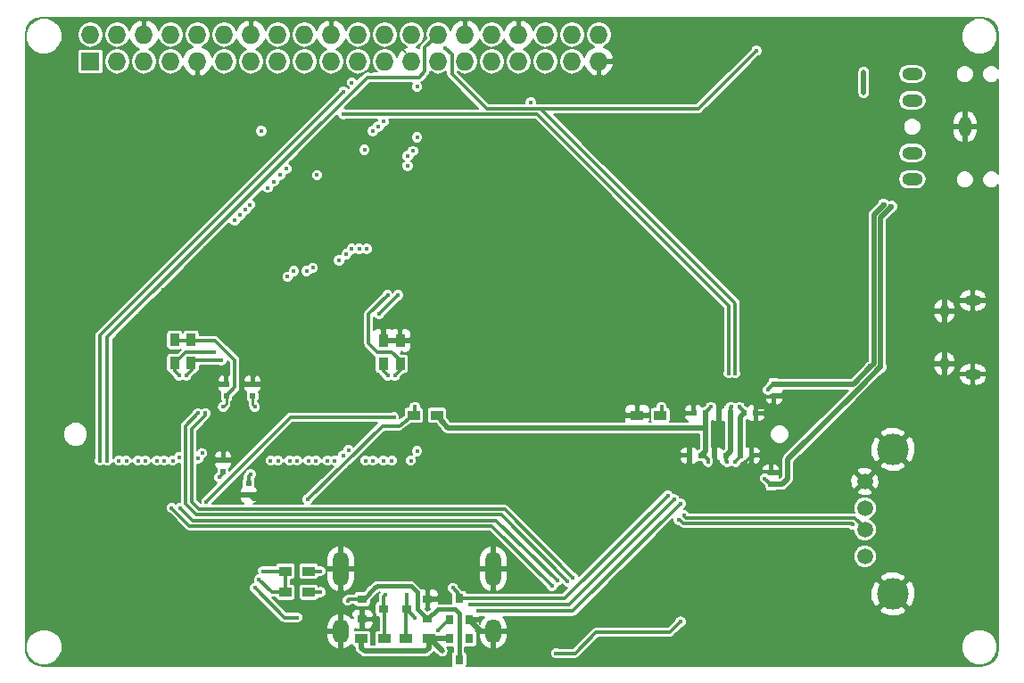
<source format=gbl>
G04 #@! TF.FileFunction,Copper,L4,Bot,Signal*
%FSLAX46Y46*%
G04 Gerber Fmt 4.6, Leading zero omitted, Abs format (unit mm)*
G04 Created by KiCad (PCBNEW 4.0.5+dfsg1-4) date Sun Dec 23 19:03:49 2018*
%MOMM*%
%LPD*%
G01*
G04 APERTURE LIST*
%ADD10C,0.100000*%
%ADD11R,0.800000X0.900000*%
%ADD12R,0.900000X0.800000*%
%ADD13O,0.950000X1.250000*%
%ADD14O,1.550000X1.000000*%
%ADD15C,1.500000*%
%ADD16C,3.000000*%
%ADD17R,1.200000X0.900000*%
%ADD18R,0.600000X0.500000*%
%ADD19R,0.500000X0.600000*%
%ADD20O,1.500000X3.300000*%
%ADD21O,1.500000X2.300000*%
%ADD22R,0.900000X1.200000*%
%ADD23R,1.727200X1.727200*%
%ADD24O,1.727200X1.727200*%
%ADD25O,1.200000X1.950000*%
%ADD26O,1.950000X1.200000*%
%ADD27C,0.450000*%
%ADD28C,0.600000*%
%ADD29C,0.350000*%
%ADD30C,0.500000*%
%ADD31C,0.200000*%
%ADD32C,0.300000*%
%ADD33C,0.250000*%
%ADD34C,0.400000*%
G04 APERTURE END LIST*
D10*
D11*
X128250000Y-103400000D03*
X130150000Y-103400000D03*
X129200000Y-105400000D03*
X130150000Y-101600000D03*
X128250000Y-101600000D03*
X129200000Y-99600000D03*
D12*
X126200000Y-99650000D03*
X126200000Y-101550000D03*
X124200000Y-100600000D03*
X120000000Y-101550000D03*
X120000000Y-99650000D03*
X122000000Y-100600000D03*
D13*
X175250000Y-77300000D03*
X175250000Y-72300000D03*
D14*
X177950000Y-78300000D03*
X177950000Y-71300000D03*
D15*
X167700000Y-88490000D03*
X167700000Y-91030000D03*
X167700000Y-93060000D03*
X167700000Y-95600000D03*
D16*
X170370000Y-85440000D03*
X170370000Y-99160000D03*
D17*
X127100000Y-82200000D03*
X124900000Y-82200000D03*
X112700000Y-97000000D03*
X114900000Y-97000000D03*
X148300000Y-82200000D03*
X146100000Y-82200000D03*
X126300000Y-103400000D03*
X124100000Y-103400000D03*
X119900000Y-103400000D03*
X122100000Y-103400000D03*
D18*
X152550000Y-82000000D03*
X151450000Y-82000000D03*
X152150000Y-86000000D03*
X151050000Y-86000000D03*
X154950000Y-82000000D03*
X153850000Y-82000000D03*
X154550000Y-86000000D03*
X153450000Y-86000000D03*
X156250000Y-82000000D03*
X157350000Y-82000000D03*
X155850000Y-86000000D03*
X156950000Y-86000000D03*
D19*
X158800000Y-88750000D03*
X158800000Y-87650000D03*
X159100000Y-79250000D03*
X159100000Y-80350000D03*
D20*
X117950000Y-96760000D03*
X132450000Y-96760000D03*
D21*
X117950000Y-102720000D03*
X132450000Y-102720000D03*
D19*
X107100000Y-80350000D03*
X107100000Y-79250000D03*
X109600000Y-80350000D03*
X109600000Y-79250000D03*
X106800000Y-87550000D03*
X106800000Y-86450000D03*
X109200000Y-88650000D03*
X109200000Y-89750000D03*
D22*
X123600000Y-77300000D03*
X123600000Y-75100000D03*
X122000000Y-77300000D03*
X122000000Y-75100000D03*
X102200000Y-75050000D03*
X102200000Y-77250000D03*
X103750000Y-75050000D03*
X103750000Y-77250000D03*
D23*
X94200000Y-48600000D03*
D24*
X94200000Y-46060000D03*
X96740000Y-48600000D03*
X96740000Y-46060000D03*
X99280000Y-48600000D03*
X99280000Y-46060000D03*
X101820000Y-48600000D03*
X101820000Y-46060000D03*
X104360000Y-48600000D03*
X104360000Y-46060000D03*
X106900000Y-48600000D03*
X106900000Y-46060000D03*
X109440000Y-48600000D03*
X109440000Y-46060000D03*
X111980000Y-48600000D03*
X111980000Y-46060000D03*
X114520000Y-48600000D03*
X114520000Y-46060000D03*
X117060000Y-48600000D03*
X117060000Y-46060000D03*
X119600000Y-48600000D03*
X119600000Y-46060000D03*
X122140000Y-48600000D03*
X122140000Y-46060000D03*
X124680000Y-48600000D03*
X124680000Y-46060000D03*
X127220000Y-48600000D03*
X127220000Y-46060000D03*
X129760000Y-48600000D03*
X129760000Y-46060000D03*
X132300000Y-48600000D03*
X132300000Y-46060000D03*
X134840000Y-48600000D03*
X134840000Y-46060000D03*
X137380000Y-48600000D03*
X137380000Y-46060000D03*
X139920000Y-48600000D03*
X139920000Y-46060000D03*
X142460000Y-48600000D03*
X142460000Y-46060000D03*
D17*
X112700000Y-99000000D03*
X114900000Y-99000000D03*
D25*
X177200000Y-54800000D03*
D26*
X172200000Y-57300000D03*
X172200000Y-59800000D03*
X172200000Y-52300000D03*
X172200000Y-49800000D03*
D27*
X152800000Y-86600000D03*
X153100000Y-81400000D03*
D28*
X173400000Y-56000000D03*
X163200000Y-53200000D03*
X169200000Y-53800000D03*
X178200000Y-58000000D03*
X175400000Y-50800000D03*
X173000000Y-45600000D03*
X150000000Y-45600000D03*
X147000000Y-49800000D03*
X150800000Y-54400000D03*
X138200000Y-59600000D03*
X146800000Y-57400000D03*
X128600000Y-68200000D03*
X142200000Y-61200000D03*
X131400000Y-73200000D03*
X136000000Y-65000000D03*
X138350000Y-84150000D03*
X127200000Y-84000000D03*
X104600000Y-96500000D03*
X92600000Y-81200000D03*
X97800000Y-90800000D03*
X109500000Y-56400000D03*
X95100000Y-51400000D03*
X101500000Y-66500000D03*
X100700000Y-62400000D03*
X104200000Y-52900000D03*
X100500000Y-56000000D03*
X95100000Y-59700000D03*
X91500000Y-63000000D03*
X94400000Y-75200000D03*
X89300000Y-53000000D03*
X147500000Y-67800000D03*
X133600000Y-73900000D03*
X137700000Y-76500000D03*
X143000000Y-72300000D03*
X146300000Y-75800000D03*
X143200000Y-81800000D03*
X127400000Y-86200000D03*
X131900000Y-85800000D03*
X133100000Y-82200000D03*
D27*
X112600000Y-85100000D03*
X119200000Y-84900000D03*
D28*
X91800000Y-86600000D03*
X120000000Y-90000000D03*
D27*
X137400000Y-93400000D03*
D28*
X90400000Y-96400000D03*
X146400000Y-86000000D03*
X138100000Y-85700000D03*
X151200000Y-72200000D03*
X98000000Y-103600000D03*
X103400000Y-100400000D03*
X94800000Y-98600000D03*
X128400000Y-75700000D03*
D27*
X156400000Y-86600000D03*
D28*
X123050000Y-52150000D03*
D27*
X120850000Y-49500000D03*
D28*
X120850000Y-51300000D03*
X129150000Y-52500000D03*
X109100000Y-76200000D03*
X106000000Y-74150000D03*
X110300000Y-70500000D03*
X105150000Y-66400000D03*
X109200000Y-73100000D03*
X101200000Y-70350000D03*
D27*
X106000000Y-78200000D03*
X154200000Y-81400000D03*
X110800000Y-90200000D03*
D28*
X171400000Y-104800000D03*
X173100000Y-73600000D03*
X154800000Y-46800000D03*
X108900000Y-94100000D03*
X111200000Y-95300000D03*
X154200000Y-101600000D03*
X157800000Y-103200000D03*
X157800000Y-104800000D03*
X174000000Y-65000000D03*
X178200000Y-69800000D03*
X171000000Y-68400000D03*
X163800000Y-94000000D03*
X160600000Y-90400000D03*
X164400000Y-87800000D03*
X155600000Y-96000000D03*
X151400000Y-90800000D03*
X149400000Y-92800000D03*
X151000000Y-96800000D03*
X155000000Y-93600000D03*
X149000000Y-94000000D03*
D27*
X157350000Y-81400000D03*
X110800000Y-78200000D03*
D28*
X166600000Y-103800000D03*
X176100000Y-101600000D03*
X177300000Y-95400000D03*
X163700000Y-85200000D03*
X177100000Y-89200000D03*
X115900000Y-94700000D03*
X119800000Y-94400000D03*
X176600000Y-81400000D03*
X167400000Y-81400000D03*
X161000000Y-62200000D03*
X155600000Y-68600000D03*
X161200000Y-76600000D03*
X155200000Y-59000000D03*
X173600000Y-69200000D03*
X179000000Y-65000000D03*
X143200000Y-104800000D03*
X151800000Y-102400000D03*
X153200000Y-90600000D03*
X172200000Y-93600000D03*
D27*
X135400000Y-98200000D03*
D28*
X117000000Y-105200000D03*
D27*
X127400000Y-97800000D03*
X125200000Y-98000000D03*
X129600000Y-98200000D03*
D28*
X147600000Y-104800000D03*
X138600000Y-103800000D03*
X141400000Y-104800000D03*
X142800000Y-103600000D03*
X146000000Y-104600000D03*
X147800000Y-103800000D03*
X134600000Y-102000000D03*
D27*
X151450000Y-81400000D03*
X151050000Y-86600000D03*
X153800000Y-86600000D03*
X126200000Y-97950000D03*
X155400000Y-78200000D03*
X157400000Y-47600000D03*
X110600000Y-97000000D03*
X110200000Y-97800000D03*
X127900000Y-47350000D03*
X106400000Y-88100000D03*
X109400000Y-87800000D03*
X118200000Y-53600000D03*
X154800000Y-78200000D03*
X109800000Y-81400000D03*
X106800000Y-81400000D03*
X127200000Y-102600000D03*
X155000000Y-81400000D03*
X154600000Y-86600000D03*
X150200000Y-101800000D03*
X138400000Y-104800000D03*
X155800000Y-81400000D03*
X155400000Y-86600000D03*
D28*
X169500000Y-62200000D03*
X168250000Y-77600000D03*
X169200000Y-77600000D03*
X170200000Y-62400000D03*
D27*
X158500000Y-79800000D03*
X127600000Y-104600000D03*
X158200000Y-88200000D03*
X118600000Y-99800000D03*
X121200000Y-98600000D03*
X116000000Y-97000000D03*
X149000000Y-89800000D03*
X128600000Y-98600000D03*
X125000000Y-101400000D03*
X131000000Y-100800000D03*
X150200000Y-90600000D03*
X124200000Y-99200000D03*
X130200000Y-100200000D03*
X149600000Y-90200000D03*
X122200000Y-99200000D03*
X105900000Y-76200000D03*
X138000000Y-98400000D03*
X101900000Y-91000000D03*
X102600000Y-78400000D03*
X106600000Y-77000000D03*
X102700000Y-91000000D03*
X138500000Y-97900000D03*
X103300000Y-78400000D03*
X104400000Y-82000000D03*
X139500000Y-98000000D03*
X105100000Y-82000000D03*
X140000000Y-97600000D03*
X105200000Y-90400000D03*
X123000000Y-82400000D03*
X113800000Y-101400000D03*
X109800000Y-98600000D03*
X125000000Y-81400000D03*
X114800000Y-90200000D03*
X148400000Y-81400000D03*
X166530000Y-92530000D03*
X150057037Y-92127479D03*
X150516655Y-91667861D03*
X122400000Y-78400000D03*
X122400000Y-70800000D03*
X123100000Y-78400000D03*
X96900000Y-86500000D03*
X97600000Y-86500000D03*
X98700000Y-86500000D03*
X99400000Y-86500000D03*
X100500000Y-86500000D03*
X120200000Y-57000000D03*
X115700000Y-59400000D03*
X101200000Y-86500000D03*
X125200000Y-51000000D03*
X125200000Y-55800000D03*
X102000000Y-86500000D03*
X102600000Y-86200000D03*
X121500000Y-54800000D03*
X124300000Y-57600000D03*
X124300000Y-58500000D03*
X104400000Y-86300000D03*
X121000000Y-55200000D03*
X119000000Y-50600000D03*
X122000000Y-54300000D03*
X124800000Y-57100000D03*
X104800000Y-85800000D03*
X111300000Y-86500000D03*
X112000000Y-86500000D03*
X107900000Y-63700000D03*
X112900000Y-69050000D03*
X113100000Y-86500000D03*
X108400000Y-63200000D03*
X113500000Y-68500000D03*
X113800000Y-86500000D03*
X114900000Y-86500000D03*
X115600000Y-86500000D03*
X114700000Y-68500000D03*
X108900000Y-62700000D03*
X116700000Y-86500000D03*
X115300000Y-68200000D03*
X109300000Y-62200000D03*
X117400000Y-86500000D03*
X118200000Y-86000000D03*
X118700000Y-85500000D03*
X111000000Y-60600000D03*
X117800000Y-67500000D03*
X120300000Y-86500000D03*
X111600000Y-60000000D03*
X118500000Y-66900000D03*
X121000000Y-86500000D03*
X112200000Y-59400000D03*
X119000000Y-66400000D03*
X122000000Y-86500000D03*
X122800000Y-86500000D03*
X119700000Y-66400000D03*
X112800000Y-58800000D03*
X136000000Y-52500000D03*
X125200000Y-85600000D03*
X124600000Y-86500000D03*
X120400000Y-66400000D03*
X110400000Y-55200000D03*
X118200000Y-51500000D03*
X95100000Y-86500000D03*
X95800000Y-86500000D03*
X116000000Y-99000000D03*
X167600000Y-51600000D03*
X167600000Y-49600000D03*
X121600000Y-72600000D03*
X123400000Y-70800000D03*
D29*
X152150000Y-86000000D02*
X152450000Y-86000000D01*
X152450000Y-86000000D02*
X152800000Y-86350000D01*
X152800000Y-86350000D02*
X152800000Y-86600000D01*
X152550000Y-82000000D02*
X152550000Y-81950000D01*
X152550000Y-81950000D02*
X153100000Y-81400000D01*
D30*
X127100000Y-82200000D02*
X128100000Y-83400000D01*
X128100000Y-83400000D02*
X152550000Y-83400000D01*
X152550000Y-82000000D02*
X152550000Y-83400000D01*
X152550000Y-83400000D02*
X152550000Y-83800000D01*
X152550000Y-83800000D02*
X152550000Y-85600000D01*
X152550000Y-85600000D02*
X152150000Y-86000000D01*
D29*
X152200000Y-86000000D02*
X152150000Y-86000000D01*
D31*
X168600000Y-53200000D02*
X163200000Y-53200000D01*
X169200000Y-53800000D02*
X168600000Y-53200000D01*
X136000000Y-61800000D02*
X138200000Y-59600000D01*
X135400000Y-69200000D02*
X134400000Y-68200000D01*
X134400000Y-68200000D02*
X128600000Y-68200000D01*
X136000000Y-61800000D02*
X136600000Y-61200000D01*
X136600000Y-61200000D02*
X142200000Y-61200000D01*
X136000000Y-65000000D02*
X136000000Y-61800000D01*
X131400000Y-73200000D02*
X135400000Y-69200000D01*
X135400000Y-69200000D02*
X136000000Y-68600000D01*
X136000000Y-68600000D02*
X136000000Y-65000000D01*
X104200000Y-58400000D02*
X106200000Y-56400000D01*
X106200000Y-56400000D02*
X109500000Y-56400000D01*
X97450000Y-59050000D02*
X95100000Y-56700000D01*
X95100000Y-56700000D02*
X95100000Y-51400000D01*
X99700000Y-66100000D02*
X100100000Y-66500000D01*
X100100000Y-66500000D02*
X101500000Y-66500000D01*
X100700000Y-62400000D02*
X104200000Y-58900000D01*
X100700000Y-65100000D02*
X100700000Y-62400000D01*
X94400000Y-71400000D02*
X99700000Y-66100000D01*
X99700000Y-66100000D02*
X100700000Y-65100000D01*
X104200000Y-58900000D02*
X104200000Y-58400000D01*
X104200000Y-58400000D02*
X104200000Y-52900000D01*
X94400000Y-68400000D02*
X94400000Y-62100000D01*
X94400000Y-62100000D02*
X97450000Y-59050000D01*
X97450000Y-59050000D02*
X100500000Y-56000000D01*
X94400000Y-65900000D02*
X91500000Y-63000000D01*
X94400000Y-75200000D02*
X94400000Y-71400000D01*
X94400000Y-71400000D02*
X94400000Y-68400000D01*
X94400000Y-68400000D02*
X94400000Y-65900000D01*
D29*
X156950000Y-86000000D02*
X158500000Y-86000000D01*
X158800000Y-86300000D02*
X158800000Y-87650000D01*
X158500000Y-86000000D02*
X158800000Y-86300000D01*
X156950000Y-86000000D02*
X156950000Y-86050000D01*
X156950000Y-86050000D02*
X156400000Y-86600000D01*
D31*
X123050000Y-52150000D02*
X128800000Y-52150000D01*
X124680000Y-48330000D02*
X123700000Y-47350000D01*
X123700000Y-47350000D02*
X121400000Y-47350000D01*
X121400000Y-47350000D02*
X120850000Y-47900000D01*
X120850000Y-47900000D02*
X120850000Y-49500000D01*
X128800000Y-52150000D02*
X129150000Y-52500000D01*
D32*
X107100000Y-78500000D02*
X107100000Y-79250000D01*
X106800000Y-78200000D02*
X107100000Y-78500000D01*
X106000000Y-78200000D02*
X106800000Y-78200000D01*
D31*
X124680000Y-48600000D02*
X124680000Y-48330000D01*
D29*
X153850000Y-81750000D02*
X154200000Y-81400000D01*
X109200000Y-89750000D02*
X109650000Y-90200000D01*
X109650000Y-90200000D02*
X110800000Y-90200000D01*
D31*
X110100000Y-95300000D02*
X108900000Y-94100000D01*
X111200000Y-95300000D02*
X110100000Y-95300000D01*
D33*
X109600000Y-79250000D02*
X109600000Y-78600000D01*
X110000000Y-78200000D02*
X110800000Y-78200000D01*
X109600000Y-78600000D02*
X110000000Y-78200000D01*
D34*
X132450000Y-102720000D02*
X133880000Y-102720000D01*
X133880000Y-102720000D02*
X134600000Y-102000000D01*
X157350000Y-81400000D02*
X158600000Y-81400000D01*
X158600000Y-81400000D02*
X159000000Y-81000000D01*
X159000000Y-81000000D02*
X159000000Y-80350000D01*
D30*
X132450000Y-102720000D02*
X131270000Y-102720000D01*
X131270000Y-102720000D02*
X130150000Y-101600000D01*
D29*
X157350000Y-82000000D02*
X157350000Y-81950000D01*
X157350000Y-81950000D02*
X157350000Y-81400000D01*
X153850000Y-82000000D02*
X153850000Y-81750000D01*
X151450000Y-81400000D02*
X151450000Y-81950000D01*
X151450000Y-81950000D02*
X151450000Y-82000000D01*
X151050000Y-86000000D02*
X151050000Y-86050000D01*
X151050000Y-86050000D02*
X151050000Y-86600000D01*
X153800000Y-86600000D02*
X153450000Y-86250000D01*
X153450000Y-86250000D02*
X153450000Y-86000000D01*
D32*
X126200000Y-97950000D02*
X126200000Y-99650000D01*
D29*
X155300000Y-71500000D02*
X136900000Y-53100000D01*
X155400000Y-78200000D02*
X155400000Y-71600000D01*
X155400000Y-71600000D02*
X155300000Y-71500000D01*
X136900000Y-53100000D02*
X136850000Y-53100000D01*
X136850000Y-53100000D02*
X151900000Y-53100000D01*
X151900000Y-53100000D02*
X157400000Y-47600000D01*
X112700000Y-97000000D02*
X110600000Y-97000000D01*
X112700000Y-99000000D02*
X111400000Y-99000000D01*
X111400000Y-99000000D02*
X110200000Y-97800000D01*
X112700000Y-97000000D02*
X112700000Y-99000000D01*
X131050000Y-52350000D02*
X128500000Y-49800000D01*
X131800000Y-53100000D02*
X131050000Y-52350000D01*
X136850000Y-53100000D02*
X131800000Y-53100000D01*
X128500000Y-47950000D02*
X127900000Y-47350000D01*
X128500000Y-49800000D02*
X128500000Y-47950000D01*
D32*
X106400000Y-88100000D02*
X106800000Y-87700000D01*
X106800000Y-87700000D02*
X106800000Y-87550000D01*
D29*
X109200000Y-88650000D02*
X109200000Y-88000000D01*
X109200000Y-88000000D02*
X109400000Y-87800000D01*
X136600000Y-53600000D02*
X118200000Y-53600000D01*
X154800000Y-71800000D02*
X136600000Y-53600000D01*
X154800000Y-78200000D02*
X154800000Y-71800000D01*
X102200000Y-75100000D02*
X103800000Y-75100000D01*
X103800000Y-75100000D02*
X106000000Y-75100000D01*
X107900000Y-79550000D02*
X107100000Y-80350000D01*
X107900000Y-77000000D02*
X107900000Y-79550000D01*
X106000000Y-75100000D02*
X107900000Y-77000000D01*
D33*
X109600000Y-81200000D02*
X109600000Y-80350000D01*
X109800000Y-81400000D02*
X109600000Y-81200000D01*
X107100000Y-80350000D02*
X107100000Y-81100000D01*
X107100000Y-81100000D02*
X106800000Y-81400000D01*
D32*
X127200000Y-102600000D02*
X128200000Y-101600000D01*
X128200000Y-101600000D02*
X128250000Y-101600000D01*
D30*
X154950000Y-85600000D02*
X154550000Y-86000000D01*
X154950000Y-82000000D02*
X154950000Y-85600000D01*
D29*
X155000000Y-81400000D02*
X154950000Y-81450000D01*
X154950000Y-81450000D02*
X154950000Y-82000000D01*
X154550000Y-86000000D02*
X154550000Y-86550000D01*
X154550000Y-86550000D02*
X154600000Y-86600000D01*
D32*
X149200000Y-102800000D02*
X150200000Y-101800000D01*
X142200000Y-102800000D02*
X149200000Y-102800000D01*
X140200000Y-104800000D02*
X142200000Y-102800000D01*
X138400000Y-104800000D02*
X140200000Y-104800000D01*
D30*
X155850000Y-82400000D02*
X156250000Y-82000000D01*
X155850000Y-84600000D02*
X155850000Y-82400000D01*
X155850000Y-86000000D02*
X155850000Y-84600000D01*
D29*
X155800000Y-81400000D02*
X156250000Y-81850000D01*
X156250000Y-81850000D02*
X156250000Y-82000000D01*
X155850000Y-86000000D02*
X155850000Y-86150000D01*
X155850000Y-86150000D02*
X155400000Y-86600000D01*
D30*
X168550000Y-77300000D02*
X168550000Y-63150000D01*
X168550000Y-63150000D02*
X169500000Y-62200000D01*
X168250000Y-77600000D02*
X168550000Y-77300000D01*
X168250000Y-77600000D02*
X166600000Y-79250000D01*
X166600000Y-79250000D02*
X166550000Y-79250000D01*
X169200000Y-77600000D02*
X169200000Y-76600000D01*
X169200000Y-63400000D02*
X170200000Y-62400000D01*
X169200000Y-63400000D02*
X169200000Y-76350000D01*
X169200000Y-76350000D02*
X169200000Y-76600000D01*
X167550000Y-79250000D02*
X167500000Y-79300000D01*
X159000000Y-79250000D02*
X160950000Y-79250000D01*
X160950000Y-79250000D02*
X166550000Y-79250000D01*
X160400000Y-86400000D02*
X167400000Y-79400000D01*
X160400000Y-88200000D02*
X159850000Y-88750000D01*
X158800000Y-88750000D02*
X159850000Y-88750000D01*
X160400000Y-88200000D02*
X160400000Y-86400000D01*
X167400000Y-79400000D02*
X169200000Y-77600000D01*
D29*
X158950000Y-79250000D02*
X158500000Y-79800000D01*
X159000000Y-79250000D02*
X159000000Y-79200000D01*
X159000000Y-79250000D02*
X158950000Y-79250000D01*
D30*
X126300000Y-103400000D02*
X126400000Y-103400000D01*
X126400000Y-103400000D02*
X127600000Y-104600000D01*
D29*
X158800000Y-88750000D02*
X158750000Y-88750000D01*
X158750000Y-88750000D02*
X158200000Y-88200000D01*
D30*
X119900000Y-103400000D02*
X119900000Y-104300000D01*
X126300000Y-104300000D02*
X126300000Y-103400000D01*
X126000000Y-104600000D02*
X126300000Y-104300000D01*
X120200000Y-104600000D02*
X126000000Y-104600000D01*
X119900000Y-104300000D02*
X120200000Y-104600000D01*
X128250000Y-103400000D02*
X126300000Y-103400000D01*
D32*
X118750000Y-99650000D02*
X120000000Y-99650000D01*
X118600000Y-99800000D02*
X118750000Y-99650000D01*
D34*
X129200000Y-105400000D02*
X129200000Y-101000000D01*
X127150000Y-100600000D02*
X126200000Y-101550000D01*
X128800000Y-100600000D02*
X127150000Y-100600000D01*
X129200000Y-101000000D02*
X128800000Y-100600000D01*
X121200000Y-98600000D02*
X120150000Y-99650000D01*
X120150000Y-99650000D02*
X120000000Y-99650000D01*
X124800000Y-98600000D02*
X124600000Y-98400000D01*
X125200000Y-99000000D02*
X124800000Y-98600000D01*
X125200000Y-100600000D02*
X125200000Y-99000000D01*
X126150000Y-101550000D02*
X125200000Y-100600000D01*
X121400000Y-98400000D02*
X121200000Y-98600000D01*
X124600000Y-98400000D02*
X121400000Y-98400000D01*
D29*
X126200000Y-101550000D02*
X126150000Y-101550000D01*
X126250000Y-101600000D02*
X126200000Y-101550000D01*
D32*
X120150000Y-99650000D02*
X120000000Y-99650000D01*
D29*
X114900000Y-97000000D02*
X116000000Y-97000000D01*
X139200000Y-99600000D02*
X129200000Y-99600000D01*
X149000000Y-89800000D02*
X139200000Y-99600000D01*
D32*
X128600000Y-98600000D02*
X129200000Y-99200000D01*
X129200000Y-99200000D02*
X129200000Y-99600000D01*
D29*
X125000000Y-101400000D02*
X124200000Y-100600000D01*
X140000000Y-100800000D02*
X131000000Y-100800000D01*
X150200000Y-90600000D02*
X140000000Y-100800000D01*
X124100000Y-103400000D02*
X124100000Y-100700000D01*
X124100000Y-100700000D02*
X124200000Y-100600000D01*
D32*
X124200000Y-99200000D02*
X124200000Y-100600000D01*
D29*
X139600000Y-100200000D02*
X130200000Y-100200000D01*
X149600000Y-90200000D02*
X139600000Y-100200000D01*
X122100000Y-103400000D02*
X122100000Y-100700000D01*
X122100000Y-100700000D02*
X122000000Y-100600000D01*
D32*
X122000000Y-99400000D02*
X122000000Y-100600000D01*
X122200000Y-99200000D02*
X122000000Y-99400000D01*
X103250000Y-76200000D02*
X105900000Y-76200000D01*
X102200000Y-77250000D02*
X103250000Y-76200000D01*
X138000000Y-98400000D02*
X132300000Y-92700000D01*
X132300000Y-92700000D02*
X103600000Y-92700000D01*
X103600000Y-92700000D02*
X101900000Y-91000000D01*
D29*
X102600000Y-78400000D02*
X102200000Y-78000000D01*
X102200000Y-78000000D02*
X102200000Y-77300000D01*
D32*
X104000000Y-77000000D02*
X106600000Y-77000000D01*
X103880002Y-92180002D02*
X102700000Y-91000000D01*
X138500000Y-97900000D02*
X132680002Y-92180002D01*
X132680002Y-92180002D02*
X103880002Y-92180002D01*
X103750000Y-77250000D02*
X104000000Y-77000000D01*
D29*
X103800000Y-77300000D02*
X103800000Y-77900000D01*
X103800000Y-77900000D02*
X103300000Y-78400000D01*
D32*
X103200000Y-83200000D02*
X104400000Y-82000000D01*
X103200000Y-90600000D02*
X103200000Y-83200000D01*
X104200000Y-91600000D02*
X103200000Y-90600000D01*
X133200000Y-91600000D02*
X104200000Y-91600000D01*
X139500000Y-98000000D02*
X133200000Y-91600000D01*
X105100000Y-82200000D02*
X105100000Y-82000000D01*
X103800000Y-83500000D02*
X105100000Y-82200000D01*
X103800000Y-90419998D02*
X103800000Y-83500000D01*
X104500000Y-91119998D02*
X103800000Y-90419998D01*
X133519998Y-91119998D02*
X104500000Y-91119998D01*
X140000000Y-97600000D02*
X133519998Y-91119998D01*
D29*
X105200000Y-90400000D02*
X113200000Y-82400000D01*
X113200000Y-82400000D02*
X123000000Y-82400000D01*
X113800000Y-101400000D02*
X112600000Y-101400000D01*
X112600000Y-101400000D02*
X109800000Y-98600000D01*
X125000000Y-81400000D02*
X125000000Y-82100000D01*
X125000000Y-82100000D02*
X124900000Y-82200000D01*
X124900000Y-82200000D02*
X124800000Y-82200000D01*
X124800000Y-82200000D02*
X123499306Y-83199296D01*
X123499306Y-83199296D02*
X121899306Y-83199296D01*
X121899306Y-83199296D02*
X114800000Y-90200000D01*
X148400000Y-81400000D02*
X148400000Y-82100000D01*
X148400000Y-82100000D02*
X148300000Y-82200000D01*
D32*
X150057037Y-92127479D02*
X150163102Y-92127479D01*
X150163102Y-92127479D02*
X150485622Y-92449999D01*
X150485622Y-92449999D02*
X166454999Y-92454999D01*
X166454999Y-92454999D02*
X166530000Y-92530000D01*
X150692730Y-91950001D02*
X166754999Y-91945001D01*
X150516655Y-91667861D02*
X150516655Y-91773926D01*
X150516655Y-91773926D02*
X150692730Y-91950001D01*
X167700000Y-92890002D02*
X166754999Y-91945001D01*
X167700000Y-93060000D02*
X167700000Y-92890002D01*
D29*
X122000000Y-78000000D02*
X122000000Y-77300000D01*
X122400000Y-78400000D02*
X122000000Y-78000000D01*
X122400000Y-70800000D02*
X120600000Y-72600000D01*
X122800000Y-76200000D02*
X123600000Y-77000000D01*
X121400000Y-76200000D02*
X122800000Y-76200000D01*
X120600000Y-75400000D02*
X121400000Y-76200000D01*
X120600000Y-72600000D02*
X120600000Y-75400000D01*
X123600000Y-77000000D02*
X123600000Y-77300000D01*
X123100000Y-78400000D02*
X123600000Y-77900000D01*
X123600000Y-77900000D02*
X123600000Y-77300000D01*
X101820000Y-48600000D02*
X101820000Y-49180000D01*
X95100000Y-74600000D02*
X118200000Y-51500000D01*
X95100000Y-86500000D02*
X95100000Y-74600000D01*
X125950000Y-47280000D02*
X127220000Y-46060000D01*
X125950000Y-49500000D02*
X125950000Y-47280000D01*
X125400000Y-50100000D02*
X125950000Y-49500000D01*
X120500000Y-50100000D02*
X125400000Y-50100000D01*
X95800000Y-74800000D02*
X120500000Y-50100000D01*
X95800000Y-86500000D02*
X95800000Y-74800000D01*
X116000000Y-99000000D02*
X114900000Y-99000000D01*
D30*
X167600000Y-49600000D02*
X167600000Y-51600000D01*
D29*
X121600000Y-72600000D02*
X123400000Y-70800000D01*
D31*
G36*
X179399541Y-44552583D02*
X179907806Y-44892194D01*
X180247418Y-45400460D01*
X180375000Y-46041860D01*
X180375000Y-49273048D01*
X180182115Y-49079826D01*
X179869817Y-48950148D01*
X179531666Y-48949853D01*
X179219143Y-49078985D01*
X178979826Y-49317885D01*
X178850148Y-49630183D01*
X178849853Y-49968334D01*
X178978985Y-50280857D01*
X179217885Y-50520174D01*
X179530183Y-50649852D01*
X179868334Y-50650147D01*
X180180857Y-50521015D01*
X180375000Y-50327210D01*
X180375000Y-59273048D01*
X180182115Y-59079826D01*
X179869817Y-58950148D01*
X179531666Y-58949853D01*
X179219143Y-59078985D01*
X178979826Y-59317885D01*
X178850148Y-59630183D01*
X178849853Y-59968334D01*
X178978985Y-60280857D01*
X179217885Y-60520174D01*
X179530183Y-60649852D01*
X179868334Y-60650147D01*
X180180857Y-60521015D01*
X180375000Y-60327210D01*
X180375000Y-104358140D01*
X180247418Y-104999540D01*
X179907806Y-105507806D01*
X179399541Y-105847417D01*
X178758140Y-105975000D01*
X129931543Y-105975000D01*
X129956856Y-105850000D01*
X129956856Y-104950000D01*
X129950059Y-104913873D01*
X137824900Y-104913873D01*
X137912254Y-105125286D01*
X138073863Y-105287177D01*
X138285124Y-105374900D01*
X138513873Y-105375100D01*
X138695629Y-105300000D01*
X140200000Y-105300000D01*
X140391342Y-105261940D01*
X140553553Y-105153553D01*
X141170439Y-104536667D01*
X176899706Y-104536667D01*
X177157970Y-105161715D01*
X177635770Y-105640350D01*
X178260366Y-105899704D01*
X178936667Y-105900294D01*
X179561715Y-105642030D01*
X180040350Y-105164230D01*
X180299704Y-104539634D01*
X180300294Y-103863333D01*
X180042030Y-103238285D01*
X179564230Y-102759650D01*
X178939634Y-102500296D01*
X178263333Y-102499706D01*
X177638285Y-102757970D01*
X177159650Y-103235770D01*
X176900296Y-103860366D01*
X176899706Y-104536667D01*
X141170439Y-104536667D01*
X142407106Y-103300000D01*
X149200000Y-103300000D01*
X149391342Y-103261940D01*
X149553553Y-103153553D01*
X150344775Y-102362331D01*
X150525286Y-102287746D01*
X150687177Y-102126137D01*
X150774900Y-101914876D01*
X150775100Y-101686127D01*
X150687746Y-101474714D01*
X150526137Y-101312823D01*
X150314876Y-101225100D01*
X150086127Y-101224900D01*
X149874714Y-101312254D01*
X149712823Y-101473863D01*
X149637406Y-101655487D01*
X148992894Y-102300000D01*
X142200000Y-102300000D01*
X142008658Y-102338060D01*
X141846447Y-102446447D01*
X139992894Y-104300000D01*
X138695256Y-104300000D01*
X138514876Y-104225100D01*
X138286127Y-104224900D01*
X138074714Y-104312254D01*
X137912823Y-104473863D01*
X137825100Y-104685124D01*
X137824900Y-104913873D01*
X129950059Y-104913873D01*
X129932451Y-104820298D01*
X129855797Y-104701175D01*
X129750000Y-104628886D01*
X129750000Y-104206856D01*
X130550000Y-104206856D01*
X130679702Y-104182451D01*
X130798825Y-104105797D01*
X130878741Y-103988837D01*
X130906856Y-103850000D01*
X130906856Y-102950000D01*
X130891804Y-102870000D01*
X131100000Y-102870000D01*
X131100000Y-103270000D01*
X131260165Y-103775205D01*
X131601472Y-104180661D01*
X132091968Y-104421658D01*
X132300000Y-104310588D01*
X132300000Y-102870000D01*
X132600000Y-102870000D01*
X132600000Y-104310588D01*
X132808032Y-104421658D01*
X133298528Y-104180661D01*
X133639835Y-103775205D01*
X133800000Y-103270000D01*
X133800000Y-102870000D01*
X132600000Y-102870000D01*
X132300000Y-102870000D01*
X131100000Y-102870000D01*
X130891804Y-102870000D01*
X130882451Y-102820298D01*
X130805797Y-102701175D01*
X130707669Y-102634127D01*
X130889873Y-102558655D01*
X131058656Y-102389872D01*
X131100000Y-102290058D01*
X131100000Y-102570000D01*
X132300000Y-102570000D01*
X132300000Y-102550000D01*
X132600000Y-102550000D01*
X132600000Y-102570000D01*
X133800000Y-102570000D01*
X133800000Y-102170000D01*
X133639835Y-101664795D01*
X133353800Y-101325000D01*
X140000000Y-101325000D01*
X140200909Y-101285037D01*
X140371231Y-101171231D01*
X140872447Y-100670015D01*
X169072118Y-100670015D01*
X169235913Y-100976131D01*
X170017244Y-101271883D01*
X170852278Y-101246119D01*
X171504087Y-100976131D01*
X171667882Y-100670015D01*
X170370000Y-99372132D01*
X169072118Y-100670015D01*
X140872447Y-100670015D01*
X142735218Y-98807244D01*
X168258117Y-98807244D01*
X168283881Y-99642278D01*
X168553869Y-100294087D01*
X168859985Y-100457882D01*
X170157868Y-99160000D01*
X170582132Y-99160000D01*
X171880015Y-100457882D01*
X172186131Y-100294087D01*
X172481883Y-99512756D01*
X172456119Y-98677722D01*
X172186131Y-98025913D01*
X171880015Y-97862118D01*
X170582132Y-99160000D01*
X170157868Y-99160000D01*
X168859985Y-97862118D01*
X168553869Y-98025913D01*
X168258117Y-98807244D01*
X142735218Y-98807244D01*
X143892477Y-97649985D01*
X169072118Y-97649985D01*
X170370000Y-98947868D01*
X171667882Y-97649985D01*
X171504087Y-97343869D01*
X170722756Y-97048117D01*
X169887722Y-97073881D01*
X169235913Y-97343869D01*
X169072118Y-97649985D01*
X143892477Y-97649985D01*
X145724618Y-95817844D01*
X166599810Y-95817844D01*
X166766922Y-96222286D01*
X167076087Y-96531991D01*
X167480237Y-96699808D01*
X167917844Y-96700190D01*
X168322286Y-96533078D01*
X168631991Y-96223913D01*
X168799808Y-95819763D01*
X168800190Y-95382156D01*
X168633078Y-94977714D01*
X168323913Y-94668009D01*
X167919763Y-94500192D01*
X167482156Y-94499810D01*
X167077714Y-94666922D01*
X166768009Y-94976087D01*
X166600192Y-95380237D01*
X166599810Y-95817844D01*
X145724618Y-95817844D01*
X149482095Y-92060367D01*
X149481937Y-92241352D01*
X149569291Y-92452765D01*
X149730900Y-92614656D01*
X149942161Y-92702379D01*
X150030973Y-92702457D01*
X150132068Y-92803552D01*
X150213716Y-92858107D01*
X150294135Y-92911879D01*
X150294214Y-92911895D01*
X150294280Y-92911939D01*
X150388186Y-92930617D01*
X150485465Y-92949999D01*
X166141695Y-92954901D01*
X166203863Y-93017177D01*
X166415124Y-93104900D01*
X166599961Y-93105062D01*
X166599810Y-93277844D01*
X166766922Y-93682286D01*
X167076087Y-93991991D01*
X167480237Y-94159808D01*
X167917844Y-94160190D01*
X168322286Y-93993078D01*
X168631991Y-93683913D01*
X168799808Y-93279763D01*
X168800190Y-92842156D01*
X168633078Y-92437714D01*
X168323913Y-92128009D01*
X168124012Y-92045003D01*
X168322286Y-91963078D01*
X168631991Y-91653913D01*
X168799808Y-91249763D01*
X168800190Y-90812156D01*
X168633078Y-90407714D01*
X168323913Y-90098009D01*
X167919763Y-89930192D01*
X167482156Y-89929810D01*
X167077714Y-90096922D01*
X166768009Y-90406087D01*
X166600192Y-90810237D01*
X166599810Y-91247844D01*
X166681283Y-91445024D01*
X151048743Y-91449890D01*
X151004401Y-91342575D01*
X150842792Y-91180684D01*
X150631531Y-91092961D01*
X150512916Y-91092857D01*
X150525286Y-91087746D01*
X150687177Y-90926137D01*
X150774900Y-90714876D01*
X150775100Y-90486127D01*
X150687746Y-90274714D01*
X150526137Y-90112823D01*
X150314876Y-90025100D01*
X150149825Y-90024956D01*
X150087746Y-89874714D01*
X149926137Y-89712823D01*
X149714876Y-89625100D01*
X149549825Y-89624956D01*
X149487746Y-89474714D01*
X149469849Y-89456785D01*
X166945347Y-89456785D01*
X167017116Y-89685105D01*
X167526444Y-89855462D01*
X168062196Y-89817939D01*
X168382884Y-89685105D01*
X168454653Y-89456785D01*
X167700000Y-88702132D01*
X166945347Y-89456785D01*
X149469849Y-89456785D01*
X149326137Y-89312823D01*
X149114876Y-89225100D01*
X148886127Y-89224900D01*
X148674714Y-89312254D01*
X148512823Y-89473863D01*
X148462512Y-89595026D01*
X140574021Y-97483517D01*
X140487746Y-97274714D01*
X140326137Y-97112823D01*
X140144514Y-97037407D01*
X133873551Y-90766445D01*
X133711340Y-90658058D01*
X133519998Y-90619998D01*
X115193152Y-90619998D01*
X115287177Y-90526137D01*
X115335852Y-90408915D01*
X117460401Y-88313873D01*
X157624900Y-88313873D01*
X157712254Y-88525286D01*
X157873863Y-88687177D01*
X157995026Y-88737488D01*
X158193144Y-88935606D01*
X158193144Y-89050000D01*
X158217549Y-89179702D01*
X158294203Y-89298825D01*
X158411163Y-89378741D01*
X158550000Y-89406856D01*
X159050000Y-89406856D01*
X159179702Y-89382451D01*
X159230132Y-89350000D01*
X159850000Y-89350000D01*
X160079610Y-89304328D01*
X160274264Y-89174264D01*
X160824264Y-88624264D01*
X160954328Y-88429611D01*
X160976838Y-88316444D01*
X166334538Y-88316444D01*
X166372061Y-88852196D01*
X166504895Y-89172884D01*
X166733215Y-89244653D01*
X167487868Y-88490000D01*
X167912132Y-88490000D01*
X168666785Y-89244653D01*
X168895105Y-89172884D01*
X169065462Y-88663556D01*
X169027939Y-88127804D01*
X168895105Y-87807116D01*
X168666785Y-87735347D01*
X167912132Y-88490000D01*
X167487868Y-88490000D01*
X166733215Y-87735347D01*
X166504895Y-87807116D01*
X166334538Y-88316444D01*
X160976838Y-88316444D01*
X161000000Y-88200000D01*
X161000000Y-87523215D01*
X166945347Y-87523215D01*
X167700000Y-88277868D01*
X168454653Y-87523215D01*
X168382884Y-87294895D01*
X167873556Y-87124538D01*
X167337804Y-87162061D01*
X167017116Y-87294895D01*
X166945347Y-87523215D01*
X161000000Y-87523215D01*
X161000000Y-86950015D01*
X169072118Y-86950015D01*
X169235913Y-87256131D01*
X170017244Y-87551883D01*
X170852278Y-87526119D01*
X171504087Y-87256131D01*
X171667882Y-86950015D01*
X170370000Y-85652132D01*
X169072118Y-86950015D01*
X161000000Y-86950015D01*
X161000000Y-86648528D01*
X162561284Y-85087244D01*
X168258117Y-85087244D01*
X168283881Y-85922278D01*
X168553869Y-86574087D01*
X168859985Y-86737882D01*
X170157868Y-85440000D01*
X170582132Y-85440000D01*
X171880015Y-86737882D01*
X172186131Y-86574087D01*
X172481883Y-85792756D01*
X172456119Y-84957722D01*
X172186131Y-84305913D01*
X171880015Y-84142118D01*
X170582132Y-85440000D01*
X170157868Y-85440000D01*
X168859985Y-84142118D01*
X168553869Y-84305913D01*
X168258117Y-85087244D01*
X162561284Y-85087244D01*
X163718543Y-83929985D01*
X169072118Y-83929985D01*
X170370000Y-85227868D01*
X171667882Y-83929985D01*
X171504087Y-83623869D01*
X170722756Y-83328117D01*
X169887722Y-83353881D01*
X169235913Y-83623869D01*
X169072118Y-83929985D01*
X163718543Y-83929985D01*
X169029904Y-78618624D01*
X176622156Y-78618624D01*
X176626331Y-78680314D01*
X176851696Y-79052673D01*
X177202402Y-79310444D01*
X177625057Y-79414384D01*
X177800000Y-79258477D01*
X177800000Y-78450000D01*
X178100000Y-78450000D01*
X178100000Y-79258477D01*
X178274943Y-79414384D01*
X178697598Y-79310444D01*
X179048304Y-79052673D01*
X179273669Y-78680314D01*
X179277844Y-78618624D01*
X179163083Y-78450000D01*
X178100000Y-78450000D01*
X177800000Y-78450000D01*
X176736917Y-78450000D01*
X176622156Y-78618624D01*
X169029904Y-78618624D01*
X169447487Y-78201041D01*
X169567714Y-78151364D01*
X169750722Y-77968676D01*
X169849887Y-77729860D01*
X169849984Y-77618167D01*
X174188235Y-77618167D01*
X174333412Y-78011686D01*
X174618131Y-78319693D01*
X174935325Y-78477912D01*
X175100000Y-78362757D01*
X175100000Y-77450000D01*
X175400000Y-77450000D01*
X175400000Y-78362757D01*
X175564675Y-78477912D01*
X175881869Y-78319693D01*
X176166588Y-78011686D01*
X176177769Y-77981376D01*
X176622156Y-77981376D01*
X176736917Y-78150000D01*
X177800000Y-78150000D01*
X177800000Y-77341523D01*
X178100000Y-77341523D01*
X178100000Y-78150000D01*
X179163083Y-78150000D01*
X179277844Y-77981376D01*
X179273669Y-77919686D01*
X179048304Y-77547327D01*
X178697598Y-77289556D01*
X178274943Y-77185616D01*
X178100000Y-77341523D01*
X177800000Y-77341523D01*
X177625057Y-77185616D01*
X177202402Y-77289556D01*
X176851696Y-77547327D01*
X176626331Y-77919686D01*
X176622156Y-77981376D01*
X176177769Y-77981376D01*
X176311765Y-77618167D01*
X176175000Y-77450000D01*
X175400000Y-77450000D01*
X175100000Y-77450000D01*
X174325000Y-77450000D01*
X174188235Y-77618167D01*
X169849984Y-77618167D01*
X169850112Y-77471274D01*
X169800000Y-77349994D01*
X169800000Y-76981833D01*
X174188235Y-76981833D01*
X174325000Y-77150000D01*
X175100000Y-77150000D01*
X175100000Y-76237243D01*
X175400000Y-76237243D01*
X175400000Y-77150000D01*
X176175000Y-77150000D01*
X176311765Y-76981833D01*
X176166588Y-76588314D01*
X175881869Y-76280307D01*
X175564675Y-76122088D01*
X175400000Y-76237243D01*
X175100000Y-76237243D01*
X174935325Y-76122088D01*
X174618131Y-76280307D01*
X174333412Y-76588314D01*
X174188235Y-76981833D01*
X169800000Y-76981833D01*
X169800000Y-72618167D01*
X174188235Y-72618167D01*
X174333412Y-73011686D01*
X174618131Y-73319693D01*
X174935325Y-73477912D01*
X175100000Y-73362757D01*
X175100000Y-72450000D01*
X175400000Y-72450000D01*
X175400000Y-73362757D01*
X175564675Y-73477912D01*
X175881869Y-73319693D01*
X176166588Y-73011686D01*
X176311765Y-72618167D01*
X176175000Y-72450000D01*
X175400000Y-72450000D01*
X175100000Y-72450000D01*
X174325000Y-72450000D01*
X174188235Y-72618167D01*
X169800000Y-72618167D01*
X169800000Y-71981833D01*
X174188235Y-71981833D01*
X174325000Y-72150000D01*
X175100000Y-72150000D01*
X175100000Y-71237243D01*
X175400000Y-71237243D01*
X175400000Y-72150000D01*
X176175000Y-72150000D01*
X176311765Y-71981833D01*
X176177770Y-71618624D01*
X176622156Y-71618624D01*
X176626331Y-71680314D01*
X176851696Y-72052673D01*
X177202402Y-72310444D01*
X177625057Y-72414384D01*
X177800000Y-72258477D01*
X177800000Y-71450000D01*
X178100000Y-71450000D01*
X178100000Y-72258477D01*
X178274943Y-72414384D01*
X178697598Y-72310444D01*
X179048304Y-72052673D01*
X179273669Y-71680314D01*
X179277844Y-71618624D01*
X179163083Y-71450000D01*
X178100000Y-71450000D01*
X177800000Y-71450000D01*
X176736917Y-71450000D01*
X176622156Y-71618624D01*
X176177770Y-71618624D01*
X176166588Y-71588314D01*
X175881869Y-71280307D01*
X175564675Y-71122088D01*
X175400000Y-71237243D01*
X175100000Y-71237243D01*
X174935325Y-71122088D01*
X174618131Y-71280307D01*
X174333412Y-71588314D01*
X174188235Y-71981833D01*
X169800000Y-71981833D01*
X169800000Y-70981376D01*
X176622156Y-70981376D01*
X176736917Y-71150000D01*
X177800000Y-71150000D01*
X177800000Y-70341523D01*
X178100000Y-70341523D01*
X178100000Y-71150000D01*
X179163083Y-71150000D01*
X179277844Y-70981376D01*
X179273669Y-70919686D01*
X179048304Y-70547327D01*
X178697598Y-70289556D01*
X178274943Y-70185616D01*
X178100000Y-70341523D01*
X177800000Y-70341523D01*
X177625057Y-70185616D01*
X177202402Y-70289556D01*
X176851696Y-70547327D01*
X176626331Y-70919686D01*
X176622156Y-70981376D01*
X169800000Y-70981376D01*
X169800000Y-63648528D01*
X170447487Y-63001041D01*
X170567714Y-62951364D01*
X170750722Y-62768676D01*
X170849887Y-62529860D01*
X170850112Y-62271274D01*
X170751364Y-62032286D01*
X170568676Y-61849278D01*
X170329860Y-61750113D01*
X170071274Y-61749888D01*
X169998944Y-61779774D01*
X169868676Y-61649278D01*
X169629860Y-61550113D01*
X169371274Y-61549888D01*
X169132286Y-61648636D01*
X168949278Y-61831324D01*
X168898954Y-61952518D01*
X168125736Y-62725736D01*
X167995672Y-62920390D01*
X167950000Y-63150000D01*
X167950000Y-77020657D01*
X167882286Y-77048636D01*
X167699278Y-77231324D01*
X167648954Y-77352518D01*
X166351472Y-78650000D01*
X159530901Y-78650000D01*
X159488837Y-78621259D01*
X159350000Y-78593144D01*
X158850000Y-78593144D01*
X158720298Y-78617549D01*
X158601175Y-78694203D01*
X158521259Y-78811163D01*
X158493335Y-78949058D01*
X158445672Y-79020390D01*
X158441220Y-79042769D01*
X158244236Y-79283528D01*
X158174714Y-79312254D01*
X158012823Y-79473863D01*
X157925100Y-79685124D01*
X157924900Y-79913873D01*
X158012254Y-80125286D01*
X158173863Y-80287177D01*
X158385124Y-80374900D01*
X158613873Y-80375100D01*
X158825286Y-80287746D01*
X158913185Y-80200000D01*
X158975000Y-80200000D01*
X158975000Y-80180000D01*
X159225000Y-80180000D01*
X159225000Y-80200000D01*
X159800000Y-80200000D01*
X159950000Y-80050000D01*
X159950000Y-79930653D01*
X159916593Y-79850000D01*
X166101472Y-79850000D01*
X159975736Y-85975736D01*
X159845672Y-86170390D01*
X159800000Y-86400000D01*
X159800000Y-87951472D01*
X159627284Y-88124188D01*
X159650000Y-88069347D01*
X159650000Y-87950000D01*
X159500000Y-87800000D01*
X158925000Y-87800000D01*
X158925000Y-87820000D01*
X158675000Y-87820000D01*
X158675000Y-87800000D01*
X158613162Y-87800000D01*
X158526137Y-87712823D01*
X158314876Y-87625100D01*
X158086127Y-87624900D01*
X157874714Y-87712254D01*
X157712823Y-87873863D01*
X157625100Y-88085124D01*
X157624900Y-88313873D01*
X117460401Y-88313873D01*
X118558877Y-87230653D01*
X157950000Y-87230653D01*
X157950000Y-87350000D01*
X158100000Y-87500000D01*
X158675000Y-87500000D01*
X158675000Y-86900000D01*
X158925000Y-86900000D01*
X158925000Y-87500000D01*
X159500000Y-87500000D01*
X159650000Y-87350000D01*
X159650000Y-87230653D01*
X159558656Y-87010128D01*
X159389873Y-86841345D01*
X159169348Y-86750000D01*
X159075000Y-86750000D01*
X158925000Y-86900000D01*
X158675000Y-86900000D01*
X158525000Y-86750000D01*
X158430652Y-86750000D01*
X158210127Y-86841345D01*
X158041344Y-87010128D01*
X157950000Y-87230653D01*
X118558877Y-87230653D01*
X119184345Y-86613873D01*
X119724900Y-86613873D01*
X119812254Y-86825286D01*
X119973863Y-86987177D01*
X120185124Y-87074900D01*
X120413873Y-87075100D01*
X120625286Y-86987746D01*
X120649901Y-86963174D01*
X120673863Y-86987177D01*
X120885124Y-87074900D01*
X121113873Y-87075100D01*
X121325286Y-86987746D01*
X121487177Y-86826137D01*
X121499923Y-86795442D01*
X121512254Y-86825286D01*
X121673863Y-86987177D01*
X121885124Y-87074900D01*
X122113873Y-87075100D01*
X122325286Y-86987746D01*
X122399989Y-86913174D01*
X122473863Y-86987177D01*
X122685124Y-87074900D01*
X122913873Y-87075100D01*
X123125286Y-86987746D01*
X123287177Y-86826137D01*
X123374900Y-86614876D01*
X123374900Y-86613873D01*
X124024900Y-86613873D01*
X124112254Y-86825286D01*
X124273863Y-86987177D01*
X124485124Y-87074900D01*
X124713873Y-87075100D01*
X124925286Y-86987746D01*
X125087177Y-86826137D01*
X125174900Y-86614876D01*
X125175100Y-86386127D01*
X125129184Y-86275000D01*
X150150000Y-86275000D01*
X150150000Y-86369348D01*
X150241345Y-86589873D01*
X150410128Y-86758656D01*
X150630653Y-86850000D01*
X150750000Y-86850000D01*
X150900000Y-86700000D01*
X150900000Y-86125000D01*
X150300000Y-86125000D01*
X150150000Y-86275000D01*
X125129184Y-86275000D01*
X125087824Y-86174902D01*
X125313873Y-86175100D01*
X125525286Y-86087746D01*
X125687177Y-85926137D01*
X125774900Y-85714876D01*
X125774973Y-85630652D01*
X150150000Y-85630652D01*
X150150000Y-85725000D01*
X150300000Y-85875000D01*
X150900000Y-85875000D01*
X150900000Y-85300000D01*
X150750000Y-85150000D01*
X150630653Y-85150000D01*
X150410128Y-85241344D01*
X150241345Y-85410127D01*
X150150000Y-85630652D01*
X125774973Y-85630652D01*
X125775100Y-85486127D01*
X125687746Y-85274714D01*
X125526137Y-85112823D01*
X125314876Y-85025100D01*
X125086127Y-85024900D01*
X124874714Y-85112254D01*
X124712823Y-85273863D01*
X124625100Y-85485124D01*
X124624900Y-85713873D01*
X124712176Y-85925098D01*
X124486127Y-85924900D01*
X124274714Y-86012254D01*
X124112823Y-86173863D01*
X124025100Y-86385124D01*
X124024900Y-86613873D01*
X123374900Y-86613873D01*
X123375100Y-86386127D01*
X123287746Y-86174714D01*
X123126137Y-86012823D01*
X122914876Y-85925100D01*
X122686127Y-85924900D01*
X122474714Y-86012254D01*
X122400011Y-86086826D01*
X122326137Y-86012823D01*
X122114876Y-85925100D01*
X121886127Y-85924900D01*
X121674714Y-86012254D01*
X121512823Y-86173863D01*
X121500077Y-86204558D01*
X121487746Y-86174714D01*
X121326137Y-86012823D01*
X121114876Y-85925100D01*
X120886127Y-85924900D01*
X120674714Y-86012254D01*
X120650099Y-86036826D01*
X120626137Y-86012823D01*
X120414876Y-85925100D01*
X120186127Y-85924900D01*
X119974714Y-86012254D01*
X119812823Y-86173863D01*
X119725100Y-86385124D01*
X119724900Y-86613873D01*
X119184345Y-86613873D01*
X122114621Y-83724296D01*
X123499306Y-83724296D01*
X123566811Y-83710868D01*
X123635490Y-83706326D01*
X123666402Y-83691059D01*
X123700215Y-83684333D01*
X123757444Y-83646094D01*
X123819155Y-83615615D01*
X124611522Y-83006856D01*
X125500000Y-83006856D01*
X125629702Y-82982451D01*
X125748825Y-82905797D01*
X125828741Y-82788837D01*
X125856856Y-82650000D01*
X125856856Y-81750000D01*
X126143144Y-81750000D01*
X126143144Y-82650000D01*
X126167549Y-82779702D01*
X126244203Y-82898825D01*
X126361163Y-82978741D01*
X126500000Y-83006856D01*
X126991354Y-83006856D01*
X127639067Y-83784111D01*
X127660458Y-83801398D01*
X127675736Y-83824264D01*
X127750866Y-83874465D01*
X127821146Y-83931263D01*
X127847522Y-83939048D01*
X127870390Y-83954328D01*
X127959017Y-83971957D01*
X128045679Y-83997536D01*
X128073027Y-83994635D01*
X128100000Y-84000000D01*
X151950000Y-84000000D01*
X151950000Y-85351472D01*
X151908328Y-85393144D01*
X151850000Y-85393144D01*
X151842991Y-85394463D01*
X151689872Y-85241344D01*
X151469347Y-85150000D01*
X151350000Y-85150000D01*
X151200000Y-85300000D01*
X151200000Y-85875000D01*
X151220000Y-85875000D01*
X151220000Y-86125000D01*
X151200000Y-86125000D01*
X151200000Y-86700000D01*
X151350000Y-86850000D01*
X151469347Y-86850000D01*
X151689872Y-86758656D01*
X151843074Y-86605454D01*
X151850000Y-86606856D01*
X152224994Y-86606856D01*
X152224900Y-86713873D01*
X152312254Y-86925286D01*
X152473863Y-87087177D01*
X152685124Y-87174900D01*
X152913873Y-87175100D01*
X153125286Y-87087746D01*
X153287177Y-86926137D01*
X153374900Y-86714876D01*
X153375100Y-86486127D01*
X153325000Y-86364876D01*
X153325000Y-86350000D01*
X153300000Y-86224316D01*
X153300000Y-86125000D01*
X153280000Y-86125000D01*
X153280000Y-85875000D01*
X153300000Y-85875000D01*
X153300000Y-85300000D01*
X153600000Y-85300000D01*
X153600000Y-85875000D01*
X153620000Y-85875000D01*
X153620000Y-86125000D01*
X153600000Y-86125000D01*
X153600000Y-86700000D01*
X153750000Y-86850000D01*
X153869347Y-86850000D01*
X154050195Y-86775091D01*
X154112254Y-86925286D01*
X154273863Y-87087177D01*
X154485124Y-87174900D01*
X154713873Y-87175100D01*
X154925286Y-87087746D01*
X154999989Y-87013174D01*
X155073863Y-87087177D01*
X155285124Y-87174900D01*
X155513873Y-87175100D01*
X155725286Y-87087746D01*
X155887177Y-86926137D01*
X155937488Y-86804974D01*
X156135606Y-86606856D01*
X156150000Y-86606856D01*
X156157009Y-86605537D01*
X156310128Y-86758656D01*
X156530653Y-86850000D01*
X156650000Y-86850000D01*
X156800000Y-86700000D01*
X156800000Y-86125000D01*
X157100000Y-86125000D01*
X157100000Y-86700000D01*
X157250000Y-86850000D01*
X157369347Y-86850000D01*
X157589872Y-86758656D01*
X157758655Y-86589873D01*
X157850000Y-86369348D01*
X157850000Y-86275000D01*
X157700000Y-86125000D01*
X157100000Y-86125000D01*
X156800000Y-86125000D01*
X156780000Y-86125000D01*
X156780000Y-85875000D01*
X156800000Y-85875000D01*
X156800000Y-85300000D01*
X157100000Y-85300000D01*
X157100000Y-85875000D01*
X157700000Y-85875000D01*
X157850000Y-85725000D01*
X157850000Y-85630652D01*
X157758655Y-85410127D01*
X157589872Y-85241344D01*
X157369347Y-85150000D01*
X157250000Y-85150000D01*
X157100000Y-85300000D01*
X156800000Y-85300000D01*
X156650000Y-85150000D01*
X156530653Y-85150000D01*
X156450000Y-85183407D01*
X156450000Y-84178236D01*
X158699844Y-84178236D01*
X158836572Y-84509143D01*
X159089525Y-84762538D01*
X159420194Y-84899843D01*
X159778236Y-84900156D01*
X160109143Y-84763428D01*
X160362538Y-84510475D01*
X160499843Y-84179806D01*
X160500156Y-83821764D01*
X160363428Y-83490857D01*
X160110475Y-83237462D01*
X159779806Y-83100157D01*
X159421764Y-83099844D01*
X159090857Y-83236572D01*
X158837462Y-83489525D01*
X158700157Y-83820194D01*
X158699844Y-84178236D01*
X156450000Y-84178236D01*
X156450000Y-82648528D01*
X156491672Y-82606856D01*
X156550000Y-82606856D01*
X156557009Y-82605537D01*
X156710128Y-82758656D01*
X156930653Y-82850000D01*
X157050000Y-82850000D01*
X157200000Y-82700000D01*
X157200000Y-82125000D01*
X157500000Y-82125000D01*
X157500000Y-82700000D01*
X157650000Y-82850000D01*
X157769347Y-82850000D01*
X157989872Y-82758656D01*
X158158655Y-82589873D01*
X158250000Y-82369348D01*
X158250000Y-82275000D01*
X158100000Y-82125000D01*
X157500000Y-82125000D01*
X157200000Y-82125000D01*
X157180000Y-82125000D01*
X157180000Y-81875000D01*
X157200000Y-81875000D01*
X157200000Y-81300000D01*
X157500000Y-81300000D01*
X157500000Y-81875000D01*
X158100000Y-81875000D01*
X158250000Y-81725000D01*
X158250000Y-81630652D01*
X158158655Y-81410127D01*
X157989872Y-81241344D01*
X157769347Y-81150000D01*
X157650000Y-81150000D01*
X157500000Y-81300000D01*
X157200000Y-81300000D01*
X157050000Y-81150000D01*
X156930653Y-81150000D01*
X156710128Y-81241344D01*
X156556926Y-81394546D01*
X156550000Y-81393144D01*
X156535606Y-81393144D01*
X156337437Y-81194975D01*
X156287746Y-81074714D01*
X156126137Y-80912823D01*
X155914876Y-80825100D01*
X155686127Y-80824900D01*
X155474714Y-80912254D01*
X155400011Y-80986826D01*
X155326137Y-80912823D01*
X155114876Y-80825100D01*
X154886127Y-80824900D01*
X154674714Y-80912254D01*
X154512823Y-81073863D01*
X154450117Y-81224877D01*
X154269347Y-81150000D01*
X154150000Y-81150000D01*
X154000000Y-81300000D01*
X154000000Y-81875000D01*
X154020000Y-81875000D01*
X154020000Y-82125000D01*
X154000000Y-82125000D01*
X154000000Y-82700000D01*
X154150000Y-82850000D01*
X154269347Y-82850000D01*
X154350000Y-82816593D01*
X154350000Y-85351472D01*
X154308328Y-85393144D01*
X154250000Y-85393144D01*
X154242991Y-85394463D01*
X154089872Y-85241344D01*
X153869347Y-85150000D01*
X153750000Y-85150000D01*
X153600000Y-85300000D01*
X153300000Y-85300000D01*
X153150000Y-85150000D01*
X153150000Y-82698528D01*
X153210128Y-82758656D01*
X153430653Y-82850000D01*
X153550000Y-82850000D01*
X153700000Y-82700000D01*
X153700000Y-82125000D01*
X153680000Y-82125000D01*
X153680000Y-81875000D01*
X153700000Y-81875000D01*
X153700000Y-81300000D01*
X153667336Y-81267336D01*
X153587746Y-81074714D01*
X153426137Y-80912823D01*
X153214876Y-80825100D01*
X152986127Y-80824900D01*
X152774714Y-80912254D01*
X152612823Y-81073863D01*
X152562512Y-81195026D01*
X152364394Y-81393144D01*
X152250000Y-81393144D01*
X152242991Y-81394463D01*
X152089872Y-81241344D01*
X151869347Y-81150000D01*
X151750000Y-81150000D01*
X151600000Y-81300000D01*
X151600000Y-81875000D01*
X151620000Y-81875000D01*
X151620000Y-82125000D01*
X151600000Y-82125000D01*
X151600000Y-82170000D01*
X151300000Y-82170000D01*
X151300000Y-82125000D01*
X150700000Y-82125000D01*
X150550000Y-82275000D01*
X150550000Y-82369348D01*
X150641345Y-82589873D01*
X150810128Y-82758656D01*
X150909942Y-82800000D01*
X149221114Y-82800000D01*
X149228741Y-82788837D01*
X149256856Y-82650000D01*
X149256856Y-81750000D01*
X149234400Y-81630652D01*
X150550000Y-81630652D01*
X150550000Y-81725000D01*
X150700000Y-81875000D01*
X151300000Y-81875000D01*
X151300000Y-81300000D01*
X151150000Y-81150000D01*
X151030653Y-81150000D01*
X150810128Y-81241344D01*
X150641345Y-81410127D01*
X150550000Y-81630652D01*
X149234400Y-81630652D01*
X149232451Y-81620298D01*
X149155797Y-81501175D01*
X149038837Y-81421259D01*
X148974993Y-81408330D01*
X148975100Y-81286127D01*
X148887746Y-81074714D01*
X148726137Y-80912823D01*
X148514876Y-80825100D01*
X148286127Y-80824900D01*
X148074714Y-80912254D01*
X147912823Y-81073863D01*
X147825100Y-81285124D01*
X147825006Y-81393144D01*
X147700000Y-81393144D01*
X147570298Y-81417549D01*
X147451175Y-81494203D01*
X147371259Y-81611163D01*
X147343144Y-81750000D01*
X147343144Y-82650000D01*
X147367549Y-82779702D01*
X147380610Y-82800000D01*
X147287303Y-82800000D01*
X147300000Y-82769348D01*
X147300000Y-82500000D01*
X147150000Y-82350000D01*
X146250000Y-82350000D01*
X146250000Y-82370000D01*
X145950000Y-82370000D01*
X145950000Y-82350000D01*
X145050000Y-82350000D01*
X144900000Y-82500000D01*
X144900000Y-82769348D01*
X144912697Y-82800000D01*
X128381025Y-82800000D01*
X128056856Y-82410997D01*
X128056856Y-81750000D01*
X128034400Y-81630652D01*
X144900000Y-81630652D01*
X144900000Y-81900000D01*
X145050000Y-82050000D01*
X145950000Y-82050000D01*
X145950000Y-81300000D01*
X146250000Y-81300000D01*
X146250000Y-82050000D01*
X147150000Y-82050000D01*
X147300000Y-81900000D01*
X147300000Y-81630652D01*
X147208655Y-81410127D01*
X147039872Y-81241344D01*
X146819347Y-81150000D01*
X146400000Y-81150000D01*
X146250000Y-81300000D01*
X145950000Y-81300000D01*
X145800000Y-81150000D01*
X145380653Y-81150000D01*
X145160128Y-81241344D01*
X144991345Y-81410127D01*
X144900000Y-81630652D01*
X128034400Y-81630652D01*
X128032451Y-81620298D01*
X127955797Y-81501175D01*
X127838837Y-81421259D01*
X127700000Y-81393144D01*
X126500000Y-81393144D01*
X126370298Y-81417549D01*
X126251175Y-81494203D01*
X126171259Y-81611163D01*
X126143144Y-81750000D01*
X125856856Y-81750000D01*
X125832451Y-81620298D01*
X125755797Y-81501175D01*
X125638837Y-81421259D01*
X125574993Y-81408330D01*
X125575100Y-81286127D01*
X125487746Y-81074714D01*
X125326137Y-80912823D01*
X125114876Y-80825100D01*
X124886127Y-80824900D01*
X124674714Y-80912254D01*
X124512823Y-81073863D01*
X124425100Y-81285124D01*
X124425006Y-81393144D01*
X124300000Y-81393144D01*
X124170298Y-81417549D01*
X124051175Y-81494203D01*
X123971259Y-81611163D01*
X123943144Y-81750000D01*
X123943144Y-82196252D01*
X123574931Y-82479142D01*
X123575100Y-82286127D01*
X123487746Y-82074714D01*
X123326137Y-81912823D01*
X123114876Y-81825100D01*
X122886127Y-81824900D01*
X122764876Y-81875000D01*
X113200000Y-81875000D01*
X112999091Y-81914963D01*
X112828769Y-82028769D01*
X107406856Y-87450682D01*
X107406856Y-87250000D01*
X107405537Y-87242991D01*
X107558656Y-87089872D01*
X107650000Y-86869347D01*
X107650000Y-86750000D01*
X107500000Y-86600000D01*
X106925000Y-86600000D01*
X106925000Y-86620000D01*
X106675000Y-86620000D01*
X106675000Y-86600000D01*
X106100000Y-86600000D01*
X105950000Y-86750000D01*
X105950000Y-86869347D01*
X106041344Y-87089872D01*
X106194546Y-87243074D01*
X106193144Y-87250000D01*
X106193144Y-87563320D01*
X106074714Y-87612254D01*
X105912823Y-87773863D01*
X105825100Y-87985124D01*
X105824900Y-88213873D01*
X105912254Y-88425286D01*
X106073863Y-88587177D01*
X106212708Y-88644830D01*
X104994975Y-89862563D01*
X104874714Y-89912254D01*
X104712823Y-90073863D01*
X104625100Y-90285124D01*
X104624900Y-90513873D01*
X104641742Y-90554633D01*
X104300000Y-90212892D01*
X104300000Y-86874913D01*
X104513873Y-86875100D01*
X104725286Y-86787746D01*
X104887177Y-86626137D01*
X104974900Y-86414876D01*
X104974957Y-86349861D01*
X105125286Y-86287746D01*
X105287177Y-86126137D01*
X105326825Y-86030653D01*
X105950000Y-86030653D01*
X105950000Y-86150000D01*
X106100000Y-86300000D01*
X106675000Y-86300000D01*
X106675000Y-85700000D01*
X106925000Y-85700000D01*
X106925000Y-86300000D01*
X107500000Y-86300000D01*
X107650000Y-86150000D01*
X107650000Y-86030653D01*
X107558656Y-85810128D01*
X107389873Y-85641345D01*
X107169348Y-85550000D01*
X107075000Y-85550000D01*
X106925000Y-85700000D01*
X106675000Y-85700000D01*
X106525000Y-85550000D01*
X106430652Y-85550000D01*
X106210127Y-85641345D01*
X106041344Y-85810128D01*
X105950000Y-86030653D01*
X105326825Y-86030653D01*
X105374900Y-85914876D01*
X105375100Y-85686127D01*
X105287746Y-85474714D01*
X105126137Y-85312823D01*
X104914876Y-85225100D01*
X104686127Y-85224900D01*
X104474714Y-85312254D01*
X104312823Y-85473863D01*
X104300000Y-85504744D01*
X104300000Y-83707106D01*
X105453554Y-82553553D01*
X105518526Y-82456314D01*
X105561940Y-82391342D01*
X105571871Y-82341417D01*
X105587177Y-82326137D01*
X105674900Y-82114876D01*
X105675100Y-81886127D01*
X105587746Y-81674714D01*
X105426137Y-81512823D01*
X105214876Y-81425100D01*
X104986127Y-81424900D01*
X104774714Y-81512254D01*
X104750099Y-81536826D01*
X104726137Y-81512823D01*
X104514876Y-81425100D01*
X104286127Y-81424900D01*
X104074714Y-81512254D01*
X103912823Y-81673863D01*
X103837406Y-81855487D01*
X102846447Y-82846447D01*
X102738060Y-83008658D01*
X102700000Y-83200000D01*
X102700000Y-85625087D01*
X102486127Y-85624900D01*
X102274714Y-85712254D01*
X102112823Y-85873863D01*
X102091556Y-85925080D01*
X101886127Y-85924900D01*
X101674714Y-86012254D01*
X101600011Y-86086826D01*
X101526137Y-86012823D01*
X101314876Y-85925100D01*
X101086127Y-85924900D01*
X100874714Y-86012254D01*
X100850099Y-86036826D01*
X100826137Y-86012823D01*
X100614876Y-85925100D01*
X100386127Y-85924900D01*
X100174714Y-86012254D01*
X100012823Y-86173863D01*
X99949954Y-86325269D01*
X99887746Y-86174714D01*
X99726137Y-86012823D01*
X99514876Y-85925100D01*
X99286127Y-85924900D01*
X99074714Y-86012254D01*
X99050099Y-86036826D01*
X99026137Y-86012823D01*
X98814876Y-85925100D01*
X98586127Y-85924900D01*
X98374714Y-86012254D01*
X98212823Y-86173863D01*
X98149954Y-86325269D01*
X98087746Y-86174714D01*
X97926137Y-86012823D01*
X97714876Y-85925100D01*
X97486127Y-85924900D01*
X97274714Y-86012254D01*
X97250099Y-86036826D01*
X97226137Y-86012823D01*
X97014876Y-85925100D01*
X96786127Y-85924900D01*
X96574714Y-86012254D01*
X96412823Y-86173863D01*
X96349954Y-86325269D01*
X96325000Y-86264876D01*
X96325000Y-75017462D01*
X96892462Y-74450000D01*
X101393144Y-74450000D01*
X101393144Y-75650000D01*
X101417549Y-75779702D01*
X101494203Y-75898825D01*
X101611163Y-75978741D01*
X101750000Y-76006856D01*
X102650000Y-76006856D01*
X102755978Y-75986915D01*
X102449749Y-76293144D01*
X101750000Y-76293144D01*
X101620298Y-76317549D01*
X101501175Y-76394203D01*
X101421259Y-76511163D01*
X101393144Y-76650000D01*
X101393144Y-77850000D01*
X101417549Y-77979702D01*
X101494203Y-78098825D01*
X101611163Y-78178741D01*
X101714725Y-78199713D01*
X101714963Y-78200909D01*
X101828769Y-78371231D01*
X102062563Y-78605025D01*
X102112254Y-78725286D01*
X102273863Y-78887177D01*
X102485124Y-78974900D01*
X102713873Y-78975100D01*
X102925286Y-78887746D01*
X102949901Y-78863174D01*
X102973863Y-78887177D01*
X103185124Y-78974900D01*
X103413873Y-78975100D01*
X103625286Y-78887746D01*
X103682478Y-78830653D01*
X106250000Y-78830653D01*
X106250000Y-78950000D01*
X106400000Y-79100000D01*
X106975000Y-79100000D01*
X106975000Y-78500000D01*
X106825000Y-78350000D01*
X106730652Y-78350000D01*
X106510127Y-78441345D01*
X106341344Y-78610128D01*
X106250000Y-78830653D01*
X103682478Y-78830653D01*
X103787177Y-78726137D01*
X103837488Y-78604974D01*
X104171231Y-78271231D01*
X104216294Y-78203790D01*
X104329702Y-78182451D01*
X104448825Y-78105797D01*
X104528741Y-77988837D01*
X104556856Y-77850000D01*
X104556856Y-77500000D01*
X106304744Y-77500000D01*
X106485124Y-77574900D01*
X106713873Y-77575100D01*
X106925286Y-77487746D01*
X107087177Y-77326137D01*
X107174900Y-77114876D01*
X107174985Y-77017447D01*
X107375000Y-77217462D01*
X107375000Y-78350000D01*
X107225000Y-78500000D01*
X107225000Y-79100000D01*
X107270000Y-79100000D01*
X107270000Y-79400000D01*
X107225000Y-79400000D01*
X107225000Y-79420000D01*
X106975000Y-79420000D01*
X106975000Y-79400000D01*
X106400000Y-79400000D01*
X106250000Y-79550000D01*
X106250000Y-79669347D01*
X106341344Y-79889872D01*
X106494546Y-80043074D01*
X106493144Y-80050000D01*
X106493144Y-80650000D01*
X106517549Y-80779702D01*
X106575932Y-80870432D01*
X106474714Y-80912254D01*
X106312823Y-81073863D01*
X106225100Y-81285124D01*
X106224900Y-81513873D01*
X106312254Y-81725286D01*
X106473863Y-81887177D01*
X106685124Y-81974900D01*
X106913873Y-81975100D01*
X107125286Y-81887746D01*
X107287177Y-81726137D01*
X107374900Y-81514876D01*
X107374916Y-81496836D01*
X107435876Y-81435876D01*
X107538843Y-81281775D01*
X107575000Y-81100000D01*
X107575000Y-80921128D01*
X107598825Y-80905797D01*
X107678741Y-80788837D01*
X107706856Y-80650000D01*
X107706856Y-80485606D01*
X108271231Y-79921231D01*
X108385037Y-79750909D01*
X108425000Y-79550000D01*
X108750000Y-79550000D01*
X108750000Y-79669347D01*
X108841344Y-79889872D01*
X108994546Y-80043074D01*
X108993144Y-80050000D01*
X108993144Y-80650000D01*
X109017549Y-80779702D01*
X109094203Y-80898825D01*
X109125000Y-80919868D01*
X109125000Y-81200000D01*
X109161157Y-81381775D01*
X109224932Y-81477221D01*
X109224900Y-81513873D01*
X109312254Y-81725286D01*
X109473863Y-81887177D01*
X109685124Y-81974900D01*
X109913873Y-81975100D01*
X110125286Y-81887746D01*
X110287177Y-81726137D01*
X110374900Y-81514876D01*
X110375100Y-81286127D01*
X110287746Y-81074714D01*
X110126137Y-80912823D01*
X110101122Y-80902436D01*
X110178741Y-80788837D01*
X110206856Y-80650000D01*
X158250000Y-80650000D01*
X158250000Y-80769347D01*
X158341344Y-80989872D01*
X158510127Y-81158655D01*
X158730652Y-81250000D01*
X158825000Y-81250000D01*
X158975000Y-81100000D01*
X158975000Y-80500000D01*
X159225000Y-80500000D01*
X159225000Y-81100000D01*
X159375000Y-81250000D01*
X159469348Y-81250000D01*
X159689873Y-81158655D01*
X159858656Y-80989872D01*
X159950000Y-80769347D01*
X159950000Y-80650000D01*
X159800000Y-80500000D01*
X159225000Y-80500000D01*
X158975000Y-80500000D01*
X158400000Y-80500000D01*
X158250000Y-80650000D01*
X110206856Y-80650000D01*
X110206856Y-80050000D01*
X110205537Y-80042991D01*
X110358656Y-79889872D01*
X110450000Y-79669347D01*
X110450000Y-79550000D01*
X110300000Y-79400000D01*
X109725000Y-79400000D01*
X109725000Y-79420000D01*
X109475000Y-79420000D01*
X109475000Y-79400000D01*
X108900000Y-79400000D01*
X108750000Y-79550000D01*
X108425000Y-79550000D01*
X108425000Y-78830653D01*
X108750000Y-78830653D01*
X108750000Y-78950000D01*
X108900000Y-79100000D01*
X109475000Y-79100000D01*
X109475000Y-78500000D01*
X109725000Y-78500000D01*
X109725000Y-79100000D01*
X110300000Y-79100000D01*
X110450000Y-78950000D01*
X110450000Y-78830653D01*
X110358656Y-78610128D01*
X110189873Y-78441345D01*
X109969348Y-78350000D01*
X109875000Y-78350000D01*
X109725000Y-78500000D01*
X109475000Y-78500000D01*
X109325000Y-78350000D01*
X109230652Y-78350000D01*
X109010127Y-78441345D01*
X108841344Y-78610128D01*
X108750000Y-78830653D01*
X108425000Y-78830653D01*
X108425000Y-77000000D01*
X108385037Y-76799091D01*
X108271231Y-76628769D01*
X106371231Y-74728769D01*
X106200909Y-74614963D01*
X106000000Y-74575000D01*
X104556856Y-74575000D01*
X104556856Y-74450000D01*
X104532451Y-74320298D01*
X104455797Y-74201175D01*
X104338837Y-74121259D01*
X104200000Y-74093144D01*
X103300000Y-74093144D01*
X103170298Y-74117549D01*
X103051175Y-74194203D01*
X102973996Y-74307158D01*
X102905797Y-74201175D01*
X102788837Y-74121259D01*
X102650000Y-74093144D01*
X101750000Y-74093144D01*
X101620298Y-74117549D01*
X101501175Y-74194203D01*
X101421259Y-74311163D01*
X101393144Y-74450000D01*
X96892462Y-74450000D01*
X98742462Y-72600000D01*
X120075000Y-72600000D01*
X120075000Y-75400000D01*
X120114963Y-75600909D01*
X120228769Y-75771231D01*
X121028769Y-76571231D01*
X121196522Y-76683320D01*
X121193144Y-76700000D01*
X121193144Y-77900000D01*
X121217549Y-78029702D01*
X121294203Y-78148825D01*
X121411163Y-78228741D01*
X121550000Y-78256856D01*
X121552346Y-78256856D01*
X121628769Y-78371231D01*
X121862563Y-78605025D01*
X121912254Y-78725286D01*
X122073863Y-78887177D01*
X122285124Y-78974900D01*
X122513873Y-78975100D01*
X122725286Y-78887746D01*
X122749901Y-78863174D01*
X122773863Y-78887177D01*
X122985124Y-78974900D01*
X123213873Y-78975100D01*
X123425286Y-78887746D01*
X123587177Y-78726137D01*
X123637488Y-78604974D01*
X123971231Y-78271231D01*
X123980836Y-78256856D01*
X124050000Y-78256856D01*
X124179702Y-78232451D01*
X124298825Y-78155797D01*
X124378741Y-78038837D01*
X124406856Y-77900000D01*
X124406856Y-76700000D01*
X124382451Y-76570298D01*
X124305797Y-76451175D01*
X124188837Y-76371259D01*
X124050000Y-76343144D01*
X123685606Y-76343144D01*
X123642462Y-76300000D01*
X123750002Y-76300000D01*
X123750002Y-76150002D01*
X123900000Y-76300000D01*
X124169348Y-76300000D01*
X124389873Y-76208655D01*
X124558656Y-76039872D01*
X124650000Y-75819347D01*
X124650000Y-75400000D01*
X124500000Y-75250000D01*
X123750000Y-75250000D01*
X123750000Y-75270000D01*
X123450000Y-75270000D01*
X123450000Y-75250000D01*
X122150000Y-75250000D01*
X122150000Y-75270000D01*
X121850000Y-75270000D01*
X121850000Y-75250000D01*
X121830000Y-75250000D01*
X121830000Y-74950000D01*
X121850000Y-74950000D01*
X121850000Y-74050000D01*
X122150000Y-74050000D01*
X122150000Y-74950000D01*
X123450000Y-74950000D01*
X123450000Y-74050000D01*
X123750000Y-74050000D01*
X123750000Y-74950000D01*
X124500000Y-74950000D01*
X124650000Y-74800000D01*
X124650000Y-74380653D01*
X124558656Y-74160128D01*
X124389873Y-73991345D01*
X124169348Y-73900000D01*
X123900000Y-73900000D01*
X123750000Y-74050000D01*
X123450000Y-74050000D01*
X123300000Y-73900000D01*
X123030652Y-73900000D01*
X122810127Y-73991345D01*
X122800000Y-74001472D01*
X122789873Y-73991345D01*
X122569348Y-73900000D01*
X122300000Y-73900000D01*
X122150000Y-74050000D01*
X121850000Y-74050000D01*
X121700000Y-73900000D01*
X121430652Y-73900000D01*
X121210127Y-73991345D01*
X121125000Y-74076472D01*
X121125000Y-72938054D01*
X121273863Y-73087177D01*
X121485124Y-73174900D01*
X121713873Y-73175100D01*
X121925286Y-73087746D01*
X122087177Y-72926137D01*
X122137488Y-72804974D01*
X123605025Y-71337437D01*
X123725286Y-71287746D01*
X123887177Y-71126137D01*
X123974900Y-70914876D01*
X123975100Y-70686127D01*
X123887746Y-70474714D01*
X123726137Y-70312823D01*
X123514876Y-70225100D01*
X123286127Y-70224900D01*
X123074714Y-70312254D01*
X122912823Y-70473863D01*
X122900077Y-70504558D01*
X122887746Y-70474714D01*
X122726137Y-70312823D01*
X122514876Y-70225100D01*
X122286127Y-70224900D01*
X122074714Y-70312254D01*
X121912823Y-70473863D01*
X121862512Y-70595026D01*
X120228769Y-72228769D01*
X120114963Y-72399091D01*
X120075000Y-72600000D01*
X98742462Y-72600000D01*
X102178589Y-69163873D01*
X112324900Y-69163873D01*
X112412254Y-69375286D01*
X112573863Y-69537177D01*
X112785124Y-69624900D01*
X113013873Y-69625100D01*
X113225286Y-69537746D01*
X113387177Y-69376137D01*
X113474900Y-69164876D01*
X113474979Y-69074979D01*
X113613873Y-69075100D01*
X113825286Y-68987746D01*
X113987177Y-68826137D01*
X114074900Y-68614876D01*
X114074900Y-68613873D01*
X114124900Y-68613873D01*
X114212254Y-68825286D01*
X114373863Y-68987177D01*
X114585124Y-69074900D01*
X114813873Y-69075100D01*
X115025286Y-68987746D01*
X115187177Y-68826137D01*
X115208444Y-68774920D01*
X115413873Y-68775100D01*
X115625286Y-68687746D01*
X115787177Y-68526137D01*
X115874900Y-68314876D01*
X115875100Y-68086127D01*
X115787746Y-67874714D01*
X115626137Y-67712823D01*
X115414876Y-67625100D01*
X115186127Y-67624900D01*
X114974714Y-67712254D01*
X114812823Y-67873863D01*
X114791556Y-67925080D01*
X114586127Y-67924900D01*
X114374714Y-68012254D01*
X114212823Y-68173863D01*
X114125100Y-68385124D01*
X114124900Y-68613873D01*
X114074900Y-68613873D01*
X114075100Y-68386127D01*
X113987746Y-68174714D01*
X113826137Y-68012823D01*
X113614876Y-67925100D01*
X113386127Y-67924900D01*
X113174714Y-68012254D01*
X113012823Y-68173863D01*
X112925100Y-68385124D01*
X112925021Y-68475021D01*
X112786127Y-68474900D01*
X112574714Y-68562254D01*
X112412823Y-68723863D01*
X112325100Y-68935124D01*
X112324900Y-69163873D01*
X102178589Y-69163873D01*
X103728589Y-67613873D01*
X117224900Y-67613873D01*
X117312254Y-67825286D01*
X117473863Y-67987177D01*
X117685124Y-68074900D01*
X117913873Y-68075100D01*
X118125286Y-67987746D01*
X118287177Y-67826137D01*
X118374900Y-67614876D01*
X118375026Y-67470707D01*
X118385124Y-67474900D01*
X118613873Y-67475100D01*
X118825286Y-67387746D01*
X118987177Y-67226137D01*
X119074900Y-67014876D01*
X119074935Y-66975066D01*
X119113873Y-66975100D01*
X119325286Y-66887746D01*
X119349901Y-66863174D01*
X119373863Y-66887177D01*
X119585124Y-66974900D01*
X119813873Y-66975100D01*
X120025286Y-66887746D01*
X120049901Y-66863174D01*
X120073863Y-66887177D01*
X120285124Y-66974900D01*
X120513873Y-66975100D01*
X120725286Y-66887746D01*
X120887177Y-66726137D01*
X120974900Y-66514876D01*
X120975100Y-66286127D01*
X120887746Y-66074714D01*
X120726137Y-65912823D01*
X120514876Y-65825100D01*
X120286127Y-65824900D01*
X120074714Y-65912254D01*
X120050099Y-65936826D01*
X120026137Y-65912823D01*
X119814876Y-65825100D01*
X119586127Y-65824900D01*
X119374714Y-65912254D01*
X119350099Y-65936826D01*
X119326137Y-65912823D01*
X119114876Y-65825100D01*
X118886127Y-65824900D01*
X118674714Y-65912254D01*
X118512823Y-66073863D01*
X118425100Y-66285124D01*
X118425065Y-66324934D01*
X118386127Y-66324900D01*
X118174714Y-66412254D01*
X118012823Y-66573863D01*
X117925100Y-66785124D01*
X117924974Y-66929293D01*
X117914876Y-66925100D01*
X117686127Y-66924900D01*
X117474714Y-67012254D01*
X117312823Y-67173863D01*
X117225100Y-67385124D01*
X117224900Y-67613873D01*
X103728589Y-67613873D01*
X107384455Y-63958007D01*
X107412254Y-64025286D01*
X107573863Y-64187177D01*
X107785124Y-64274900D01*
X108013873Y-64275100D01*
X108225286Y-64187746D01*
X108387177Y-64026137D01*
X108474900Y-63814876D01*
X108474935Y-63775066D01*
X108513873Y-63775100D01*
X108725286Y-63687746D01*
X108887177Y-63526137D01*
X108974900Y-63314876D01*
X108974935Y-63275066D01*
X109013873Y-63275100D01*
X109225286Y-63187746D01*
X109387177Y-63026137D01*
X109474900Y-62814876D01*
X109474957Y-62749861D01*
X109625286Y-62687746D01*
X109787177Y-62526137D01*
X109874900Y-62314876D01*
X109875100Y-62086127D01*
X109787746Y-61874714D01*
X109627886Y-61714576D01*
X110484455Y-60858007D01*
X110512254Y-60925286D01*
X110673863Y-61087177D01*
X110885124Y-61174900D01*
X111113873Y-61175100D01*
X111325286Y-61087746D01*
X111487177Y-60926137D01*
X111574900Y-60714876D01*
X111575022Y-60574979D01*
X111713873Y-60575100D01*
X111925286Y-60487746D01*
X112087177Y-60326137D01*
X112174900Y-60114876D01*
X112175022Y-59974979D01*
X112313873Y-59975100D01*
X112525286Y-59887746D01*
X112687177Y-59726137D01*
X112774900Y-59514876D01*
X112774900Y-59513873D01*
X115124900Y-59513873D01*
X115212254Y-59725286D01*
X115373863Y-59887177D01*
X115585124Y-59974900D01*
X115813873Y-59975100D01*
X116025286Y-59887746D01*
X116187177Y-59726137D01*
X116274900Y-59514876D01*
X116275100Y-59286127D01*
X116187746Y-59074714D01*
X116026137Y-58912823D01*
X115814876Y-58825100D01*
X115586127Y-58824900D01*
X115374714Y-58912254D01*
X115212823Y-59073863D01*
X115125100Y-59285124D01*
X115124900Y-59513873D01*
X112774900Y-59513873D01*
X112775022Y-59374979D01*
X112913873Y-59375100D01*
X113125286Y-59287746D01*
X113287177Y-59126137D01*
X113374900Y-58914876D01*
X113375100Y-58686127D01*
X113287746Y-58474714D01*
X113126137Y-58312823D01*
X113057952Y-58284510D01*
X113628589Y-57713873D01*
X123724900Y-57713873D01*
X123812254Y-57925286D01*
X123936826Y-58050076D01*
X123812823Y-58173863D01*
X123725100Y-58385124D01*
X123724900Y-58613873D01*
X123812254Y-58825286D01*
X123973863Y-58987177D01*
X124185124Y-59074900D01*
X124413873Y-59075100D01*
X124625286Y-58987746D01*
X124787177Y-58826137D01*
X124874900Y-58614876D01*
X124875100Y-58386127D01*
X124787746Y-58174714D01*
X124663174Y-58049924D01*
X124787177Y-57926137D01*
X124874900Y-57714876D01*
X124874935Y-57675066D01*
X124913873Y-57675100D01*
X125125286Y-57587746D01*
X125287177Y-57426137D01*
X125374900Y-57214876D01*
X125375100Y-56986127D01*
X125287746Y-56774714D01*
X125126137Y-56612823D01*
X124914876Y-56525100D01*
X124686127Y-56524900D01*
X124474714Y-56612254D01*
X124312823Y-56773863D01*
X124225100Y-56985124D01*
X124225065Y-57024934D01*
X124186127Y-57024900D01*
X123974714Y-57112254D01*
X123812823Y-57273863D01*
X123725100Y-57485124D01*
X123724900Y-57713873D01*
X113628589Y-57713873D01*
X114228589Y-57113873D01*
X119624900Y-57113873D01*
X119712254Y-57325286D01*
X119873863Y-57487177D01*
X120085124Y-57574900D01*
X120313873Y-57575100D01*
X120525286Y-57487746D01*
X120687177Y-57326137D01*
X120774900Y-57114876D01*
X120775100Y-56886127D01*
X120687746Y-56674714D01*
X120526137Y-56512823D01*
X120314876Y-56425100D01*
X120086127Y-56424900D01*
X119874714Y-56512254D01*
X119712823Y-56673863D01*
X119625100Y-56885124D01*
X119624900Y-57113873D01*
X114228589Y-57113873D01*
X115428589Y-55913873D01*
X124624900Y-55913873D01*
X124712254Y-56125286D01*
X124873863Y-56287177D01*
X125085124Y-56374900D01*
X125313873Y-56375100D01*
X125525286Y-56287746D01*
X125687177Y-56126137D01*
X125774900Y-55914876D01*
X125775100Y-55686127D01*
X125687746Y-55474714D01*
X125526137Y-55312823D01*
X125314876Y-55225100D01*
X125086127Y-55224900D01*
X124874714Y-55312254D01*
X124712823Y-55473863D01*
X124625100Y-55685124D01*
X124624900Y-55913873D01*
X115428589Y-55913873D01*
X117625979Y-53716483D01*
X117712254Y-53925286D01*
X117873863Y-54087177D01*
X118085124Y-54174900D01*
X118313873Y-54175100D01*
X118435124Y-54125000D01*
X121450066Y-54125000D01*
X121425100Y-54185124D01*
X121425065Y-54224934D01*
X121386127Y-54224900D01*
X121174714Y-54312254D01*
X121012823Y-54473863D01*
X120950084Y-54624956D01*
X120886127Y-54624900D01*
X120674714Y-54712254D01*
X120512823Y-54873863D01*
X120425100Y-55085124D01*
X120424900Y-55313873D01*
X120512254Y-55525286D01*
X120673863Y-55687177D01*
X120885124Y-55774900D01*
X121113873Y-55775100D01*
X121325286Y-55687746D01*
X121487177Y-55526137D01*
X121549916Y-55375044D01*
X121613873Y-55375100D01*
X121825286Y-55287746D01*
X121987177Y-55126137D01*
X122074900Y-54914876D01*
X122074935Y-54875066D01*
X122113873Y-54875100D01*
X122325286Y-54787746D01*
X122487177Y-54626137D01*
X122574900Y-54414876D01*
X122575100Y-54186127D01*
X122549843Y-54125000D01*
X136382538Y-54125000D01*
X154275000Y-72017462D01*
X154275000Y-77964951D01*
X154225100Y-78085124D01*
X154224900Y-78313873D01*
X154312254Y-78525286D01*
X154473863Y-78687177D01*
X154685124Y-78774900D01*
X154913873Y-78775100D01*
X155100198Y-78698112D01*
X155285124Y-78774900D01*
X155513873Y-78775100D01*
X155725286Y-78687746D01*
X155887177Y-78526137D01*
X155974900Y-78314876D01*
X155975100Y-78086127D01*
X155925000Y-77964876D01*
X155925000Y-71600000D01*
X155885037Y-71399091D01*
X155771231Y-71228769D01*
X144342462Y-59800000D01*
X170849042Y-59800000D01*
X170921356Y-60163549D01*
X171127291Y-60471751D01*
X171435493Y-60677686D01*
X171799042Y-60750000D01*
X172600958Y-60750000D01*
X172964507Y-60677686D01*
X173272709Y-60471751D01*
X173478644Y-60163549D01*
X173517474Y-59968334D01*
X176349853Y-59968334D01*
X176478985Y-60280857D01*
X176717885Y-60520174D01*
X177030183Y-60649852D01*
X177368334Y-60650147D01*
X177680857Y-60521015D01*
X177920174Y-60282115D01*
X178049852Y-59969817D01*
X178050147Y-59631666D01*
X177921015Y-59319143D01*
X177682115Y-59079826D01*
X177369817Y-58950148D01*
X177031666Y-58949853D01*
X176719143Y-59078985D01*
X176479826Y-59317885D01*
X176350148Y-59630183D01*
X176349853Y-59968334D01*
X173517474Y-59968334D01*
X173550958Y-59800000D01*
X173478644Y-59436451D01*
X173272709Y-59128249D01*
X172964507Y-58922314D01*
X172600958Y-58850000D01*
X171799042Y-58850000D01*
X171435493Y-58922314D01*
X171127291Y-59128249D01*
X170921356Y-59436451D01*
X170849042Y-59800000D01*
X144342462Y-59800000D01*
X141842462Y-57300000D01*
X170849042Y-57300000D01*
X170921356Y-57663549D01*
X171127291Y-57971751D01*
X171435493Y-58177686D01*
X171799042Y-58250000D01*
X172600958Y-58250000D01*
X172964507Y-58177686D01*
X173272709Y-57971751D01*
X173478644Y-57663549D01*
X173550958Y-57300000D01*
X173478644Y-56936451D01*
X173272709Y-56628249D01*
X172964507Y-56422314D01*
X172600958Y-56350000D01*
X171799042Y-56350000D01*
X171435493Y-56422314D01*
X171127291Y-56628249D01*
X170921356Y-56936451D01*
X170849042Y-57300000D01*
X141842462Y-57300000D01*
X139510796Y-54968334D01*
X171349853Y-54968334D01*
X171478985Y-55280857D01*
X171717885Y-55520174D01*
X172030183Y-55649852D01*
X172368334Y-55650147D01*
X172680857Y-55521015D01*
X172920174Y-55282115D01*
X173049852Y-54969817D01*
X173049869Y-54950000D01*
X176000000Y-54950000D01*
X176000000Y-55325000D01*
X176148747Y-55772802D01*
X176457538Y-56129594D01*
X176865598Y-56327465D01*
X177050000Y-56214230D01*
X177050000Y-54950000D01*
X177350000Y-54950000D01*
X177350000Y-56214230D01*
X177534402Y-56327465D01*
X177942462Y-56129594D01*
X178251253Y-55772802D01*
X178400000Y-55325000D01*
X178400000Y-54950000D01*
X177350000Y-54950000D01*
X177050000Y-54950000D01*
X176000000Y-54950000D01*
X173049869Y-54950000D01*
X173050147Y-54631666D01*
X172921015Y-54319143D01*
X172876949Y-54275000D01*
X176000000Y-54275000D01*
X176000000Y-54650000D01*
X177050000Y-54650000D01*
X177050000Y-53385770D01*
X177350000Y-53385770D01*
X177350000Y-54650000D01*
X178400000Y-54650000D01*
X178400000Y-54275000D01*
X178251253Y-53827198D01*
X177942462Y-53470406D01*
X177534402Y-53272535D01*
X177350000Y-53385770D01*
X177050000Y-53385770D01*
X176865598Y-53272535D01*
X176457538Y-53470406D01*
X176148747Y-53827198D01*
X176000000Y-54275000D01*
X172876949Y-54275000D01*
X172682115Y-54079826D01*
X172369817Y-53950148D01*
X172031666Y-53949853D01*
X171719143Y-54078985D01*
X171479826Y-54317885D01*
X171350148Y-54630183D01*
X171349853Y-54968334D01*
X139510796Y-54968334D01*
X138167462Y-53625000D01*
X151900000Y-53625000D01*
X152100909Y-53585037D01*
X152271231Y-53471231D01*
X153442462Y-52300000D01*
X170849042Y-52300000D01*
X170921356Y-52663549D01*
X171127291Y-52971751D01*
X171435493Y-53177686D01*
X171799042Y-53250000D01*
X172600958Y-53250000D01*
X172964507Y-53177686D01*
X173272709Y-52971751D01*
X173478644Y-52663549D01*
X173550958Y-52300000D01*
X173478644Y-51936451D01*
X173272709Y-51628249D01*
X172964507Y-51422314D01*
X172600958Y-51350000D01*
X171799042Y-51350000D01*
X171435493Y-51422314D01*
X171127291Y-51628249D01*
X170921356Y-51936451D01*
X170849042Y-52300000D01*
X153442462Y-52300000D01*
X156142462Y-49600000D01*
X167000000Y-49600000D01*
X167000000Y-51600000D01*
X167045672Y-51829610D01*
X167175736Y-52024264D01*
X167370390Y-52154328D01*
X167600000Y-52200000D01*
X167829610Y-52154328D01*
X168024264Y-52024264D01*
X168154328Y-51829610D01*
X168200000Y-51600000D01*
X168200000Y-49800000D01*
X170849042Y-49800000D01*
X170921356Y-50163549D01*
X171127291Y-50471751D01*
X171435493Y-50677686D01*
X171799042Y-50750000D01*
X172600958Y-50750000D01*
X172964507Y-50677686D01*
X173272709Y-50471751D01*
X173478644Y-50163549D01*
X173517474Y-49968334D01*
X176349853Y-49968334D01*
X176478985Y-50280857D01*
X176717885Y-50520174D01*
X177030183Y-50649852D01*
X177368334Y-50650147D01*
X177680857Y-50521015D01*
X177920174Y-50282115D01*
X178049852Y-49969817D01*
X178050147Y-49631666D01*
X177921015Y-49319143D01*
X177682115Y-49079826D01*
X177369817Y-48950148D01*
X177031666Y-48949853D01*
X176719143Y-49078985D01*
X176479826Y-49317885D01*
X176350148Y-49630183D01*
X176349853Y-49968334D01*
X173517474Y-49968334D01*
X173550958Y-49800000D01*
X173478644Y-49436451D01*
X173272709Y-49128249D01*
X172964507Y-48922314D01*
X172600958Y-48850000D01*
X171799042Y-48850000D01*
X171435493Y-48922314D01*
X171127291Y-49128249D01*
X170921356Y-49436451D01*
X170849042Y-49800000D01*
X168200000Y-49800000D01*
X168200000Y-49600000D01*
X168154328Y-49370390D01*
X168024264Y-49175736D01*
X167829610Y-49045672D01*
X167600000Y-49000000D01*
X167370390Y-49045672D01*
X167175736Y-49175736D01*
X167045672Y-49370390D01*
X167000000Y-49600000D01*
X156142462Y-49600000D01*
X157605025Y-48137437D01*
X157725286Y-48087746D01*
X157887177Y-47926137D01*
X157974900Y-47714876D01*
X157975100Y-47486127D01*
X157887746Y-47274714D01*
X157726137Y-47112823D01*
X157514876Y-47025100D01*
X157286127Y-47024900D01*
X157074714Y-47112254D01*
X156912823Y-47273863D01*
X156862512Y-47395026D01*
X151682538Y-52575000D01*
X136574935Y-52575000D01*
X136575100Y-52386127D01*
X136487746Y-52174714D01*
X136326137Y-52012823D01*
X136114876Y-51925100D01*
X135886127Y-51924900D01*
X135674714Y-52012254D01*
X135512823Y-52173863D01*
X135425100Y-52385124D01*
X135424934Y-52575000D01*
X132017462Y-52575000D01*
X129025000Y-49582538D01*
X129025000Y-49564204D01*
X129295575Y-49744996D01*
X129760000Y-49837376D01*
X130224425Y-49744996D01*
X130618145Y-49481921D01*
X130881220Y-49088201D01*
X130973600Y-48623776D01*
X130973600Y-48576224D01*
X131086400Y-48576224D01*
X131086400Y-48623776D01*
X131178780Y-49088201D01*
X131441855Y-49481921D01*
X131835575Y-49744996D01*
X132300000Y-49837376D01*
X132764425Y-49744996D01*
X133158145Y-49481921D01*
X133421220Y-49088201D01*
X133513600Y-48623776D01*
X133513600Y-48576224D01*
X133421220Y-48111799D01*
X133158145Y-47718079D01*
X132764425Y-47455004D01*
X132300000Y-47362624D01*
X131835575Y-47455004D01*
X131441855Y-47718079D01*
X131178780Y-48111799D01*
X131086400Y-48576224D01*
X130973600Y-48576224D01*
X130881220Y-48111799D01*
X130618145Y-47718079D01*
X130224425Y-47455004D01*
X130196429Y-47449435D01*
X130494407Y-47326019D01*
X130922988Y-46948604D01*
X131161657Y-46462117D01*
X131178780Y-46548201D01*
X131441855Y-46941921D01*
X131835575Y-47204996D01*
X132300000Y-47297376D01*
X132764425Y-47204996D01*
X133158145Y-46941921D01*
X133421220Y-46548201D01*
X133438343Y-46462117D01*
X133677012Y-46948604D01*
X134105593Y-47326019D01*
X134403571Y-47449435D01*
X134375575Y-47455004D01*
X133981855Y-47718079D01*
X133718780Y-48111799D01*
X133626400Y-48576224D01*
X133626400Y-48623776D01*
X133718780Y-49088201D01*
X133981855Y-49481921D01*
X134375575Y-49744996D01*
X134840000Y-49837376D01*
X135304425Y-49744996D01*
X135698145Y-49481921D01*
X135961220Y-49088201D01*
X136053600Y-48623776D01*
X136053600Y-48576224D01*
X136166400Y-48576224D01*
X136166400Y-48623776D01*
X136258780Y-49088201D01*
X136521855Y-49481921D01*
X136915575Y-49744996D01*
X137380000Y-49837376D01*
X137844425Y-49744996D01*
X138238145Y-49481921D01*
X138501220Y-49088201D01*
X138593600Y-48623776D01*
X138593600Y-48576224D01*
X138706400Y-48576224D01*
X138706400Y-48623776D01*
X138798780Y-49088201D01*
X139061855Y-49481921D01*
X139455575Y-49744996D01*
X139920000Y-49837376D01*
X140384425Y-49744996D01*
X140778145Y-49481921D01*
X141041220Y-49088201D01*
X141058343Y-49002117D01*
X141297012Y-49488604D01*
X141725593Y-49866019D01*
X142084095Y-50014503D01*
X142310000Y-49905008D01*
X142310000Y-48750000D01*
X142610000Y-48750000D01*
X142610000Y-49905008D01*
X142835905Y-50014503D01*
X143194407Y-49866019D01*
X143622988Y-49488604D01*
X143874515Y-48975907D01*
X143765905Y-48750000D01*
X142610000Y-48750000D01*
X142310000Y-48750000D01*
X142290000Y-48750000D01*
X142290000Y-48450000D01*
X142310000Y-48450000D01*
X142310000Y-48430000D01*
X142610000Y-48430000D01*
X142610000Y-48450000D01*
X143765905Y-48450000D01*
X143874515Y-48224093D01*
X143622988Y-47711396D01*
X143194407Y-47333981D01*
X142896429Y-47210565D01*
X142924425Y-47204996D01*
X143318145Y-46941921D01*
X143581220Y-46548201D01*
X143583514Y-46536667D01*
X176899706Y-46536667D01*
X177157970Y-47161715D01*
X177635770Y-47640350D01*
X178260366Y-47899704D01*
X178936667Y-47900294D01*
X179561715Y-47642030D01*
X180040350Y-47164230D01*
X180299704Y-46539634D01*
X180300294Y-45863333D01*
X180042030Y-45238285D01*
X179564230Y-44759650D01*
X178939634Y-44500296D01*
X178263333Y-44499706D01*
X177638285Y-44757970D01*
X177159650Y-45235770D01*
X176900296Y-45860366D01*
X176899706Y-46536667D01*
X143583514Y-46536667D01*
X143673600Y-46083776D01*
X143673600Y-46036224D01*
X143581220Y-45571799D01*
X143318145Y-45178079D01*
X142924425Y-44915004D01*
X142460000Y-44822624D01*
X141995575Y-44915004D01*
X141601855Y-45178079D01*
X141338780Y-45571799D01*
X141246400Y-46036224D01*
X141246400Y-46083776D01*
X141338780Y-46548201D01*
X141601855Y-46941921D01*
X141995575Y-47204996D01*
X142023571Y-47210565D01*
X141725593Y-47333981D01*
X141297012Y-47711396D01*
X141058343Y-48197883D01*
X141041220Y-48111799D01*
X140778145Y-47718079D01*
X140384425Y-47455004D01*
X139920000Y-47362624D01*
X139455575Y-47455004D01*
X139061855Y-47718079D01*
X138798780Y-48111799D01*
X138706400Y-48576224D01*
X138593600Y-48576224D01*
X138501220Y-48111799D01*
X138238145Y-47718079D01*
X137844425Y-47455004D01*
X137380000Y-47362624D01*
X136915575Y-47455004D01*
X136521855Y-47718079D01*
X136258780Y-48111799D01*
X136166400Y-48576224D01*
X136053600Y-48576224D01*
X135961220Y-48111799D01*
X135698145Y-47718079D01*
X135304425Y-47455004D01*
X135276429Y-47449435D01*
X135574407Y-47326019D01*
X136002988Y-46948604D01*
X136241657Y-46462117D01*
X136258780Y-46548201D01*
X136521855Y-46941921D01*
X136915575Y-47204996D01*
X137380000Y-47297376D01*
X137844425Y-47204996D01*
X138238145Y-46941921D01*
X138501220Y-46548201D01*
X138593600Y-46083776D01*
X138593600Y-46036224D01*
X138706400Y-46036224D01*
X138706400Y-46083776D01*
X138798780Y-46548201D01*
X139061855Y-46941921D01*
X139455575Y-47204996D01*
X139920000Y-47297376D01*
X140384425Y-47204996D01*
X140778145Y-46941921D01*
X141041220Y-46548201D01*
X141133600Y-46083776D01*
X141133600Y-46036224D01*
X141041220Y-45571799D01*
X140778145Y-45178079D01*
X140384425Y-44915004D01*
X139920000Y-44822624D01*
X139455575Y-44915004D01*
X139061855Y-45178079D01*
X138798780Y-45571799D01*
X138706400Y-46036224D01*
X138593600Y-46036224D01*
X138501220Y-45571799D01*
X138238145Y-45178079D01*
X137844425Y-44915004D01*
X137380000Y-44822624D01*
X136915575Y-44915004D01*
X136521855Y-45178079D01*
X136258780Y-45571799D01*
X136241657Y-45657883D01*
X136002988Y-45171396D01*
X135574407Y-44793981D01*
X135215905Y-44645497D01*
X134990000Y-44754992D01*
X134990000Y-45910000D01*
X135010000Y-45910000D01*
X135010000Y-46210000D01*
X134990000Y-46210000D01*
X134990000Y-46230000D01*
X134690000Y-46230000D01*
X134690000Y-46210000D01*
X134670000Y-46210000D01*
X134670000Y-45910000D01*
X134690000Y-45910000D01*
X134690000Y-44754992D01*
X134464095Y-44645497D01*
X134105593Y-44793981D01*
X133677012Y-45171396D01*
X133438343Y-45657883D01*
X133421220Y-45571799D01*
X133158145Y-45178079D01*
X132764425Y-44915004D01*
X132300000Y-44822624D01*
X131835575Y-44915004D01*
X131441855Y-45178079D01*
X131178780Y-45571799D01*
X131161657Y-45657883D01*
X130922988Y-45171396D01*
X130494407Y-44793981D01*
X130135905Y-44645497D01*
X129910000Y-44754992D01*
X129910000Y-45910000D01*
X129930000Y-45910000D01*
X129930000Y-46210000D01*
X129910000Y-46210000D01*
X129910000Y-46230000D01*
X129610000Y-46230000D01*
X129610000Y-46210000D01*
X129590000Y-46210000D01*
X129590000Y-45910000D01*
X129610000Y-45910000D01*
X129610000Y-44754992D01*
X129384095Y-44645497D01*
X129025593Y-44793981D01*
X128597012Y-45171396D01*
X128358343Y-45657883D01*
X128341220Y-45571799D01*
X128078145Y-45178079D01*
X127684425Y-44915004D01*
X127220000Y-44822624D01*
X126755575Y-44915004D01*
X126361855Y-45178079D01*
X126098780Y-45571799D01*
X126006400Y-46036224D01*
X126006400Y-46083776D01*
X126075547Y-46431403D01*
X125586297Y-46901391D01*
X125583229Y-46905789D01*
X125578769Y-46908769D01*
X125524736Y-46989635D01*
X125469094Y-47069394D01*
X125467942Y-47074632D01*
X125464963Y-47079091D01*
X125445990Y-47174476D01*
X125425106Y-47269460D01*
X125426046Y-47274740D01*
X125425000Y-47280000D01*
X125425000Y-47343309D01*
X125414407Y-47333981D01*
X125116429Y-47210565D01*
X125144425Y-47204996D01*
X125538145Y-46941921D01*
X125801220Y-46548201D01*
X125893600Y-46083776D01*
X125893600Y-46036224D01*
X125801220Y-45571799D01*
X125538145Y-45178079D01*
X125144425Y-44915004D01*
X124680000Y-44822624D01*
X124215575Y-44915004D01*
X123821855Y-45178079D01*
X123558780Y-45571799D01*
X123466400Y-46036224D01*
X123466400Y-46083776D01*
X123558780Y-46548201D01*
X123821855Y-46941921D01*
X124215575Y-47204996D01*
X124243571Y-47210565D01*
X123945593Y-47333981D01*
X123517012Y-47711396D01*
X123278343Y-48197883D01*
X123261220Y-48111799D01*
X122998145Y-47718079D01*
X122604425Y-47455004D01*
X122140000Y-47362624D01*
X121675575Y-47455004D01*
X121281855Y-47718079D01*
X121018780Y-48111799D01*
X120926400Y-48576224D01*
X120926400Y-48623776D01*
X121018780Y-49088201D01*
X121281855Y-49481921D01*
X121421158Y-49575000D01*
X120500000Y-49575000D01*
X120299091Y-49614963D01*
X120128769Y-49728769D01*
X119515545Y-50341993D01*
X119487746Y-50274714D01*
X119326137Y-50112823D01*
X119114876Y-50025100D01*
X118886127Y-50024900D01*
X118674714Y-50112254D01*
X118512823Y-50273863D01*
X118425100Y-50485124D01*
X118424900Y-50713873D01*
X118512254Y-50925286D01*
X118673863Y-51087177D01*
X118742048Y-51115490D01*
X118685287Y-51172251D01*
X118526137Y-51012823D01*
X118314876Y-50925100D01*
X118086127Y-50924900D01*
X117874714Y-51012254D01*
X117712823Y-51173863D01*
X117662512Y-51295026D01*
X94728769Y-74228769D01*
X94614963Y-74399091D01*
X94575000Y-74600000D01*
X94575000Y-86264951D01*
X94525100Y-86385124D01*
X94524900Y-86613873D01*
X94612254Y-86825286D01*
X94773863Y-86987177D01*
X94985124Y-87074900D01*
X95213873Y-87075100D01*
X95425286Y-86987746D01*
X95449901Y-86963174D01*
X95473863Y-86987177D01*
X95685124Y-87074900D01*
X95913873Y-87075100D01*
X96125286Y-86987746D01*
X96287177Y-86826137D01*
X96350046Y-86674731D01*
X96412254Y-86825286D01*
X96573863Y-86987177D01*
X96785124Y-87074900D01*
X97013873Y-87075100D01*
X97225286Y-86987746D01*
X97249901Y-86963174D01*
X97273863Y-86987177D01*
X97485124Y-87074900D01*
X97713873Y-87075100D01*
X97925286Y-86987746D01*
X98087177Y-86826137D01*
X98150046Y-86674731D01*
X98212254Y-86825286D01*
X98373863Y-86987177D01*
X98585124Y-87074900D01*
X98813873Y-87075100D01*
X99025286Y-86987746D01*
X99049901Y-86963174D01*
X99073863Y-86987177D01*
X99285124Y-87074900D01*
X99513873Y-87075100D01*
X99725286Y-86987746D01*
X99887177Y-86826137D01*
X99950046Y-86674731D01*
X100012254Y-86825286D01*
X100173863Y-86987177D01*
X100385124Y-87074900D01*
X100613873Y-87075100D01*
X100825286Y-86987746D01*
X100849901Y-86963174D01*
X100873863Y-86987177D01*
X101085124Y-87074900D01*
X101313873Y-87075100D01*
X101525286Y-86987746D01*
X101599989Y-86913174D01*
X101673863Y-86987177D01*
X101885124Y-87074900D01*
X102113873Y-87075100D01*
X102325286Y-86987746D01*
X102487177Y-86826137D01*
X102508444Y-86774920D01*
X102700000Y-86775088D01*
X102700000Y-90425000D01*
X102586127Y-90424900D01*
X102374714Y-90512254D01*
X102300011Y-90586826D01*
X102226137Y-90512823D01*
X102014876Y-90425100D01*
X101786127Y-90424900D01*
X101574714Y-90512254D01*
X101412823Y-90673863D01*
X101325100Y-90885124D01*
X101324900Y-91113873D01*
X101412254Y-91325286D01*
X101573863Y-91487177D01*
X101755488Y-91562594D01*
X103246447Y-93053553D01*
X103408658Y-93161940D01*
X103600000Y-93200000D01*
X132092894Y-93200000D01*
X137437669Y-98544776D01*
X137512254Y-98725286D01*
X137673863Y-98887177D01*
X137885124Y-98974900D01*
X138113873Y-98975100D01*
X138325286Y-98887746D01*
X138487177Y-98726137D01*
X138574900Y-98514876D01*
X138574935Y-98475066D01*
X138613873Y-98475100D01*
X138825286Y-98387746D01*
X138975927Y-98237368D01*
X139012254Y-98325286D01*
X139173863Y-98487177D01*
X139385124Y-98574900D01*
X139482553Y-98574985D01*
X138982538Y-99075000D01*
X129942744Y-99075000D01*
X129932451Y-99020298D01*
X129855797Y-98901175D01*
X129738837Y-98821259D01*
X129600000Y-98793144D01*
X129500250Y-98793144D01*
X129162332Y-98455226D01*
X129087746Y-98274714D01*
X128926137Y-98112823D01*
X128714876Y-98025100D01*
X128486127Y-98024900D01*
X128274714Y-98112254D01*
X128112823Y-98273863D01*
X128025100Y-98485124D01*
X128024900Y-98713873D01*
X128112254Y-98925286D01*
X128273863Y-99087177D01*
X128443144Y-99157468D01*
X128443144Y-100050000D01*
X127250000Y-100050000D01*
X127250000Y-99950000D01*
X127100000Y-99800000D01*
X126350000Y-99800000D01*
X126350000Y-100500000D01*
X126411091Y-100561091D01*
X126179038Y-100793144D01*
X126170962Y-100793144D01*
X125963909Y-100586091D01*
X126050000Y-100500000D01*
X126050000Y-99800000D01*
X126030000Y-99800000D01*
X126030000Y-99500000D01*
X126050000Y-99500000D01*
X126050000Y-98800000D01*
X126350000Y-98800000D01*
X126350000Y-99500000D01*
X127100000Y-99500000D01*
X127250000Y-99350000D01*
X127250000Y-99130652D01*
X127158655Y-98910127D01*
X126989872Y-98741344D01*
X126769347Y-98650000D01*
X126500000Y-98650000D01*
X126350000Y-98800000D01*
X126050000Y-98800000D01*
X125900000Y-98650000D01*
X125630653Y-98650000D01*
X125618320Y-98655108D01*
X125588909Y-98611091D01*
X125588906Y-98611089D01*
X125188909Y-98211091D01*
X124988909Y-98011091D01*
X124810476Y-97891866D01*
X124600000Y-97850000D01*
X121400005Y-97850000D01*
X121400000Y-97849999D01*
X121189524Y-97891866D01*
X121011091Y-98011091D01*
X120934723Y-98087459D01*
X120874714Y-98112254D01*
X120712823Y-98273863D01*
X120687618Y-98334564D01*
X120129038Y-98893144D01*
X119550000Y-98893144D01*
X119420298Y-98917549D01*
X119301175Y-98994203D01*
X119221259Y-99111163D01*
X119213394Y-99150000D01*
X118750000Y-99150000D01*
X118558658Y-99188060D01*
X118503501Y-99224915D01*
X118486127Y-99224900D01*
X118274714Y-99312254D01*
X118112823Y-99473863D01*
X118025100Y-99685124D01*
X118024900Y-99913873D01*
X118112254Y-100125286D01*
X118273863Y-100287177D01*
X118485124Y-100374900D01*
X118713873Y-100375100D01*
X118925286Y-100287746D01*
X119063272Y-100150000D01*
X119211960Y-100150000D01*
X119217549Y-100179702D01*
X119294203Y-100298825D01*
X119411163Y-100378741D01*
X119550000Y-100406856D01*
X120450000Y-100406856D01*
X120579702Y-100382451D01*
X120698825Y-100305797D01*
X120778741Y-100188837D01*
X120806856Y-100050000D01*
X120806856Y-99770962D01*
X121465277Y-99112541D01*
X121525286Y-99087746D01*
X121663272Y-98950000D01*
X121681208Y-98950000D01*
X121632481Y-99067348D01*
X121538060Y-99208658D01*
X121500000Y-99400000D01*
X121500000Y-99852552D01*
X121420298Y-99867549D01*
X121301175Y-99944203D01*
X121221259Y-100061163D01*
X121193144Y-100200000D01*
X121193144Y-101000000D01*
X121217549Y-101129702D01*
X121294203Y-101248825D01*
X121411163Y-101328741D01*
X121550000Y-101356856D01*
X121575000Y-101356856D01*
X121575000Y-102593144D01*
X121500000Y-102593144D01*
X121370298Y-102617549D01*
X121251175Y-102694203D01*
X121171259Y-102811163D01*
X121143144Y-102950000D01*
X121143144Y-103850000D01*
X121167549Y-103979702D01*
X121180610Y-104000000D01*
X120821114Y-104000000D01*
X120828741Y-103988837D01*
X120856856Y-103850000D01*
X120856856Y-102950000D01*
X120832451Y-102820298D01*
X120755797Y-102701175D01*
X120638837Y-102621259D01*
X120500000Y-102593144D01*
X119300000Y-102593144D01*
X119300000Y-102495882D01*
X119430653Y-102550000D01*
X119700000Y-102550000D01*
X119850000Y-102400000D01*
X119850000Y-101700000D01*
X120150000Y-101700000D01*
X120150000Y-102400000D01*
X120300000Y-102550000D01*
X120569347Y-102550000D01*
X120789872Y-102458656D01*
X120958655Y-102289873D01*
X121050000Y-102069348D01*
X121050000Y-101850000D01*
X120900000Y-101700000D01*
X120150000Y-101700000D01*
X119850000Y-101700000D01*
X119830000Y-101700000D01*
X119830000Y-101400000D01*
X119850000Y-101400000D01*
X119850000Y-100700000D01*
X120150000Y-100700000D01*
X120150000Y-101400000D01*
X120900000Y-101400000D01*
X121050000Y-101250000D01*
X121050000Y-101030652D01*
X120958655Y-100810127D01*
X120789872Y-100641344D01*
X120569347Y-100550000D01*
X120300000Y-100550000D01*
X120150000Y-100700000D01*
X119850000Y-100700000D01*
X119700000Y-100550000D01*
X119430653Y-100550000D01*
X119210128Y-100641344D01*
X119041345Y-100810127D01*
X118950000Y-101030652D01*
X118950000Y-101250000D01*
X119099998Y-101399998D01*
X118950000Y-101399998D01*
X118950000Y-101439280D01*
X118798528Y-101259339D01*
X118308032Y-101018342D01*
X118100000Y-101129412D01*
X118100000Y-102570000D01*
X118120000Y-102570000D01*
X118120000Y-102870000D01*
X118100000Y-102870000D01*
X118100000Y-104310588D01*
X118308032Y-104421658D01*
X118798528Y-104180661D01*
X118967611Y-103979799D01*
X119044203Y-104098825D01*
X119161163Y-104178741D01*
X119300000Y-104206856D01*
X119300000Y-104300000D01*
X119345672Y-104529610D01*
X119475736Y-104724264D01*
X119775736Y-105024264D01*
X119970390Y-105154328D01*
X120200000Y-105200000D01*
X126000000Y-105200000D01*
X126229610Y-105154328D01*
X126424264Y-105024264D01*
X126724264Y-104724264D01*
X126784935Y-104633463D01*
X127175736Y-105024264D01*
X127370390Y-105154328D01*
X127600000Y-105200000D01*
X127829610Y-105154328D01*
X128024264Y-105024264D01*
X128154328Y-104829610D01*
X128200000Y-104600000D01*
X128154328Y-104370390D01*
X128045058Y-104206856D01*
X128650000Y-104206856D01*
X128650000Y-104630610D01*
X128551175Y-104694203D01*
X128471259Y-104811163D01*
X128443144Y-104950000D01*
X128443144Y-105850000D01*
X128466664Y-105975000D01*
X89641860Y-105975000D01*
X89000460Y-105847418D01*
X88492194Y-105507806D01*
X88152583Y-104999541D01*
X88060512Y-104536667D01*
X88099706Y-104536667D01*
X88357970Y-105161715D01*
X88835770Y-105640350D01*
X89460366Y-105899704D01*
X90136667Y-105900294D01*
X90761715Y-105642030D01*
X91240350Y-105164230D01*
X91499704Y-104539634D01*
X91500294Y-103863333D01*
X91242030Y-103238285D01*
X90874388Y-102870000D01*
X116600000Y-102870000D01*
X116600000Y-103270000D01*
X116760165Y-103775205D01*
X117101472Y-104180661D01*
X117591968Y-104421658D01*
X117800000Y-104310588D01*
X117800000Y-102870000D01*
X116600000Y-102870000D01*
X90874388Y-102870000D01*
X90764230Y-102759650D01*
X90139634Y-102500296D01*
X89463333Y-102499706D01*
X88838285Y-102757970D01*
X88359650Y-103235770D01*
X88100296Y-103860366D01*
X88099706Y-104536667D01*
X88060512Y-104536667D01*
X88025000Y-104358140D01*
X88025000Y-102170000D01*
X116600000Y-102170000D01*
X116600000Y-102570000D01*
X117800000Y-102570000D01*
X117800000Y-101129412D01*
X117591968Y-101018342D01*
X117101472Y-101259339D01*
X116760165Y-101664795D01*
X116600000Y-102170000D01*
X88025000Y-102170000D01*
X88025000Y-98713873D01*
X109224900Y-98713873D01*
X109312254Y-98925286D01*
X109473863Y-99087177D01*
X109595026Y-99137488D01*
X112228769Y-101771231D01*
X112399091Y-101885037D01*
X112600000Y-101925000D01*
X113564951Y-101925000D01*
X113685124Y-101974900D01*
X113913873Y-101975100D01*
X114125286Y-101887746D01*
X114287177Y-101726137D01*
X114374900Y-101514876D01*
X114375100Y-101286127D01*
X114287746Y-101074714D01*
X114126137Y-100912823D01*
X113914876Y-100825100D01*
X113686127Y-100824900D01*
X113564876Y-100875000D01*
X112817462Y-100875000D01*
X111467462Y-99525000D01*
X111757256Y-99525000D01*
X111767549Y-99579702D01*
X111844203Y-99698825D01*
X111961163Y-99778741D01*
X112100000Y-99806856D01*
X113300000Y-99806856D01*
X113429702Y-99782451D01*
X113548825Y-99705797D01*
X113628741Y-99588837D01*
X113656856Y-99450000D01*
X113656856Y-98550000D01*
X113943144Y-98550000D01*
X113943144Y-99450000D01*
X113967549Y-99579702D01*
X114044203Y-99698825D01*
X114161163Y-99778741D01*
X114300000Y-99806856D01*
X115500000Y-99806856D01*
X115629702Y-99782451D01*
X115748825Y-99705797D01*
X115828741Y-99588837D01*
X115835718Y-99554385D01*
X115885124Y-99574900D01*
X116113873Y-99575100D01*
X116325286Y-99487746D01*
X116487177Y-99326137D01*
X116574900Y-99114876D01*
X116575100Y-98886127D01*
X116487746Y-98674714D01*
X116326137Y-98512823D01*
X116114876Y-98425100D01*
X115886127Y-98424900D01*
X115837127Y-98445147D01*
X115832451Y-98420298D01*
X115755797Y-98301175D01*
X115638837Y-98221259D01*
X115500000Y-98193144D01*
X114300000Y-98193144D01*
X114170298Y-98217549D01*
X114051175Y-98294203D01*
X113971259Y-98411163D01*
X113943144Y-98550000D01*
X113656856Y-98550000D01*
X113632451Y-98420298D01*
X113555797Y-98301175D01*
X113438837Y-98221259D01*
X113300000Y-98193144D01*
X113225000Y-98193144D01*
X113225000Y-97806856D01*
X113300000Y-97806856D01*
X113429702Y-97782451D01*
X113548825Y-97705797D01*
X113628741Y-97588837D01*
X113656856Y-97450000D01*
X113656856Y-96550000D01*
X113943144Y-96550000D01*
X113943144Y-97450000D01*
X113967549Y-97579702D01*
X114044203Y-97698825D01*
X114161163Y-97778741D01*
X114300000Y-97806856D01*
X115500000Y-97806856D01*
X115629702Y-97782451D01*
X115748825Y-97705797D01*
X115828741Y-97588837D01*
X115835718Y-97554385D01*
X115885124Y-97574900D01*
X116113873Y-97575100D01*
X116325286Y-97487746D01*
X116487177Y-97326137D01*
X116574900Y-97114876D01*
X116575079Y-96910000D01*
X116600000Y-96910000D01*
X116600000Y-97810000D01*
X116760165Y-98315205D01*
X117101472Y-98720661D01*
X117591968Y-98961658D01*
X117800000Y-98850588D01*
X117800000Y-96910000D01*
X118100000Y-96910000D01*
X118100000Y-98850588D01*
X118308032Y-98961658D01*
X118798528Y-98720661D01*
X119139835Y-98315205D01*
X119300000Y-97810000D01*
X119300000Y-96910000D01*
X131100000Y-96910000D01*
X131100000Y-97810000D01*
X131260165Y-98315205D01*
X131601472Y-98720661D01*
X132091968Y-98961658D01*
X132300000Y-98850588D01*
X132300000Y-96910000D01*
X132600000Y-96910000D01*
X132600000Y-98850588D01*
X132808032Y-98961658D01*
X133298528Y-98720661D01*
X133639835Y-98315205D01*
X133800000Y-97810000D01*
X133800000Y-96910000D01*
X132600000Y-96910000D01*
X132300000Y-96910000D01*
X131100000Y-96910000D01*
X119300000Y-96910000D01*
X118100000Y-96910000D01*
X117800000Y-96910000D01*
X116600000Y-96910000D01*
X116575079Y-96910000D01*
X116575100Y-96886127D01*
X116487746Y-96674714D01*
X116326137Y-96512823D01*
X116114876Y-96425100D01*
X115886127Y-96424900D01*
X115837127Y-96445147D01*
X115832451Y-96420298D01*
X115755797Y-96301175D01*
X115638837Y-96221259D01*
X115500000Y-96193144D01*
X114300000Y-96193144D01*
X114170298Y-96217549D01*
X114051175Y-96294203D01*
X113971259Y-96411163D01*
X113943144Y-96550000D01*
X113656856Y-96550000D01*
X113632451Y-96420298D01*
X113555797Y-96301175D01*
X113438837Y-96221259D01*
X113300000Y-96193144D01*
X112100000Y-96193144D01*
X111970298Y-96217549D01*
X111851175Y-96294203D01*
X111771259Y-96411163D01*
X111758332Y-96475000D01*
X110835049Y-96475000D01*
X110714876Y-96425100D01*
X110486127Y-96424900D01*
X110274714Y-96512254D01*
X110112823Y-96673863D01*
X110025100Y-96885124D01*
X110024900Y-97113873D01*
X110073014Y-97230318D01*
X109874714Y-97312254D01*
X109712823Y-97473863D01*
X109625100Y-97685124D01*
X109624900Y-97913873D01*
X109673014Y-98030318D01*
X109474714Y-98112254D01*
X109312823Y-98273863D01*
X109225100Y-98485124D01*
X109224900Y-98713873D01*
X88025000Y-98713873D01*
X88025000Y-95710000D01*
X116600000Y-95710000D01*
X116600000Y-96610000D01*
X117800000Y-96610000D01*
X117800000Y-94669412D01*
X118100000Y-94669412D01*
X118100000Y-96610000D01*
X119300000Y-96610000D01*
X119300000Y-95710000D01*
X131100000Y-95710000D01*
X131100000Y-96610000D01*
X132300000Y-96610000D01*
X132300000Y-94669412D01*
X132600000Y-94669412D01*
X132600000Y-96610000D01*
X133800000Y-96610000D01*
X133800000Y-95710000D01*
X133639835Y-95204795D01*
X133298528Y-94799339D01*
X132808032Y-94558342D01*
X132600000Y-94669412D01*
X132300000Y-94669412D01*
X132091968Y-94558342D01*
X131601472Y-94799339D01*
X131260165Y-95204795D01*
X131100000Y-95710000D01*
X119300000Y-95710000D01*
X119139835Y-95204795D01*
X118798528Y-94799339D01*
X118308032Y-94558342D01*
X118100000Y-94669412D01*
X117800000Y-94669412D01*
X117591968Y-94558342D01*
X117101472Y-94799339D01*
X116760165Y-95204795D01*
X116600000Y-95710000D01*
X88025000Y-95710000D01*
X88025000Y-84227746D01*
X91649801Y-84227746D01*
X91824509Y-84650572D01*
X92147727Y-84974354D01*
X92570247Y-85149800D01*
X93027746Y-85150199D01*
X93450572Y-84975491D01*
X93774354Y-84652273D01*
X93949800Y-84229753D01*
X93950199Y-83772254D01*
X93775491Y-83349428D01*
X93452273Y-83025646D01*
X93029753Y-82850200D01*
X92572254Y-82849801D01*
X92149428Y-83024509D01*
X91825646Y-83347727D01*
X91650200Y-83770247D01*
X91649801Y-84227746D01*
X88025000Y-84227746D01*
X88025000Y-55313873D01*
X109824900Y-55313873D01*
X109912254Y-55525286D01*
X110073863Y-55687177D01*
X110285124Y-55774900D01*
X110513873Y-55775100D01*
X110725286Y-55687746D01*
X110887177Y-55526137D01*
X110974900Y-55314876D01*
X110975100Y-55086127D01*
X110887746Y-54874714D01*
X110726137Y-54712823D01*
X110514876Y-54625100D01*
X110286127Y-54624900D01*
X110074714Y-54712254D01*
X109912823Y-54873863D01*
X109825100Y-55085124D01*
X109824900Y-55313873D01*
X88025000Y-55313873D01*
X88025000Y-46536667D01*
X88099706Y-46536667D01*
X88357970Y-47161715D01*
X88835770Y-47640350D01*
X89460366Y-47899704D01*
X90136667Y-47900294D01*
X90533321Y-47736400D01*
X92979544Y-47736400D01*
X92979544Y-49463600D01*
X93003949Y-49593302D01*
X93080603Y-49712425D01*
X93197563Y-49792341D01*
X93336400Y-49820456D01*
X95063600Y-49820456D01*
X95193302Y-49796051D01*
X95312425Y-49719397D01*
X95392341Y-49602437D01*
X95420456Y-49463600D01*
X95420456Y-48576224D01*
X95526400Y-48576224D01*
X95526400Y-48623776D01*
X95618780Y-49088201D01*
X95881855Y-49481921D01*
X96275575Y-49744996D01*
X96740000Y-49837376D01*
X97204425Y-49744996D01*
X97598145Y-49481921D01*
X97861220Y-49088201D01*
X97953600Y-48623776D01*
X97953600Y-48576224D01*
X97861220Y-48111799D01*
X97598145Y-47718079D01*
X97204425Y-47455004D01*
X96740000Y-47362624D01*
X96275575Y-47455004D01*
X95881855Y-47718079D01*
X95618780Y-48111799D01*
X95526400Y-48576224D01*
X95420456Y-48576224D01*
X95420456Y-47736400D01*
X95396051Y-47606698D01*
X95319397Y-47487575D01*
X95202437Y-47407659D01*
X95063600Y-47379544D01*
X93336400Y-47379544D01*
X93206698Y-47403949D01*
X93087575Y-47480603D01*
X93007659Y-47597563D01*
X92979544Y-47736400D01*
X90533321Y-47736400D01*
X90761715Y-47642030D01*
X91240350Y-47164230D01*
X91499704Y-46539634D01*
X91500143Y-46036224D01*
X92986400Y-46036224D01*
X92986400Y-46083776D01*
X93078780Y-46548201D01*
X93341855Y-46941921D01*
X93735575Y-47204996D01*
X94200000Y-47297376D01*
X94664425Y-47204996D01*
X95058145Y-46941921D01*
X95321220Y-46548201D01*
X95413600Y-46083776D01*
X95413600Y-46036224D01*
X95526400Y-46036224D01*
X95526400Y-46083776D01*
X95618780Y-46548201D01*
X95881855Y-46941921D01*
X96275575Y-47204996D01*
X96740000Y-47297376D01*
X97204425Y-47204996D01*
X97598145Y-46941921D01*
X97861220Y-46548201D01*
X97878343Y-46462117D01*
X98117012Y-46948604D01*
X98545593Y-47326019D01*
X98843571Y-47449435D01*
X98815575Y-47455004D01*
X98421855Y-47718079D01*
X98158780Y-48111799D01*
X98066400Y-48576224D01*
X98066400Y-48623776D01*
X98158780Y-49088201D01*
X98421855Y-49481921D01*
X98815575Y-49744996D01*
X99280000Y-49837376D01*
X99744425Y-49744996D01*
X100138145Y-49481921D01*
X100401220Y-49088201D01*
X100493600Y-48623776D01*
X100493600Y-48576224D01*
X100606400Y-48576224D01*
X100606400Y-48623776D01*
X100698780Y-49088201D01*
X100961855Y-49481921D01*
X101355575Y-49744996D01*
X101820000Y-49837376D01*
X102284425Y-49744996D01*
X102678145Y-49481921D01*
X102941220Y-49088201D01*
X102958343Y-49002117D01*
X103197012Y-49488604D01*
X103625593Y-49866019D01*
X103984095Y-50014503D01*
X104210000Y-49905008D01*
X104210000Y-48750000D01*
X104190000Y-48750000D01*
X104190000Y-48450000D01*
X104210000Y-48450000D01*
X104210000Y-48430000D01*
X104510000Y-48430000D01*
X104510000Y-48450000D01*
X104530000Y-48450000D01*
X104530000Y-48750000D01*
X104510000Y-48750000D01*
X104510000Y-49905008D01*
X104735905Y-50014503D01*
X105094407Y-49866019D01*
X105522988Y-49488604D01*
X105761657Y-49002117D01*
X105778780Y-49088201D01*
X106041855Y-49481921D01*
X106435575Y-49744996D01*
X106900000Y-49837376D01*
X107364425Y-49744996D01*
X107758145Y-49481921D01*
X108021220Y-49088201D01*
X108113600Y-48623776D01*
X108113600Y-48576224D01*
X108021220Y-48111799D01*
X107758145Y-47718079D01*
X107364425Y-47455004D01*
X106900000Y-47362624D01*
X106435575Y-47455004D01*
X106041855Y-47718079D01*
X105778780Y-48111799D01*
X105761657Y-48197883D01*
X105522988Y-47711396D01*
X105094407Y-47333981D01*
X104796429Y-47210565D01*
X104824425Y-47204996D01*
X105218145Y-46941921D01*
X105481220Y-46548201D01*
X105573600Y-46083776D01*
X105573600Y-46036224D01*
X105686400Y-46036224D01*
X105686400Y-46083776D01*
X105778780Y-46548201D01*
X106041855Y-46941921D01*
X106435575Y-47204996D01*
X106900000Y-47297376D01*
X107364425Y-47204996D01*
X107758145Y-46941921D01*
X108021220Y-46548201D01*
X108038343Y-46462117D01*
X108277012Y-46948604D01*
X108705593Y-47326019D01*
X109003571Y-47449435D01*
X108975575Y-47455004D01*
X108581855Y-47718079D01*
X108318780Y-48111799D01*
X108226400Y-48576224D01*
X108226400Y-48623776D01*
X108318780Y-49088201D01*
X108581855Y-49481921D01*
X108975575Y-49744996D01*
X109440000Y-49837376D01*
X109904425Y-49744996D01*
X110298145Y-49481921D01*
X110561220Y-49088201D01*
X110653600Y-48623776D01*
X110653600Y-48576224D01*
X110766400Y-48576224D01*
X110766400Y-48623776D01*
X110858780Y-49088201D01*
X111121855Y-49481921D01*
X111515575Y-49744996D01*
X111980000Y-49837376D01*
X112444425Y-49744996D01*
X112838145Y-49481921D01*
X113101220Y-49088201D01*
X113193600Y-48623776D01*
X113193600Y-48576224D01*
X113306400Y-48576224D01*
X113306400Y-48623776D01*
X113398780Y-49088201D01*
X113661855Y-49481921D01*
X114055575Y-49744996D01*
X114520000Y-49837376D01*
X114984425Y-49744996D01*
X115378145Y-49481921D01*
X115641220Y-49088201D01*
X115733600Y-48623776D01*
X115733600Y-48576224D01*
X115641220Y-48111799D01*
X115378145Y-47718079D01*
X114984425Y-47455004D01*
X114520000Y-47362624D01*
X114055575Y-47455004D01*
X113661855Y-47718079D01*
X113398780Y-48111799D01*
X113306400Y-48576224D01*
X113193600Y-48576224D01*
X113101220Y-48111799D01*
X112838145Y-47718079D01*
X112444425Y-47455004D01*
X111980000Y-47362624D01*
X111515575Y-47455004D01*
X111121855Y-47718079D01*
X110858780Y-48111799D01*
X110766400Y-48576224D01*
X110653600Y-48576224D01*
X110561220Y-48111799D01*
X110298145Y-47718079D01*
X109904425Y-47455004D01*
X109876429Y-47449435D01*
X110174407Y-47326019D01*
X110602988Y-46948604D01*
X110841657Y-46462117D01*
X110858780Y-46548201D01*
X111121855Y-46941921D01*
X111515575Y-47204996D01*
X111980000Y-47297376D01*
X112444425Y-47204996D01*
X112838145Y-46941921D01*
X113101220Y-46548201D01*
X113193600Y-46083776D01*
X113193600Y-46036224D01*
X113306400Y-46036224D01*
X113306400Y-46083776D01*
X113398780Y-46548201D01*
X113661855Y-46941921D01*
X114055575Y-47204996D01*
X114520000Y-47297376D01*
X114984425Y-47204996D01*
X115378145Y-46941921D01*
X115641220Y-46548201D01*
X115658343Y-46462117D01*
X115897012Y-46948604D01*
X116325593Y-47326019D01*
X116623571Y-47449435D01*
X116595575Y-47455004D01*
X116201855Y-47718079D01*
X115938780Y-48111799D01*
X115846400Y-48576224D01*
X115846400Y-48623776D01*
X115938780Y-49088201D01*
X116201855Y-49481921D01*
X116595575Y-49744996D01*
X117060000Y-49837376D01*
X117524425Y-49744996D01*
X117918145Y-49481921D01*
X118181220Y-49088201D01*
X118273600Y-48623776D01*
X118273600Y-48576224D01*
X118386400Y-48576224D01*
X118386400Y-48623776D01*
X118478780Y-49088201D01*
X118741855Y-49481921D01*
X119135575Y-49744996D01*
X119600000Y-49837376D01*
X120064425Y-49744996D01*
X120458145Y-49481921D01*
X120721220Y-49088201D01*
X120813600Y-48623776D01*
X120813600Y-48576224D01*
X120721220Y-48111799D01*
X120458145Y-47718079D01*
X120064425Y-47455004D01*
X119600000Y-47362624D01*
X119135575Y-47455004D01*
X118741855Y-47718079D01*
X118478780Y-48111799D01*
X118386400Y-48576224D01*
X118273600Y-48576224D01*
X118181220Y-48111799D01*
X117918145Y-47718079D01*
X117524425Y-47455004D01*
X117496429Y-47449435D01*
X117794407Y-47326019D01*
X118222988Y-46948604D01*
X118461657Y-46462117D01*
X118478780Y-46548201D01*
X118741855Y-46941921D01*
X119135575Y-47204996D01*
X119600000Y-47297376D01*
X120064425Y-47204996D01*
X120458145Y-46941921D01*
X120721220Y-46548201D01*
X120813600Y-46083776D01*
X120813600Y-46036224D01*
X120926400Y-46036224D01*
X120926400Y-46083776D01*
X121018780Y-46548201D01*
X121281855Y-46941921D01*
X121675575Y-47204996D01*
X122140000Y-47297376D01*
X122604425Y-47204996D01*
X122998145Y-46941921D01*
X123261220Y-46548201D01*
X123353600Y-46083776D01*
X123353600Y-46036224D01*
X123261220Y-45571799D01*
X122998145Y-45178079D01*
X122604425Y-44915004D01*
X122140000Y-44822624D01*
X121675575Y-44915004D01*
X121281855Y-45178079D01*
X121018780Y-45571799D01*
X120926400Y-46036224D01*
X120813600Y-46036224D01*
X120721220Y-45571799D01*
X120458145Y-45178079D01*
X120064425Y-44915004D01*
X119600000Y-44822624D01*
X119135575Y-44915004D01*
X118741855Y-45178079D01*
X118478780Y-45571799D01*
X118461657Y-45657883D01*
X118222988Y-45171396D01*
X117794407Y-44793981D01*
X117435905Y-44645497D01*
X117210000Y-44754992D01*
X117210000Y-45910000D01*
X117230000Y-45910000D01*
X117230000Y-46210000D01*
X117210000Y-46210000D01*
X117210000Y-46230000D01*
X116910000Y-46230000D01*
X116910000Y-46210000D01*
X116890000Y-46210000D01*
X116890000Y-45910000D01*
X116910000Y-45910000D01*
X116910000Y-44754992D01*
X116684095Y-44645497D01*
X116325593Y-44793981D01*
X115897012Y-45171396D01*
X115658343Y-45657883D01*
X115641220Y-45571799D01*
X115378145Y-45178079D01*
X114984425Y-44915004D01*
X114520000Y-44822624D01*
X114055575Y-44915004D01*
X113661855Y-45178079D01*
X113398780Y-45571799D01*
X113306400Y-46036224D01*
X113193600Y-46036224D01*
X113101220Y-45571799D01*
X112838145Y-45178079D01*
X112444425Y-44915004D01*
X111980000Y-44822624D01*
X111515575Y-44915004D01*
X111121855Y-45178079D01*
X110858780Y-45571799D01*
X110841657Y-45657883D01*
X110602988Y-45171396D01*
X110174407Y-44793981D01*
X109815905Y-44645497D01*
X109590000Y-44754992D01*
X109590000Y-45910000D01*
X109610000Y-45910000D01*
X109610000Y-46210000D01*
X109590000Y-46210000D01*
X109590000Y-46230000D01*
X109290000Y-46230000D01*
X109290000Y-46210000D01*
X109270000Y-46210000D01*
X109270000Y-45910000D01*
X109290000Y-45910000D01*
X109290000Y-44754992D01*
X109064095Y-44645497D01*
X108705593Y-44793981D01*
X108277012Y-45171396D01*
X108038343Y-45657883D01*
X108021220Y-45571799D01*
X107758145Y-45178079D01*
X107364425Y-44915004D01*
X106900000Y-44822624D01*
X106435575Y-44915004D01*
X106041855Y-45178079D01*
X105778780Y-45571799D01*
X105686400Y-46036224D01*
X105573600Y-46036224D01*
X105481220Y-45571799D01*
X105218145Y-45178079D01*
X104824425Y-44915004D01*
X104360000Y-44822624D01*
X103895575Y-44915004D01*
X103501855Y-45178079D01*
X103238780Y-45571799D01*
X103146400Y-46036224D01*
X103146400Y-46083776D01*
X103238780Y-46548201D01*
X103501855Y-46941921D01*
X103895575Y-47204996D01*
X103923571Y-47210565D01*
X103625593Y-47333981D01*
X103197012Y-47711396D01*
X102958343Y-48197883D01*
X102941220Y-48111799D01*
X102678145Y-47718079D01*
X102284425Y-47455004D01*
X101820000Y-47362624D01*
X101355575Y-47455004D01*
X100961855Y-47718079D01*
X100698780Y-48111799D01*
X100606400Y-48576224D01*
X100493600Y-48576224D01*
X100401220Y-48111799D01*
X100138145Y-47718079D01*
X99744425Y-47455004D01*
X99716429Y-47449435D01*
X100014407Y-47326019D01*
X100442988Y-46948604D01*
X100681657Y-46462117D01*
X100698780Y-46548201D01*
X100961855Y-46941921D01*
X101355575Y-47204996D01*
X101820000Y-47297376D01*
X102284425Y-47204996D01*
X102678145Y-46941921D01*
X102941220Y-46548201D01*
X103033600Y-46083776D01*
X103033600Y-46036224D01*
X102941220Y-45571799D01*
X102678145Y-45178079D01*
X102284425Y-44915004D01*
X101820000Y-44822624D01*
X101355575Y-44915004D01*
X100961855Y-45178079D01*
X100698780Y-45571799D01*
X100681657Y-45657883D01*
X100442988Y-45171396D01*
X100014407Y-44793981D01*
X99655905Y-44645497D01*
X99430000Y-44754992D01*
X99430000Y-45910000D01*
X99450000Y-45910000D01*
X99450000Y-46210000D01*
X99430000Y-46210000D01*
X99430000Y-46230000D01*
X99130000Y-46230000D01*
X99130000Y-46210000D01*
X99110000Y-46210000D01*
X99110000Y-45910000D01*
X99130000Y-45910000D01*
X99130000Y-44754992D01*
X98904095Y-44645497D01*
X98545593Y-44793981D01*
X98117012Y-45171396D01*
X97878343Y-45657883D01*
X97861220Y-45571799D01*
X97598145Y-45178079D01*
X97204425Y-44915004D01*
X96740000Y-44822624D01*
X96275575Y-44915004D01*
X95881855Y-45178079D01*
X95618780Y-45571799D01*
X95526400Y-46036224D01*
X95413600Y-46036224D01*
X95321220Y-45571799D01*
X95058145Y-45178079D01*
X94664425Y-44915004D01*
X94200000Y-44822624D01*
X93735575Y-44915004D01*
X93341855Y-45178079D01*
X93078780Y-45571799D01*
X92986400Y-46036224D01*
X91500143Y-46036224D01*
X91500294Y-45863333D01*
X91242030Y-45238285D01*
X90764230Y-44759650D01*
X90139634Y-44500296D01*
X89463333Y-44499706D01*
X88838285Y-44757970D01*
X88359650Y-45235770D01*
X88100296Y-45860366D01*
X88099706Y-46536667D01*
X88025000Y-46536667D01*
X88025000Y-46041860D01*
X88152583Y-45400459D01*
X88492194Y-44892194D01*
X89000460Y-44552582D01*
X89641860Y-44425000D01*
X178758140Y-44425000D01*
X179399541Y-44552583D01*
X179399541Y-44552583D01*
G37*
X179399541Y-44552583D02*
X179907806Y-44892194D01*
X180247418Y-45400460D01*
X180375000Y-46041860D01*
X180375000Y-49273048D01*
X180182115Y-49079826D01*
X179869817Y-48950148D01*
X179531666Y-48949853D01*
X179219143Y-49078985D01*
X178979826Y-49317885D01*
X178850148Y-49630183D01*
X178849853Y-49968334D01*
X178978985Y-50280857D01*
X179217885Y-50520174D01*
X179530183Y-50649852D01*
X179868334Y-50650147D01*
X180180857Y-50521015D01*
X180375000Y-50327210D01*
X180375000Y-59273048D01*
X180182115Y-59079826D01*
X179869817Y-58950148D01*
X179531666Y-58949853D01*
X179219143Y-59078985D01*
X178979826Y-59317885D01*
X178850148Y-59630183D01*
X178849853Y-59968334D01*
X178978985Y-60280857D01*
X179217885Y-60520174D01*
X179530183Y-60649852D01*
X179868334Y-60650147D01*
X180180857Y-60521015D01*
X180375000Y-60327210D01*
X180375000Y-104358140D01*
X180247418Y-104999540D01*
X179907806Y-105507806D01*
X179399541Y-105847417D01*
X178758140Y-105975000D01*
X129931543Y-105975000D01*
X129956856Y-105850000D01*
X129956856Y-104950000D01*
X129950059Y-104913873D01*
X137824900Y-104913873D01*
X137912254Y-105125286D01*
X138073863Y-105287177D01*
X138285124Y-105374900D01*
X138513873Y-105375100D01*
X138695629Y-105300000D01*
X140200000Y-105300000D01*
X140391342Y-105261940D01*
X140553553Y-105153553D01*
X141170439Y-104536667D01*
X176899706Y-104536667D01*
X177157970Y-105161715D01*
X177635770Y-105640350D01*
X178260366Y-105899704D01*
X178936667Y-105900294D01*
X179561715Y-105642030D01*
X180040350Y-105164230D01*
X180299704Y-104539634D01*
X180300294Y-103863333D01*
X180042030Y-103238285D01*
X179564230Y-102759650D01*
X178939634Y-102500296D01*
X178263333Y-102499706D01*
X177638285Y-102757970D01*
X177159650Y-103235770D01*
X176900296Y-103860366D01*
X176899706Y-104536667D01*
X141170439Y-104536667D01*
X142407106Y-103300000D01*
X149200000Y-103300000D01*
X149391342Y-103261940D01*
X149553553Y-103153553D01*
X150344775Y-102362331D01*
X150525286Y-102287746D01*
X150687177Y-102126137D01*
X150774900Y-101914876D01*
X150775100Y-101686127D01*
X150687746Y-101474714D01*
X150526137Y-101312823D01*
X150314876Y-101225100D01*
X150086127Y-101224900D01*
X149874714Y-101312254D01*
X149712823Y-101473863D01*
X149637406Y-101655487D01*
X148992894Y-102300000D01*
X142200000Y-102300000D01*
X142008658Y-102338060D01*
X141846447Y-102446447D01*
X139992894Y-104300000D01*
X138695256Y-104300000D01*
X138514876Y-104225100D01*
X138286127Y-104224900D01*
X138074714Y-104312254D01*
X137912823Y-104473863D01*
X137825100Y-104685124D01*
X137824900Y-104913873D01*
X129950059Y-104913873D01*
X129932451Y-104820298D01*
X129855797Y-104701175D01*
X129750000Y-104628886D01*
X129750000Y-104206856D01*
X130550000Y-104206856D01*
X130679702Y-104182451D01*
X130798825Y-104105797D01*
X130878741Y-103988837D01*
X130906856Y-103850000D01*
X130906856Y-102950000D01*
X130891804Y-102870000D01*
X131100000Y-102870000D01*
X131100000Y-103270000D01*
X131260165Y-103775205D01*
X131601472Y-104180661D01*
X132091968Y-104421658D01*
X132300000Y-104310588D01*
X132300000Y-102870000D01*
X132600000Y-102870000D01*
X132600000Y-104310588D01*
X132808032Y-104421658D01*
X133298528Y-104180661D01*
X133639835Y-103775205D01*
X133800000Y-103270000D01*
X133800000Y-102870000D01*
X132600000Y-102870000D01*
X132300000Y-102870000D01*
X131100000Y-102870000D01*
X130891804Y-102870000D01*
X130882451Y-102820298D01*
X130805797Y-102701175D01*
X130707669Y-102634127D01*
X130889873Y-102558655D01*
X131058656Y-102389872D01*
X131100000Y-102290058D01*
X131100000Y-102570000D01*
X132300000Y-102570000D01*
X132300000Y-102550000D01*
X132600000Y-102550000D01*
X132600000Y-102570000D01*
X133800000Y-102570000D01*
X133800000Y-102170000D01*
X133639835Y-101664795D01*
X133353800Y-101325000D01*
X140000000Y-101325000D01*
X140200909Y-101285037D01*
X140371231Y-101171231D01*
X140872447Y-100670015D01*
X169072118Y-100670015D01*
X169235913Y-100976131D01*
X170017244Y-101271883D01*
X170852278Y-101246119D01*
X171504087Y-100976131D01*
X171667882Y-100670015D01*
X170370000Y-99372132D01*
X169072118Y-100670015D01*
X140872447Y-100670015D01*
X142735218Y-98807244D01*
X168258117Y-98807244D01*
X168283881Y-99642278D01*
X168553869Y-100294087D01*
X168859985Y-100457882D01*
X170157868Y-99160000D01*
X170582132Y-99160000D01*
X171880015Y-100457882D01*
X172186131Y-100294087D01*
X172481883Y-99512756D01*
X172456119Y-98677722D01*
X172186131Y-98025913D01*
X171880015Y-97862118D01*
X170582132Y-99160000D01*
X170157868Y-99160000D01*
X168859985Y-97862118D01*
X168553869Y-98025913D01*
X168258117Y-98807244D01*
X142735218Y-98807244D01*
X143892477Y-97649985D01*
X169072118Y-97649985D01*
X170370000Y-98947868D01*
X171667882Y-97649985D01*
X171504087Y-97343869D01*
X170722756Y-97048117D01*
X169887722Y-97073881D01*
X169235913Y-97343869D01*
X169072118Y-97649985D01*
X143892477Y-97649985D01*
X145724618Y-95817844D01*
X166599810Y-95817844D01*
X166766922Y-96222286D01*
X167076087Y-96531991D01*
X167480237Y-96699808D01*
X167917844Y-96700190D01*
X168322286Y-96533078D01*
X168631991Y-96223913D01*
X168799808Y-95819763D01*
X168800190Y-95382156D01*
X168633078Y-94977714D01*
X168323913Y-94668009D01*
X167919763Y-94500192D01*
X167482156Y-94499810D01*
X167077714Y-94666922D01*
X166768009Y-94976087D01*
X166600192Y-95380237D01*
X166599810Y-95817844D01*
X145724618Y-95817844D01*
X149482095Y-92060367D01*
X149481937Y-92241352D01*
X149569291Y-92452765D01*
X149730900Y-92614656D01*
X149942161Y-92702379D01*
X150030973Y-92702457D01*
X150132068Y-92803552D01*
X150213716Y-92858107D01*
X150294135Y-92911879D01*
X150294214Y-92911895D01*
X150294280Y-92911939D01*
X150388186Y-92930617D01*
X150485465Y-92949999D01*
X166141695Y-92954901D01*
X166203863Y-93017177D01*
X166415124Y-93104900D01*
X166599961Y-93105062D01*
X166599810Y-93277844D01*
X166766922Y-93682286D01*
X167076087Y-93991991D01*
X167480237Y-94159808D01*
X167917844Y-94160190D01*
X168322286Y-93993078D01*
X168631991Y-93683913D01*
X168799808Y-93279763D01*
X168800190Y-92842156D01*
X168633078Y-92437714D01*
X168323913Y-92128009D01*
X168124012Y-92045003D01*
X168322286Y-91963078D01*
X168631991Y-91653913D01*
X168799808Y-91249763D01*
X168800190Y-90812156D01*
X168633078Y-90407714D01*
X168323913Y-90098009D01*
X167919763Y-89930192D01*
X167482156Y-89929810D01*
X167077714Y-90096922D01*
X166768009Y-90406087D01*
X166600192Y-90810237D01*
X166599810Y-91247844D01*
X166681283Y-91445024D01*
X151048743Y-91449890D01*
X151004401Y-91342575D01*
X150842792Y-91180684D01*
X150631531Y-91092961D01*
X150512916Y-91092857D01*
X150525286Y-91087746D01*
X150687177Y-90926137D01*
X150774900Y-90714876D01*
X150775100Y-90486127D01*
X150687746Y-90274714D01*
X150526137Y-90112823D01*
X150314876Y-90025100D01*
X150149825Y-90024956D01*
X150087746Y-89874714D01*
X149926137Y-89712823D01*
X149714876Y-89625100D01*
X149549825Y-89624956D01*
X149487746Y-89474714D01*
X149469849Y-89456785D01*
X166945347Y-89456785D01*
X167017116Y-89685105D01*
X167526444Y-89855462D01*
X168062196Y-89817939D01*
X168382884Y-89685105D01*
X168454653Y-89456785D01*
X167700000Y-88702132D01*
X166945347Y-89456785D01*
X149469849Y-89456785D01*
X149326137Y-89312823D01*
X149114876Y-89225100D01*
X148886127Y-89224900D01*
X148674714Y-89312254D01*
X148512823Y-89473863D01*
X148462512Y-89595026D01*
X140574021Y-97483517D01*
X140487746Y-97274714D01*
X140326137Y-97112823D01*
X140144514Y-97037407D01*
X133873551Y-90766445D01*
X133711340Y-90658058D01*
X133519998Y-90619998D01*
X115193152Y-90619998D01*
X115287177Y-90526137D01*
X115335852Y-90408915D01*
X117460401Y-88313873D01*
X157624900Y-88313873D01*
X157712254Y-88525286D01*
X157873863Y-88687177D01*
X157995026Y-88737488D01*
X158193144Y-88935606D01*
X158193144Y-89050000D01*
X158217549Y-89179702D01*
X158294203Y-89298825D01*
X158411163Y-89378741D01*
X158550000Y-89406856D01*
X159050000Y-89406856D01*
X159179702Y-89382451D01*
X159230132Y-89350000D01*
X159850000Y-89350000D01*
X160079610Y-89304328D01*
X160274264Y-89174264D01*
X160824264Y-88624264D01*
X160954328Y-88429611D01*
X160976838Y-88316444D01*
X166334538Y-88316444D01*
X166372061Y-88852196D01*
X166504895Y-89172884D01*
X166733215Y-89244653D01*
X167487868Y-88490000D01*
X167912132Y-88490000D01*
X168666785Y-89244653D01*
X168895105Y-89172884D01*
X169065462Y-88663556D01*
X169027939Y-88127804D01*
X168895105Y-87807116D01*
X168666785Y-87735347D01*
X167912132Y-88490000D01*
X167487868Y-88490000D01*
X166733215Y-87735347D01*
X166504895Y-87807116D01*
X166334538Y-88316444D01*
X160976838Y-88316444D01*
X161000000Y-88200000D01*
X161000000Y-87523215D01*
X166945347Y-87523215D01*
X167700000Y-88277868D01*
X168454653Y-87523215D01*
X168382884Y-87294895D01*
X167873556Y-87124538D01*
X167337804Y-87162061D01*
X167017116Y-87294895D01*
X166945347Y-87523215D01*
X161000000Y-87523215D01*
X161000000Y-86950015D01*
X169072118Y-86950015D01*
X169235913Y-87256131D01*
X170017244Y-87551883D01*
X170852278Y-87526119D01*
X171504087Y-87256131D01*
X171667882Y-86950015D01*
X170370000Y-85652132D01*
X169072118Y-86950015D01*
X161000000Y-86950015D01*
X161000000Y-86648528D01*
X162561284Y-85087244D01*
X168258117Y-85087244D01*
X168283881Y-85922278D01*
X168553869Y-86574087D01*
X168859985Y-86737882D01*
X170157868Y-85440000D01*
X170582132Y-85440000D01*
X171880015Y-86737882D01*
X172186131Y-86574087D01*
X172481883Y-85792756D01*
X172456119Y-84957722D01*
X172186131Y-84305913D01*
X171880015Y-84142118D01*
X170582132Y-85440000D01*
X170157868Y-85440000D01*
X168859985Y-84142118D01*
X168553869Y-84305913D01*
X168258117Y-85087244D01*
X162561284Y-85087244D01*
X163718543Y-83929985D01*
X169072118Y-83929985D01*
X170370000Y-85227868D01*
X171667882Y-83929985D01*
X171504087Y-83623869D01*
X170722756Y-83328117D01*
X169887722Y-83353881D01*
X169235913Y-83623869D01*
X169072118Y-83929985D01*
X163718543Y-83929985D01*
X169029904Y-78618624D01*
X176622156Y-78618624D01*
X176626331Y-78680314D01*
X176851696Y-79052673D01*
X177202402Y-79310444D01*
X177625057Y-79414384D01*
X177800000Y-79258477D01*
X177800000Y-78450000D01*
X178100000Y-78450000D01*
X178100000Y-79258477D01*
X178274943Y-79414384D01*
X178697598Y-79310444D01*
X179048304Y-79052673D01*
X179273669Y-78680314D01*
X179277844Y-78618624D01*
X179163083Y-78450000D01*
X178100000Y-78450000D01*
X177800000Y-78450000D01*
X176736917Y-78450000D01*
X176622156Y-78618624D01*
X169029904Y-78618624D01*
X169447487Y-78201041D01*
X169567714Y-78151364D01*
X169750722Y-77968676D01*
X169849887Y-77729860D01*
X169849984Y-77618167D01*
X174188235Y-77618167D01*
X174333412Y-78011686D01*
X174618131Y-78319693D01*
X174935325Y-78477912D01*
X175100000Y-78362757D01*
X175100000Y-77450000D01*
X175400000Y-77450000D01*
X175400000Y-78362757D01*
X175564675Y-78477912D01*
X175881869Y-78319693D01*
X176166588Y-78011686D01*
X176177769Y-77981376D01*
X176622156Y-77981376D01*
X176736917Y-78150000D01*
X177800000Y-78150000D01*
X177800000Y-77341523D01*
X178100000Y-77341523D01*
X178100000Y-78150000D01*
X179163083Y-78150000D01*
X179277844Y-77981376D01*
X179273669Y-77919686D01*
X179048304Y-77547327D01*
X178697598Y-77289556D01*
X178274943Y-77185616D01*
X178100000Y-77341523D01*
X177800000Y-77341523D01*
X177625057Y-77185616D01*
X177202402Y-77289556D01*
X176851696Y-77547327D01*
X176626331Y-77919686D01*
X176622156Y-77981376D01*
X176177769Y-77981376D01*
X176311765Y-77618167D01*
X176175000Y-77450000D01*
X175400000Y-77450000D01*
X175100000Y-77450000D01*
X174325000Y-77450000D01*
X174188235Y-77618167D01*
X169849984Y-77618167D01*
X169850112Y-77471274D01*
X169800000Y-77349994D01*
X169800000Y-76981833D01*
X174188235Y-76981833D01*
X174325000Y-77150000D01*
X175100000Y-77150000D01*
X175100000Y-76237243D01*
X175400000Y-76237243D01*
X175400000Y-77150000D01*
X176175000Y-77150000D01*
X176311765Y-76981833D01*
X176166588Y-76588314D01*
X175881869Y-76280307D01*
X175564675Y-76122088D01*
X175400000Y-76237243D01*
X175100000Y-76237243D01*
X174935325Y-76122088D01*
X174618131Y-76280307D01*
X174333412Y-76588314D01*
X174188235Y-76981833D01*
X169800000Y-76981833D01*
X169800000Y-72618167D01*
X174188235Y-72618167D01*
X174333412Y-73011686D01*
X174618131Y-73319693D01*
X174935325Y-73477912D01*
X175100000Y-73362757D01*
X175100000Y-72450000D01*
X175400000Y-72450000D01*
X175400000Y-73362757D01*
X175564675Y-73477912D01*
X175881869Y-73319693D01*
X176166588Y-73011686D01*
X176311765Y-72618167D01*
X176175000Y-72450000D01*
X175400000Y-72450000D01*
X175100000Y-72450000D01*
X174325000Y-72450000D01*
X174188235Y-72618167D01*
X169800000Y-72618167D01*
X169800000Y-71981833D01*
X174188235Y-71981833D01*
X174325000Y-72150000D01*
X175100000Y-72150000D01*
X175100000Y-71237243D01*
X175400000Y-71237243D01*
X175400000Y-72150000D01*
X176175000Y-72150000D01*
X176311765Y-71981833D01*
X176177770Y-71618624D01*
X176622156Y-71618624D01*
X176626331Y-71680314D01*
X176851696Y-72052673D01*
X177202402Y-72310444D01*
X177625057Y-72414384D01*
X177800000Y-72258477D01*
X177800000Y-71450000D01*
X178100000Y-71450000D01*
X178100000Y-72258477D01*
X178274943Y-72414384D01*
X178697598Y-72310444D01*
X179048304Y-72052673D01*
X179273669Y-71680314D01*
X179277844Y-71618624D01*
X179163083Y-71450000D01*
X178100000Y-71450000D01*
X177800000Y-71450000D01*
X176736917Y-71450000D01*
X176622156Y-71618624D01*
X176177770Y-71618624D01*
X176166588Y-71588314D01*
X175881869Y-71280307D01*
X175564675Y-71122088D01*
X175400000Y-71237243D01*
X175100000Y-71237243D01*
X174935325Y-71122088D01*
X174618131Y-71280307D01*
X174333412Y-71588314D01*
X174188235Y-71981833D01*
X169800000Y-71981833D01*
X169800000Y-70981376D01*
X176622156Y-70981376D01*
X176736917Y-71150000D01*
X177800000Y-71150000D01*
X177800000Y-70341523D01*
X178100000Y-70341523D01*
X178100000Y-71150000D01*
X179163083Y-71150000D01*
X179277844Y-70981376D01*
X179273669Y-70919686D01*
X179048304Y-70547327D01*
X178697598Y-70289556D01*
X178274943Y-70185616D01*
X178100000Y-70341523D01*
X177800000Y-70341523D01*
X177625057Y-70185616D01*
X177202402Y-70289556D01*
X176851696Y-70547327D01*
X176626331Y-70919686D01*
X176622156Y-70981376D01*
X169800000Y-70981376D01*
X169800000Y-63648528D01*
X170447487Y-63001041D01*
X170567714Y-62951364D01*
X170750722Y-62768676D01*
X170849887Y-62529860D01*
X170850112Y-62271274D01*
X170751364Y-62032286D01*
X170568676Y-61849278D01*
X170329860Y-61750113D01*
X170071274Y-61749888D01*
X169998944Y-61779774D01*
X169868676Y-61649278D01*
X169629860Y-61550113D01*
X169371274Y-61549888D01*
X169132286Y-61648636D01*
X168949278Y-61831324D01*
X168898954Y-61952518D01*
X168125736Y-62725736D01*
X167995672Y-62920390D01*
X167950000Y-63150000D01*
X167950000Y-77020657D01*
X167882286Y-77048636D01*
X167699278Y-77231324D01*
X167648954Y-77352518D01*
X166351472Y-78650000D01*
X159530901Y-78650000D01*
X159488837Y-78621259D01*
X159350000Y-78593144D01*
X158850000Y-78593144D01*
X158720298Y-78617549D01*
X158601175Y-78694203D01*
X158521259Y-78811163D01*
X158493335Y-78949058D01*
X158445672Y-79020390D01*
X158441220Y-79042769D01*
X158244236Y-79283528D01*
X158174714Y-79312254D01*
X158012823Y-79473863D01*
X157925100Y-79685124D01*
X157924900Y-79913873D01*
X158012254Y-80125286D01*
X158173863Y-80287177D01*
X158385124Y-80374900D01*
X158613873Y-80375100D01*
X158825286Y-80287746D01*
X158913185Y-80200000D01*
X158975000Y-80200000D01*
X158975000Y-80180000D01*
X159225000Y-80180000D01*
X159225000Y-80200000D01*
X159800000Y-80200000D01*
X159950000Y-80050000D01*
X159950000Y-79930653D01*
X159916593Y-79850000D01*
X166101472Y-79850000D01*
X159975736Y-85975736D01*
X159845672Y-86170390D01*
X159800000Y-86400000D01*
X159800000Y-87951472D01*
X159627284Y-88124188D01*
X159650000Y-88069347D01*
X159650000Y-87950000D01*
X159500000Y-87800000D01*
X158925000Y-87800000D01*
X158925000Y-87820000D01*
X158675000Y-87820000D01*
X158675000Y-87800000D01*
X158613162Y-87800000D01*
X158526137Y-87712823D01*
X158314876Y-87625100D01*
X158086127Y-87624900D01*
X157874714Y-87712254D01*
X157712823Y-87873863D01*
X157625100Y-88085124D01*
X157624900Y-88313873D01*
X117460401Y-88313873D01*
X118558877Y-87230653D01*
X157950000Y-87230653D01*
X157950000Y-87350000D01*
X158100000Y-87500000D01*
X158675000Y-87500000D01*
X158675000Y-86900000D01*
X158925000Y-86900000D01*
X158925000Y-87500000D01*
X159500000Y-87500000D01*
X159650000Y-87350000D01*
X159650000Y-87230653D01*
X159558656Y-87010128D01*
X159389873Y-86841345D01*
X159169348Y-86750000D01*
X159075000Y-86750000D01*
X158925000Y-86900000D01*
X158675000Y-86900000D01*
X158525000Y-86750000D01*
X158430652Y-86750000D01*
X158210127Y-86841345D01*
X158041344Y-87010128D01*
X157950000Y-87230653D01*
X118558877Y-87230653D01*
X119184345Y-86613873D01*
X119724900Y-86613873D01*
X119812254Y-86825286D01*
X119973863Y-86987177D01*
X120185124Y-87074900D01*
X120413873Y-87075100D01*
X120625286Y-86987746D01*
X120649901Y-86963174D01*
X120673863Y-86987177D01*
X120885124Y-87074900D01*
X121113873Y-87075100D01*
X121325286Y-86987746D01*
X121487177Y-86826137D01*
X121499923Y-86795442D01*
X121512254Y-86825286D01*
X121673863Y-86987177D01*
X121885124Y-87074900D01*
X122113873Y-87075100D01*
X122325286Y-86987746D01*
X122399989Y-86913174D01*
X122473863Y-86987177D01*
X122685124Y-87074900D01*
X122913873Y-87075100D01*
X123125286Y-86987746D01*
X123287177Y-86826137D01*
X123374900Y-86614876D01*
X123374900Y-86613873D01*
X124024900Y-86613873D01*
X124112254Y-86825286D01*
X124273863Y-86987177D01*
X124485124Y-87074900D01*
X124713873Y-87075100D01*
X124925286Y-86987746D01*
X125087177Y-86826137D01*
X125174900Y-86614876D01*
X125175100Y-86386127D01*
X125129184Y-86275000D01*
X150150000Y-86275000D01*
X150150000Y-86369348D01*
X150241345Y-86589873D01*
X150410128Y-86758656D01*
X150630653Y-86850000D01*
X150750000Y-86850000D01*
X150900000Y-86700000D01*
X150900000Y-86125000D01*
X150300000Y-86125000D01*
X150150000Y-86275000D01*
X125129184Y-86275000D01*
X125087824Y-86174902D01*
X125313873Y-86175100D01*
X125525286Y-86087746D01*
X125687177Y-85926137D01*
X125774900Y-85714876D01*
X125774973Y-85630652D01*
X150150000Y-85630652D01*
X150150000Y-85725000D01*
X150300000Y-85875000D01*
X150900000Y-85875000D01*
X150900000Y-85300000D01*
X150750000Y-85150000D01*
X150630653Y-85150000D01*
X150410128Y-85241344D01*
X150241345Y-85410127D01*
X150150000Y-85630652D01*
X125774973Y-85630652D01*
X125775100Y-85486127D01*
X125687746Y-85274714D01*
X125526137Y-85112823D01*
X125314876Y-85025100D01*
X125086127Y-85024900D01*
X124874714Y-85112254D01*
X124712823Y-85273863D01*
X124625100Y-85485124D01*
X124624900Y-85713873D01*
X124712176Y-85925098D01*
X124486127Y-85924900D01*
X124274714Y-86012254D01*
X124112823Y-86173863D01*
X124025100Y-86385124D01*
X124024900Y-86613873D01*
X123374900Y-86613873D01*
X123375100Y-86386127D01*
X123287746Y-86174714D01*
X123126137Y-86012823D01*
X122914876Y-85925100D01*
X122686127Y-85924900D01*
X122474714Y-86012254D01*
X122400011Y-86086826D01*
X122326137Y-86012823D01*
X122114876Y-85925100D01*
X121886127Y-85924900D01*
X121674714Y-86012254D01*
X121512823Y-86173863D01*
X121500077Y-86204558D01*
X121487746Y-86174714D01*
X121326137Y-86012823D01*
X121114876Y-85925100D01*
X120886127Y-85924900D01*
X120674714Y-86012254D01*
X120650099Y-86036826D01*
X120626137Y-86012823D01*
X120414876Y-85925100D01*
X120186127Y-85924900D01*
X119974714Y-86012254D01*
X119812823Y-86173863D01*
X119725100Y-86385124D01*
X119724900Y-86613873D01*
X119184345Y-86613873D01*
X122114621Y-83724296D01*
X123499306Y-83724296D01*
X123566811Y-83710868D01*
X123635490Y-83706326D01*
X123666402Y-83691059D01*
X123700215Y-83684333D01*
X123757444Y-83646094D01*
X123819155Y-83615615D01*
X124611522Y-83006856D01*
X125500000Y-83006856D01*
X125629702Y-82982451D01*
X125748825Y-82905797D01*
X125828741Y-82788837D01*
X125856856Y-82650000D01*
X125856856Y-81750000D01*
X126143144Y-81750000D01*
X126143144Y-82650000D01*
X126167549Y-82779702D01*
X126244203Y-82898825D01*
X126361163Y-82978741D01*
X126500000Y-83006856D01*
X126991354Y-83006856D01*
X127639067Y-83784111D01*
X127660458Y-83801398D01*
X127675736Y-83824264D01*
X127750866Y-83874465D01*
X127821146Y-83931263D01*
X127847522Y-83939048D01*
X127870390Y-83954328D01*
X127959017Y-83971957D01*
X128045679Y-83997536D01*
X128073027Y-83994635D01*
X128100000Y-84000000D01*
X151950000Y-84000000D01*
X151950000Y-85351472D01*
X151908328Y-85393144D01*
X151850000Y-85393144D01*
X151842991Y-85394463D01*
X151689872Y-85241344D01*
X151469347Y-85150000D01*
X151350000Y-85150000D01*
X151200000Y-85300000D01*
X151200000Y-85875000D01*
X151220000Y-85875000D01*
X151220000Y-86125000D01*
X151200000Y-86125000D01*
X151200000Y-86700000D01*
X151350000Y-86850000D01*
X151469347Y-86850000D01*
X151689872Y-86758656D01*
X151843074Y-86605454D01*
X151850000Y-86606856D01*
X152224994Y-86606856D01*
X152224900Y-86713873D01*
X152312254Y-86925286D01*
X152473863Y-87087177D01*
X152685124Y-87174900D01*
X152913873Y-87175100D01*
X153125286Y-87087746D01*
X153287177Y-86926137D01*
X153374900Y-86714876D01*
X153375100Y-86486127D01*
X153325000Y-86364876D01*
X153325000Y-86350000D01*
X153300000Y-86224316D01*
X153300000Y-86125000D01*
X153280000Y-86125000D01*
X153280000Y-85875000D01*
X153300000Y-85875000D01*
X153300000Y-85300000D01*
X153600000Y-85300000D01*
X153600000Y-85875000D01*
X153620000Y-85875000D01*
X153620000Y-86125000D01*
X153600000Y-86125000D01*
X153600000Y-86700000D01*
X153750000Y-86850000D01*
X153869347Y-86850000D01*
X154050195Y-86775091D01*
X154112254Y-86925286D01*
X154273863Y-87087177D01*
X154485124Y-87174900D01*
X154713873Y-87175100D01*
X154925286Y-87087746D01*
X154999989Y-87013174D01*
X155073863Y-87087177D01*
X155285124Y-87174900D01*
X155513873Y-87175100D01*
X155725286Y-87087746D01*
X155887177Y-86926137D01*
X155937488Y-86804974D01*
X156135606Y-86606856D01*
X156150000Y-86606856D01*
X156157009Y-86605537D01*
X156310128Y-86758656D01*
X156530653Y-86850000D01*
X156650000Y-86850000D01*
X156800000Y-86700000D01*
X156800000Y-86125000D01*
X157100000Y-86125000D01*
X157100000Y-86700000D01*
X157250000Y-86850000D01*
X157369347Y-86850000D01*
X157589872Y-86758656D01*
X157758655Y-86589873D01*
X157850000Y-86369348D01*
X157850000Y-86275000D01*
X157700000Y-86125000D01*
X157100000Y-86125000D01*
X156800000Y-86125000D01*
X156780000Y-86125000D01*
X156780000Y-85875000D01*
X156800000Y-85875000D01*
X156800000Y-85300000D01*
X157100000Y-85300000D01*
X157100000Y-85875000D01*
X157700000Y-85875000D01*
X157850000Y-85725000D01*
X157850000Y-85630652D01*
X157758655Y-85410127D01*
X157589872Y-85241344D01*
X157369347Y-85150000D01*
X157250000Y-85150000D01*
X157100000Y-85300000D01*
X156800000Y-85300000D01*
X156650000Y-85150000D01*
X156530653Y-85150000D01*
X156450000Y-85183407D01*
X156450000Y-84178236D01*
X158699844Y-84178236D01*
X158836572Y-84509143D01*
X159089525Y-84762538D01*
X159420194Y-84899843D01*
X159778236Y-84900156D01*
X160109143Y-84763428D01*
X160362538Y-84510475D01*
X160499843Y-84179806D01*
X160500156Y-83821764D01*
X160363428Y-83490857D01*
X160110475Y-83237462D01*
X159779806Y-83100157D01*
X159421764Y-83099844D01*
X159090857Y-83236572D01*
X158837462Y-83489525D01*
X158700157Y-83820194D01*
X158699844Y-84178236D01*
X156450000Y-84178236D01*
X156450000Y-82648528D01*
X156491672Y-82606856D01*
X156550000Y-82606856D01*
X156557009Y-82605537D01*
X156710128Y-82758656D01*
X156930653Y-82850000D01*
X157050000Y-82850000D01*
X157200000Y-82700000D01*
X157200000Y-82125000D01*
X157500000Y-82125000D01*
X157500000Y-82700000D01*
X157650000Y-82850000D01*
X157769347Y-82850000D01*
X157989872Y-82758656D01*
X158158655Y-82589873D01*
X158250000Y-82369348D01*
X158250000Y-82275000D01*
X158100000Y-82125000D01*
X157500000Y-82125000D01*
X157200000Y-82125000D01*
X157180000Y-82125000D01*
X157180000Y-81875000D01*
X157200000Y-81875000D01*
X157200000Y-81300000D01*
X157500000Y-81300000D01*
X157500000Y-81875000D01*
X158100000Y-81875000D01*
X158250000Y-81725000D01*
X158250000Y-81630652D01*
X158158655Y-81410127D01*
X157989872Y-81241344D01*
X157769347Y-81150000D01*
X157650000Y-81150000D01*
X157500000Y-81300000D01*
X157200000Y-81300000D01*
X157050000Y-81150000D01*
X156930653Y-81150000D01*
X156710128Y-81241344D01*
X156556926Y-81394546D01*
X156550000Y-81393144D01*
X156535606Y-81393144D01*
X156337437Y-81194975D01*
X156287746Y-81074714D01*
X156126137Y-80912823D01*
X155914876Y-80825100D01*
X155686127Y-80824900D01*
X155474714Y-80912254D01*
X155400011Y-80986826D01*
X155326137Y-80912823D01*
X155114876Y-80825100D01*
X154886127Y-80824900D01*
X154674714Y-80912254D01*
X154512823Y-81073863D01*
X154450117Y-81224877D01*
X154269347Y-81150000D01*
X154150000Y-81150000D01*
X154000000Y-81300000D01*
X154000000Y-81875000D01*
X154020000Y-81875000D01*
X154020000Y-82125000D01*
X154000000Y-82125000D01*
X154000000Y-82700000D01*
X154150000Y-82850000D01*
X154269347Y-82850000D01*
X154350000Y-82816593D01*
X154350000Y-85351472D01*
X154308328Y-85393144D01*
X154250000Y-85393144D01*
X154242991Y-85394463D01*
X154089872Y-85241344D01*
X153869347Y-85150000D01*
X153750000Y-85150000D01*
X153600000Y-85300000D01*
X153300000Y-85300000D01*
X153150000Y-85150000D01*
X153150000Y-82698528D01*
X153210128Y-82758656D01*
X153430653Y-82850000D01*
X153550000Y-82850000D01*
X153700000Y-82700000D01*
X153700000Y-82125000D01*
X153680000Y-82125000D01*
X153680000Y-81875000D01*
X153700000Y-81875000D01*
X153700000Y-81300000D01*
X153667336Y-81267336D01*
X153587746Y-81074714D01*
X153426137Y-80912823D01*
X153214876Y-80825100D01*
X152986127Y-80824900D01*
X152774714Y-80912254D01*
X152612823Y-81073863D01*
X152562512Y-81195026D01*
X152364394Y-81393144D01*
X152250000Y-81393144D01*
X152242991Y-81394463D01*
X152089872Y-81241344D01*
X151869347Y-81150000D01*
X151750000Y-81150000D01*
X151600000Y-81300000D01*
X151600000Y-81875000D01*
X151620000Y-81875000D01*
X151620000Y-82125000D01*
X151600000Y-82125000D01*
X151600000Y-82170000D01*
X151300000Y-82170000D01*
X151300000Y-82125000D01*
X150700000Y-82125000D01*
X150550000Y-82275000D01*
X150550000Y-82369348D01*
X150641345Y-82589873D01*
X150810128Y-82758656D01*
X150909942Y-82800000D01*
X149221114Y-82800000D01*
X149228741Y-82788837D01*
X149256856Y-82650000D01*
X149256856Y-81750000D01*
X149234400Y-81630652D01*
X150550000Y-81630652D01*
X150550000Y-81725000D01*
X150700000Y-81875000D01*
X151300000Y-81875000D01*
X151300000Y-81300000D01*
X151150000Y-81150000D01*
X151030653Y-81150000D01*
X150810128Y-81241344D01*
X150641345Y-81410127D01*
X150550000Y-81630652D01*
X149234400Y-81630652D01*
X149232451Y-81620298D01*
X149155797Y-81501175D01*
X149038837Y-81421259D01*
X148974993Y-81408330D01*
X148975100Y-81286127D01*
X148887746Y-81074714D01*
X148726137Y-80912823D01*
X148514876Y-80825100D01*
X148286127Y-80824900D01*
X148074714Y-80912254D01*
X147912823Y-81073863D01*
X147825100Y-81285124D01*
X147825006Y-81393144D01*
X147700000Y-81393144D01*
X147570298Y-81417549D01*
X147451175Y-81494203D01*
X147371259Y-81611163D01*
X147343144Y-81750000D01*
X147343144Y-82650000D01*
X147367549Y-82779702D01*
X147380610Y-82800000D01*
X147287303Y-82800000D01*
X147300000Y-82769348D01*
X147300000Y-82500000D01*
X147150000Y-82350000D01*
X146250000Y-82350000D01*
X146250000Y-82370000D01*
X145950000Y-82370000D01*
X145950000Y-82350000D01*
X145050000Y-82350000D01*
X144900000Y-82500000D01*
X144900000Y-82769348D01*
X144912697Y-82800000D01*
X128381025Y-82800000D01*
X128056856Y-82410997D01*
X128056856Y-81750000D01*
X128034400Y-81630652D01*
X144900000Y-81630652D01*
X144900000Y-81900000D01*
X145050000Y-82050000D01*
X145950000Y-82050000D01*
X145950000Y-81300000D01*
X146250000Y-81300000D01*
X146250000Y-82050000D01*
X147150000Y-82050000D01*
X147300000Y-81900000D01*
X147300000Y-81630652D01*
X147208655Y-81410127D01*
X147039872Y-81241344D01*
X146819347Y-81150000D01*
X146400000Y-81150000D01*
X146250000Y-81300000D01*
X145950000Y-81300000D01*
X145800000Y-81150000D01*
X145380653Y-81150000D01*
X145160128Y-81241344D01*
X144991345Y-81410127D01*
X144900000Y-81630652D01*
X128034400Y-81630652D01*
X128032451Y-81620298D01*
X127955797Y-81501175D01*
X127838837Y-81421259D01*
X127700000Y-81393144D01*
X126500000Y-81393144D01*
X126370298Y-81417549D01*
X126251175Y-81494203D01*
X126171259Y-81611163D01*
X126143144Y-81750000D01*
X125856856Y-81750000D01*
X125832451Y-81620298D01*
X125755797Y-81501175D01*
X125638837Y-81421259D01*
X125574993Y-81408330D01*
X125575100Y-81286127D01*
X125487746Y-81074714D01*
X125326137Y-80912823D01*
X125114876Y-80825100D01*
X124886127Y-80824900D01*
X124674714Y-80912254D01*
X124512823Y-81073863D01*
X124425100Y-81285124D01*
X124425006Y-81393144D01*
X124300000Y-81393144D01*
X124170298Y-81417549D01*
X124051175Y-81494203D01*
X123971259Y-81611163D01*
X123943144Y-81750000D01*
X123943144Y-82196252D01*
X123574931Y-82479142D01*
X123575100Y-82286127D01*
X123487746Y-82074714D01*
X123326137Y-81912823D01*
X123114876Y-81825100D01*
X122886127Y-81824900D01*
X122764876Y-81875000D01*
X113200000Y-81875000D01*
X112999091Y-81914963D01*
X112828769Y-82028769D01*
X107406856Y-87450682D01*
X107406856Y-87250000D01*
X107405537Y-87242991D01*
X107558656Y-87089872D01*
X107650000Y-86869347D01*
X107650000Y-86750000D01*
X107500000Y-86600000D01*
X106925000Y-86600000D01*
X106925000Y-86620000D01*
X106675000Y-86620000D01*
X106675000Y-86600000D01*
X106100000Y-86600000D01*
X105950000Y-86750000D01*
X105950000Y-86869347D01*
X106041344Y-87089872D01*
X106194546Y-87243074D01*
X106193144Y-87250000D01*
X106193144Y-87563320D01*
X106074714Y-87612254D01*
X105912823Y-87773863D01*
X105825100Y-87985124D01*
X105824900Y-88213873D01*
X105912254Y-88425286D01*
X106073863Y-88587177D01*
X106212708Y-88644830D01*
X104994975Y-89862563D01*
X104874714Y-89912254D01*
X104712823Y-90073863D01*
X104625100Y-90285124D01*
X104624900Y-90513873D01*
X104641742Y-90554633D01*
X104300000Y-90212892D01*
X104300000Y-86874913D01*
X104513873Y-86875100D01*
X104725286Y-86787746D01*
X104887177Y-86626137D01*
X104974900Y-86414876D01*
X104974957Y-86349861D01*
X105125286Y-86287746D01*
X105287177Y-86126137D01*
X105326825Y-86030653D01*
X105950000Y-86030653D01*
X105950000Y-86150000D01*
X106100000Y-86300000D01*
X106675000Y-86300000D01*
X106675000Y-85700000D01*
X106925000Y-85700000D01*
X106925000Y-86300000D01*
X107500000Y-86300000D01*
X107650000Y-86150000D01*
X107650000Y-86030653D01*
X107558656Y-85810128D01*
X107389873Y-85641345D01*
X107169348Y-85550000D01*
X107075000Y-85550000D01*
X106925000Y-85700000D01*
X106675000Y-85700000D01*
X106525000Y-85550000D01*
X106430652Y-85550000D01*
X106210127Y-85641345D01*
X106041344Y-85810128D01*
X105950000Y-86030653D01*
X105326825Y-86030653D01*
X105374900Y-85914876D01*
X105375100Y-85686127D01*
X105287746Y-85474714D01*
X105126137Y-85312823D01*
X104914876Y-85225100D01*
X104686127Y-85224900D01*
X104474714Y-85312254D01*
X104312823Y-85473863D01*
X104300000Y-85504744D01*
X104300000Y-83707106D01*
X105453554Y-82553553D01*
X105518526Y-82456314D01*
X105561940Y-82391342D01*
X105571871Y-82341417D01*
X105587177Y-82326137D01*
X105674900Y-82114876D01*
X105675100Y-81886127D01*
X105587746Y-81674714D01*
X105426137Y-81512823D01*
X105214876Y-81425100D01*
X104986127Y-81424900D01*
X104774714Y-81512254D01*
X104750099Y-81536826D01*
X104726137Y-81512823D01*
X104514876Y-81425100D01*
X104286127Y-81424900D01*
X104074714Y-81512254D01*
X103912823Y-81673863D01*
X103837406Y-81855487D01*
X102846447Y-82846447D01*
X102738060Y-83008658D01*
X102700000Y-83200000D01*
X102700000Y-85625087D01*
X102486127Y-85624900D01*
X102274714Y-85712254D01*
X102112823Y-85873863D01*
X102091556Y-85925080D01*
X101886127Y-85924900D01*
X101674714Y-86012254D01*
X101600011Y-86086826D01*
X101526137Y-86012823D01*
X101314876Y-85925100D01*
X101086127Y-85924900D01*
X100874714Y-86012254D01*
X100850099Y-86036826D01*
X100826137Y-86012823D01*
X100614876Y-85925100D01*
X100386127Y-85924900D01*
X100174714Y-86012254D01*
X100012823Y-86173863D01*
X99949954Y-86325269D01*
X99887746Y-86174714D01*
X99726137Y-86012823D01*
X99514876Y-85925100D01*
X99286127Y-85924900D01*
X99074714Y-86012254D01*
X99050099Y-86036826D01*
X99026137Y-86012823D01*
X98814876Y-85925100D01*
X98586127Y-85924900D01*
X98374714Y-86012254D01*
X98212823Y-86173863D01*
X98149954Y-86325269D01*
X98087746Y-86174714D01*
X97926137Y-86012823D01*
X97714876Y-85925100D01*
X97486127Y-85924900D01*
X97274714Y-86012254D01*
X97250099Y-86036826D01*
X97226137Y-86012823D01*
X97014876Y-85925100D01*
X96786127Y-85924900D01*
X96574714Y-86012254D01*
X96412823Y-86173863D01*
X96349954Y-86325269D01*
X96325000Y-86264876D01*
X96325000Y-75017462D01*
X96892462Y-74450000D01*
X101393144Y-74450000D01*
X101393144Y-75650000D01*
X101417549Y-75779702D01*
X101494203Y-75898825D01*
X101611163Y-75978741D01*
X101750000Y-76006856D01*
X102650000Y-76006856D01*
X102755978Y-75986915D01*
X102449749Y-76293144D01*
X101750000Y-76293144D01*
X101620298Y-76317549D01*
X101501175Y-76394203D01*
X101421259Y-76511163D01*
X101393144Y-76650000D01*
X101393144Y-77850000D01*
X101417549Y-77979702D01*
X101494203Y-78098825D01*
X101611163Y-78178741D01*
X101714725Y-78199713D01*
X101714963Y-78200909D01*
X101828769Y-78371231D01*
X102062563Y-78605025D01*
X102112254Y-78725286D01*
X102273863Y-78887177D01*
X102485124Y-78974900D01*
X102713873Y-78975100D01*
X102925286Y-78887746D01*
X102949901Y-78863174D01*
X102973863Y-78887177D01*
X103185124Y-78974900D01*
X103413873Y-78975100D01*
X103625286Y-78887746D01*
X103682478Y-78830653D01*
X106250000Y-78830653D01*
X106250000Y-78950000D01*
X106400000Y-79100000D01*
X106975000Y-79100000D01*
X106975000Y-78500000D01*
X106825000Y-78350000D01*
X106730652Y-78350000D01*
X106510127Y-78441345D01*
X106341344Y-78610128D01*
X106250000Y-78830653D01*
X103682478Y-78830653D01*
X103787177Y-78726137D01*
X103837488Y-78604974D01*
X104171231Y-78271231D01*
X104216294Y-78203790D01*
X104329702Y-78182451D01*
X104448825Y-78105797D01*
X104528741Y-77988837D01*
X104556856Y-77850000D01*
X104556856Y-77500000D01*
X106304744Y-77500000D01*
X106485124Y-77574900D01*
X106713873Y-77575100D01*
X106925286Y-77487746D01*
X107087177Y-77326137D01*
X107174900Y-77114876D01*
X107174985Y-77017447D01*
X107375000Y-77217462D01*
X107375000Y-78350000D01*
X107225000Y-78500000D01*
X107225000Y-79100000D01*
X107270000Y-79100000D01*
X107270000Y-79400000D01*
X107225000Y-79400000D01*
X107225000Y-79420000D01*
X106975000Y-79420000D01*
X106975000Y-79400000D01*
X106400000Y-79400000D01*
X106250000Y-79550000D01*
X106250000Y-79669347D01*
X106341344Y-79889872D01*
X106494546Y-80043074D01*
X106493144Y-80050000D01*
X106493144Y-80650000D01*
X106517549Y-80779702D01*
X106575932Y-80870432D01*
X106474714Y-80912254D01*
X106312823Y-81073863D01*
X106225100Y-81285124D01*
X106224900Y-81513873D01*
X106312254Y-81725286D01*
X106473863Y-81887177D01*
X106685124Y-81974900D01*
X106913873Y-81975100D01*
X107125286Y-81887746D01*
X107287177Y-81726137D01*
X107374900Y-81514876D01*
X107374916Y-81496836D01*
X107435876Y-81435876D01*
X107538843Y-81281775D01*
X107575000Y-81100000D01*
X107575000Y-80921128D01*
X107598825Y-80905797D01*
X107678741Y-80788837D01*
X107706856Y-80650000D01*
X107706856Y-80485606D01*
X108271231Y-79921231D01*
X108385037Y-79750909D01*
X108425000Y-79550000D01*
X108750000Y-79550000D01*
X108750000Y-79669347D01*
X108841344Y-79889872D01*
X108994546Y-80043074D01*
X108993144Y-80050000D01*
X108993144Y-80650000D01*
X109017549Y-80779702D01*
X109094203Y-80898825D01*
X109125000Y-80919868D01*
X109125000Y-81200000D01*
X109161157Y-81381775D01*
X109224932Y-81477221D01*
X109224900Y-81513873D01*
X109312254Y-81725286D01*
X109473863Y-81887177D01*
X109685124Y-81974900D01*
X109913873Y-81975100D01*
X110125286Y-81887746D01*
X110287177Y-81726137D01*
X110374900Y-81514876D01*
X110375100Y-81286127D01*
X110287746Y-81074714D01*
X110126137Y-80912823D01*
X110101122Y-80902436D01*
X110178741Y-80788837D01*
X110206856Y-80650000D01*
X158250000Y-80650000D01*
X158250000Y-80769347D01*
X158341344Y-80989872D01*
X158510127Y-81158655D01*
X158730652Y-81250000D01*
X158825000Y-81250000D01*
X158975000Y-81100000D01*
X158975000Y-80500000D01*
X159225000Y-80500000D01*
X159225000Y-81100000D01*
X159375000Y-81250000D01*
X159469348Y-81250000D01*
X159689873Y-81158655D01*
X159858656Y-80989872D01*
X159950000Y-80769347D01*
X159950000Y-80650000D01*
X159800000Y-80500000D01*
X159225000Y-80500000D01*
X158975000Y-80500000D01*
X158400000Y-80500000D01*
X158250000Y-80650000D01*
X110206856Y-80650000D01*
X110206856Y-80050000D01*
X110205537Y-80042991D01*
X110358656Y-79889872D01*
X110450000Y-79669347D01*
X110450000Y-79550000D01*
X110300000Y-79400000D01*
X109725000Y-79400000D01*
X109725000Y-79420000D01*
X109475000Y-79420000D01*
X109475000Y-79400000D01*
X108900000Y-79400000D01*
X108750000Y-79550000D01*
X108425000Y-79550000D01*
X108425000Y-78830653D01*
X108750000Y-78830653D01*
X108750000Y-78950000D01*
X108900000Y-79100000D01*
X109475000Y-79100000D01*
X109475000Y-78500000D01*
X109725000Y-78500000D01*
X109725000Y-79100000D01*
X110300000Y-79100000D01*
X110450000Y-78950000D01*
X110450000Y-78830653D01*
X110358656Y-78610128D01*
X110189873Y-78441345D01*
X109969348Y-78350000D01*
X109875000Y-78350000D01*
X109725000Y-78500000D01*
X109475000Y-78500000D01*
X109325000Y-78350000D01*
X109230652Y-78350000D01*
X109010127Y-78441345D01*
X108841344Y-78610128D01*
X108750000Y-78830653D01*
X108425000Y-78830653D01*
X108425000Y-77000000D01*
X108385037Y-76799091D01*
X108271231Y-76628769D01*
X106371231Y-74728769D01*
X106200909Y-74614963D01*
X106000000Y-74575000D01*
X104556856Y-74575000D01*
X104556856Y-74450000D01*
X104532451Y-74320298D01*
X104455797Y-74201175D01*
X104338837Y-74121259D01*
X104200000Y-74093144D01*
X103300000Y-74093144D01*
X103170298Y-74117549D01*
X103051175Y-74194203D01*
X102973996Y-74307158D01*
X102905797Y-74201175D01*
X102788837Y-74121259D01*
X102650000Y-74093144D01*
X101750000Y-74093144D01*
X101620298Y-74117549D01*
X101501175Y-74194203D01*
X101421259Y-74311163D01*
X101393144Y-74450000D01*
X96892462Y-74450000D01*
X98742462Y-72600000D01*
X120075000Y-72600000D01*
X120075000Y-75400000D01*
X120114963Y-75600909D01*
X120228769Y-75771231D01*
X121028769Y-76571231D01*
X121196522Y-76683320D01*
X121193144Y-76700000D01*
X121193144Y-77900000D01*
X121217549Y-78029702D01*
X121294203Y-78148825D01*
X121411163Y-78228741D01*
X121550000Y-78256856D01*
X121552346Y-78256856D01*
X121628769Y-78371231D01*
X121862563Y-78605025D01*
X121912254Y-78725286D01*
X122073863Y-78887177D01*
X122285124Y-78974900D01*
X122513873Y-78975100D01*
X122725286Y-78887746D01*
X122749901Y-78863174D01*
X122773863Y-78887177D01*
X122985124Y-78974900D01*
X123213873Y-78975100D01*
X123425286Y-78887746D01*
X123587177Y-78726137D01*
X123637488Y-78604974D01*
X123971231Y-78271231D01*
X123980836Y-78256856D01*
X124050000Y-78256856D01*
X124179702Y-78232451D01*
X124298825Y-78155797D01*
X124378741Y-78038837D01*
X124406856Y-77900000D01*
X124406856Y-76700000D01*
X124382451Y-76570298D01*
X124305797Y-76451175D01*
X124188837Y-76371259D01*
X124050000Y-76343144D01*
X123685606Y-76343144D01*
X123642462Y-76300000D01*
X123750002Y-76300000D01*
X123750002Y-76150002D01*
X123900000Y-76300000D01*
X124169348Y-76300000D01*
X124389873Y-76208655D01*
X124558656Y-76039872D01*
X124650000Y-75819347D01*
X124650000Y-75400000D01*
X124500000Y-75250000D01*
X123750000Y-75250000D01*
X123750000Y-75270000D01*
X123450000Y-75270000D01*
X123450000Y-75250000D01*
X122150000Y-75250000D01*
X122150000Y-75270000D01*
X121850000Y-75270000D01*
X121850000Y-75250000D01*
X121830000Y-75250000D01*
X121830000Y-74950000D01*
X121850000Y-74950000D01*
X121850000Y-74050000D01*
X122150000Y-74050000D01*
X122150000Y-74950000D01*
X123450000Y-74950000D01*
X123450000Y-74050000D01*
X123750000Y-74050000D01*
X123750000Y-74950000D01*
X124500000Y-74950000D01*
X124650000Y-74800000D01*
X124650000Y-74380653D01*
X124558656Y-74160128D01*
X124389873Y-73991345D01*
X124169348Y-73900000D01*
X123900000Y-73900000D01*
X123750000Y-74050000D01*
X123450000Y-74050000D01*
X123300000Y-73900000D01*
X123030652Y-73900000D01*
X122810127Y-73991345D01*
X122800000Y-74001472D01*
X122789873Y-73991345D01*
X122569348Y-73900000D01*
X122300000Y-73900000D01*
X122150000Y-74050000D01*
X121850000Y-74050000D01*
X121700000Y-73900000D01*
X121430652Y-73900000D01*
X121210127Y-73991345D01*
X121125000Y-74076472D01*
X121125000Y-72938054D01*
X121273863Y-73087177D01*
X121485124Y-73174900D01*
X121713873Y-73175100D01*
X121925286Y-73087746D01*
X122087177Y-72926137D01*
X122137488Y-72804974D01*
X123605025Y-71337437D01*
X123725286Y-71287746D01*
X123887177Y-71126137D01*
X123974900Y-70914876D01*
X123975100Y-70686127D01*
X123887746Y-70474714D01*
X123726137Y-70312823D01*
X123514876Y-70225100D01*
X123286127Y-70224900D01*
X123074714Y-70312254D01*
X122912823Y-70473863D01*
X122900077Y-70504558D01*
X122887746Y-70474714D01*
X122726137Y-70312823D01*
X122514876Y-70225100D01*
X122286127Y-70224900D01*
X122074714Y-70312254D01*
X121912823Y-70473863D01*
X121862512Y-70595026D01*
X120228769Y-72228769D01*
X120114963Y-72399091D01*
X120075000Y-72600000D01*
X98742462Y-72600000D01*
X102178589Y-69163873D01*
X112324900Y-69163873D01*
X112412254Y-69375286D01*
X112573863Y-69537177D01*
X112785124Y-69624900D01*
X113013873Y-69625100D01*
X113225286Y-69537746D01*
X113387177Y-69376137D01*
X113474900Y-69164876D01*
X113474979Y-69074979D01*
X113613873Y-69075100D01*
X113825286Y-68987746D01*
X113987177Y-68826137D01*
X114074900Y-68614876D01*
X114074900Y-68613873D01*
X114124900Y-68613873D01*
X114212254Y-68825286D01*
X114373863Y-68987177D01*
X114585124Y-69074900D01*
X114813873Y-69075100D01*
X115025286Y-68987746D01*
X115187177Y-68826137D01*
X115208444Y-68774920D01*
X115413873Y-68775100D01*
X115625286Y-68687746D01*
X115787177Y-68526137D01*
X115874900Y-68314876D01*
X115875100Y-68086127D01*
X115787746Y-67874714D01*
X115626137Y-67712823D01*
X115414876Y-67625100D01*
X115186127Y-67624900D01*
X114974714Y-67712254D01*
X114812823Y-67873863D01*
X114791556Y-67925080D01*
X114586127Y-67924900D01*
X114374714Y-68012254D01*
X114212823Y-68173863D01*
X114125100Y-68385124D01*
X114124900Y-68613873D01*
X114074900Y-68613873D01*
X114075100Y-68386127D01*
X113987746Y-68174714D01*
X113826137Y-68012823D01*
X113614876Y-67925100D01*
X113386127Y-67924900D01*
X113174714Y-68012254D01*
X113012823Y-68173863D01*
X112925100Y-68385124D01*
X112925021Y-68475021D01*
X112786127Y-68474900D01*
X112574714Y-68562254D01*
X112412823Y-68723863D01*
X112325100Y-68935124D01*
X112324900Y-69163873D01*
X102178589Y-69163873D01*
X103728589Y-67613873D01*
X117224900Y-67613873D01*
X117312254Y-67825286D01*
X117473863Y-67987177D01*
X117685124Y-68074900D01*
X117913873Y-68075100D01*
X118125286Y-67987746D01*
X118287177Y-67826137D01*
X118374900Y-67614876D01*
X118375026Y-67470707D01*
X118385124Y-67474900D01*
X118613873Y-67475100D01*
X118825286Y-67387746D01*
X118987177Y-67226137D01*
X119074900Y-67014876D01*
X119074935Y-66975066D01*
X119113873Y-66975100D01*
X119325286Y-66887746D01*
X119349901Y-66863174D01*
X119373863Y-66887177D01*
X119585124Y-66974900D01*
X119813873Y-66975100D01*
X120025286Y-66887746D01*
X120049901Y-66863174D01*
X120073863Y-66887177D01*
X120285124Y-66974900D01*
X120513873Y-66975100D01*
X120725286Y-66887746D01*
X120887177Y-66726137D01*
X120974900Y-66514876D01*
X120975100Y-66286127D01*
X120887746Y-66074714D01*
X120726137Y-65912823D01*
X120514876Y-65825100D01*
X120286127Y-65824900D01*
X120074714Y-65912254D01*
X120050099Y-65936826D01*
X120026137Y-65912823D01*
X119814876Y-65825100D01*
X119586127Y-65824900D01*
X119374714Y-65912254D01*
X119350099Y-65936826D01*
X119326137Y-65912823D01*
X119114876Y-65825100D01*
X118886127Y-65824900D01*
X118674714Y-65912254D01*
X118512823Y-66073863D01*
X118425100Y-66285124D01*
X118425065Y-66324934D01*
X118386127Y-66324900D01*
X118174714Y-66412254D01*
X118012823Y-66573863D01*
X117925100Y-66785124D01*
X117924974Y-66929293D01*
X117914876Y-66925100D01*
X117686127Y-66924900D01*
X117474714Y-67012254D01*
X117312823Y-67173863D01*
X117225100Y-67385124D01*
X117224900Y-67613873D01*
X103728589Y-67613873D01*
X107384455Y-63958007D01*
X107412254Y-64025286D01*
X107573863Y-64187177D01*
X107785124Y-64274900D01*
X108013873Y-64275100D01*
X108225286Y-64187746D01*
X108387177Y-64026137D01*
X108474900Y-63814876D01*
X108474935Y-63775066D01*
X108513873Y-63775100D01*
X108725286Y-63687746D01*
X108887177Y-63526137D01*
X108974900Y-63314876D01*
X108974935Y-63275066D01*
X109013873Y-63275100D01*
X109225286Y-63187746D01*
X109387177Y-63026137D01*
X109474900Y-62814876D01*
X109474957Y-62749861D01*
X109625286Y-62687746D01*
X109787177Y-62526137D01*
X109874900Y-62314876D01*
X109875100Y-62086127D01*
X109787746Y-61874714D01*
X109627886Y-61714576D01*
X110484455Y-60858007D01*
X110512254Y-60925286D01*
X110673863Y-61087177D01*
X110885124Y-61174900D01*
X111113873Y-61175100D01*
X111325286Y-61087746D01*
X111487177Y-60926137D01*
X111574900Y-60714876D01*
X111575022Y-60574979D01*
X111713873Y-60575100D01*
X111925286Y-60487746D01*
X112087177Y-60326137D01*
X112174900Y-60114876D01*
X112175022Y-59974979D01*
X112313873Y-59975100D01*
X112525286Y-59887746D01*
X112687177Y-59726137D01*
X112774900Y-59514876D01*
X112774900Y-59513873D01*
X115124900Y-59513873D01*
X115212254Y-59725286D01*
X115373863Y-59887177D01*
X115585124Y-59974900D01*
X115813873Y-59975100D01*
X116025286Y-59887746D01*
X116187177Y-59726137D01*
X116274900Y-59514876D01*
X116275100Y-59286127D01*
X116187746Y-59074714D01*
X116026137Y-58912823D01*
X115814876Y-58825100D01*
X115586127Y-58824900D01*
X115374714Y-58912254D01*
X115212823Y-59073863D01*
X115125100Y-59285124D01*
X115124900Y-59513873D01*
X112774900Y-59513873D01*
X112775022Y-59374979D01*
X112913873Y-59375100D01*
X113125286Y-59287746D01*
X113287177Y-59126137D01*
X113374900Y-58914876D01*
X113375100Y-58686127D01*
X113287746Y-58474714D01*
X113126137Y-58312823D01*
X113057952Y-58284510D01*
X113628589Y-57713873D01*
X123724900Y-57713873D01*
X123812254Y-57925286D01*
X123936826Y-58050076D01*
X123812823Y-58173863D01*
X123725100Y-58385124D01*
X123724900Y-58613873D01*
X123812254Y-58825286D01*
X123973863Y-58987177D01*
X124185124Y-59074900D01*
X124413873Y-59075100D01*
X124625286Y-58987746D01*
X124787177Y-58826137D01*
X124874900Y-58614876D01*
X124875100Y-58386127D01*
X124787746Y-58174714D01*
X124663174Y-58049924D01*
X124787177Y-57926137D01*
X124874900Y-57714876D01*
X124874935Y-57675066D01*
X124913873Y-57675100D01*
X125125286Y-57587746D01*
X125287177Y-57426137D01*
X125374900Y-57214876D01*
X125375100Y-56986127D01*
X125287746Y-56774714D01*
X125126137Y-56612823D01*
X124914876Y-56525100D01*
X124686127Y-56524900D01*
X124474714Y-56612254D01*
X124312823Y-56773863D01*
X124225100Y-56985124D01*
X124225065Y-57024934D01*
X124186127Y-57024900D01*
X123974714Y-57112254D01*
X123812823Y-57273863D01*
X123725100Y-57485124D01*
X123724900Y-57713873D01*
X113628589Y-57713873D01*
X114228589Y-57113873D01*
X119624900Y-57113873D01*
X119712254Y-57325286D01*
X119873863Y-57487177D01*
X120085124Y-57574900D01*
X120313873Y-57575100D01*
X120525286Y-57487746D01*
X120687177Y-57326137D01*
X120774900Y-57114876D01*
X120775100Y-56886127D01*
X120687746Y-56674714D01*
X120526137Y-56512823D01*
X120314876Y-56425100D01*
X120086127Y-56424900D01*
X119874714Y-56512254D01*
X119712823Y-56673863D01*
X119625100Y-56885124D01*
X119624900Y-57113873D01*
X114228589Y-57113873D01*
X115428589Y-55913873D01*
X124624900Y-55913873D01*
X124712254Y-56125286D01*
X124873863Y-56287177D01*
X125085124Y-56374900D01*
X125313873Y-56375100D01*
X125525286Y-56287746D01*
X125687177Y-56126137D01*
X125774900Y-55914876D01*
X125775100Y-55686127D01*
X125687746Y-55474714D01*
X125526137Y-55312823D01*
X125314876Y-55225100D01*
X125086127Y-55224900D01*
X124874714Y-55312254D01*
X124712823Y-55473863D01*
X124625100Y-55685124D01*
X124624900Y-55913873D01*
X115428589Y-55913873D01*
X117625979Y-53716483D01*
X117712254Y-53925286D01*
X117873863Y-54087177D01*
X118085124Y-54174900D01*
X118313873Y-54175100D01*
X118435124Y-54125000D01*
X121450066Y-54125000D01*
X121425100Y-54185124D01*
X121425065Y-54224934D01*
X121386127Y-54224900D01*
X121174714Y-54312254D01*
X121012823Y-54473863D01*
X120950084Y-54624956D01*
X120886127Y-54624900D01*
X120674714Y-54712254D01*
X120512823Y-54873863D01*
X120425100Y-55085124D01*
X120424900Y-55313873D01*
X120512254Y-55525286D01*
X120673863Y-55687177D01*
X120885124Y-55774900D01*
X121113873Y-55775100D01*
X121325286Y-55687746D01*
X121487177Y-55526137D01*
X121549916Y-55375044D01*
X121613873Y-55375100D01*
X121825286Y-55287746D01*
X121987177Y-55126137D01*
X122074900Y-54914876D01*
X122074935Y-54875066D01*
X122113873Y-54875100D01*
X122325286Y-54787746D01*
X122487177Y-54626137D01*
X122574900Y-54414876D01*
X122575100Y-54186127D01*
X122549843Y-54125000D01*
X136382538Y-54125000D01*
X154275000Y-72017462D01*
X154275000Y-77964951D01*
X154225100Y-78085124D01*
X154224900Y-78313873D01*
X154312254Y-78525286D01*
X154473863Y-78687177D01*
X154685124Y-78774900D01*
X154913873Y-78775100D01*
X155100198Y-78698112D01*
X155285124Y-78774900D01*
X155513873Y-78775100D01*
X155725286Y-78687746D01*
X155887177Y-78526137D01*
X155974900Y-78314876D01*
X155975100Y-78086127D01*
X155925000Y-77964876D01*
X155925000Y-71600000D01*
X155885037Y-71399091D01*
X155771231Y-71228769D01*
X144342462Y-59800000D01*
X170849042Y-59800000D01*
X170921356Y-60163549D01*
X171127291Y-60471751D01*
X171435493Y-60677686D01*
X171799042Y-60750000D01*
X172600958Y-60750000D01*
X172964507Y-60677686D01*
X173272709Y-60471751D01*
X173478644Y-60163549D01*
X173517474Y-59968334D01*
X176349853Y-59968334D01*
X176478985Y-60280857D01*
X176717885Y-60520174D01*
X177030183Y-60649852D01*
X177368334Y-60650147D01*
X177680857Y-60521015D01*
X177920174Y-60282115D01*
X178049852Y-59969817D01*
X178050147Y-59631666D01*
X177921015Y-59319143D01*
X177682115Y-59079826D01*
X177369817Y-58950148D01*
X177031666Y-58949853D01*
X176719143Y-59078985D01*
X176479826Y-59317885D01*
X176350148Y-59630183D01*
X176349853Y-59968334D01*
X173517474Y-59968334D01*
X173550958Y-59800000D01*
X173478644Y-59436451D01*
X173272709Y-59128249D01*
X172964507Y-58922314D01*
X172600958Y-58850000D01*
X171799042Y-58850000D01*
X171435493Y-58922314D01*
X171127291Y-59128249D01*
X170921356Y-59436451D01*
X170849042Y-59800000D01*
X144342462Y-59800000D01*
X141842462Y-57300000D01*
X170849042Y-57300000D01*
X170921356Y-57663549D01*
X171127291Y-57971751D01*
X171435493Y-58177686D01*
X171799042Y-58250000D01*
X172600958Y-58250000D01*
X172964507Y-58177686D01*
X173272709Y-57971751D01*
X173478644Y-57663549D01*
X173550958Y-57300000D01*
X173478644Y-56936451D01*
X173272709Y-56628249D01*
X172964507Y-56422314D01*
X172600958Y-56350000D01*
X171799042Y-56350000D01*
X171435493Y-56422314D01*
X171127291Y-56628249D01*
X170921356Y-56936451D01*
X170849042Y-57300000D01*
X141842462Y-57300000D01*
X139510796Y-54968334D01*
X171349853Y-54968334D01*
X171478985Y-55280857D01*
X171717885Y-55520174D01*
X172030183Y-55649852D01*
X172368334Y-55650147D01*
X172680857Y-55521015D01*
X172920174Y-55282115D01*
X173049852Y-54969817D01*
X173049869Y-54950000D01*
X176000000Y-54950000D01*
X176000000Y-55325000D01*
X176148747Y-55772802D01*
X176457538Y-56129594D01*
X176865598Y-56327465D01*
X177050000Y-56214230D01*
X177050000Y-54950000D01*
X177350000Y-54950000D01*
X177350000Y-56214230D01*
X177534402Y-56327465D01*
X177942462Y-56129594D01*
X178251253Y-55772802D01*
X178400000Y-55325000D01*
X178400000Y-54950000D01*
X177350000Y-54950000D01*
X177050000Y-54950000D01*
X176000000Y-54950000D01*
X173049869Y-54950000D01*
X173050147Y-54631666D01*
X172921015Y-54319143D01*
X172876949Y-54275000D01*
X176000000Y-54275000D01*
X176000000Y-54650000D01*
X177050000Y-54650000D01*
X177050000Y-53385770D01*
X177350000Y-53385770D01*
X177350000Y-54650000D01*
X178400000Y-54650000D01*
X178400000Y-54275000D01*
X178251253Y-53827198D01*
X177942462Y-53470406D01*
X177534402Y-53272535D01*
X177350000Y-53385770D01*
X177050000Y-53385770D01*
X176865598Y-53272535D01*
X176457538Y-53470406D01*
X176148747Y-53827198D01*
X176000000Y-54275000D01*
X172876949Y-54275000D01*
X172682115Y-54079826D01*
X172369817Y-53950148D01*
X172031666Y-53949853D01*
X171719143Y-54078985D01*
X171479826Y-54317885D01*
X171350148Y-54630183D01*
X171349853Y-54968334D01*
X139510796Y-54968334D01*
X138167462Y-53625000D01*
X151900000Y-53625000D01*
X152100909Y-53585037D01*
X152271231Y-53471231D01*
X153442462Y-52300000D01*
X170849042Y-52300000D01*
X170921356Y-52663549D01*
X171127291Y-52971751D01*
X171435493Y-53177686D01*
X171799042Y-53250000D01*
X172600958Y-53250000D01*
X172964507Y-53177686D01*
X173272709Y-52971751D01*
X173478644Y-52663549D01*
X173550958Y-52300000D01*
X173478644Y-51936451D01*
X173272709Y-51628249D01*
X172964507Y-51422314D01*
X172600958Y-51350000D01*
X171799042Y-51350000D01*
X171435493Y-51422314D01*
X171127291Y-51628249D01*
X170921356Y-51936451D01*
X170849042Y-52300000D01*
X153442462Y-52300000D01*
X156142462Y-49600000D01*
X167000000Y-49600000D01*
X167000000Y-51600000D01*
X167045672Y-51829610D01*
X167175736Y-52024264D01*
X167370390Y-52154328D01*
X167600000Y-52200000D01*
X167829610Y-52154328D01*
X168024264Y-52024264D01*
X168154328Y-51829610D01*
X168200000Y-51600000D01*
X168200000Y-49800000D01*
X170849042Y-49800000D01*
X170921356Y-50163549D01*
X171127291Y-50471751D01*
X171435493Y-50677686D01*
X171799042Y-50750000D01*
X172600958Y-50750000D01*
X172964507Y-50677686D01*
X173272709Y-50471751D01*
X173478644Y-50163549D01*
X173517474Y-49968334D01*
X176349853Y-49968334D01*
X176478985Y-50280857D01*
X176717885Y-50520174D01*
X177030183Y-50649852D01*
X177368334Y-50650147D01*
X177680857Y-50521015D01*
X177920174Y-50282115D01*
X178049852Y-49969817D01*
X178050147Y-49631666D01*
X177921015Y-49319143D01*
X177682115Y-49079826D01*
X177369817Y-48950148D01*
X177031666Y-48949853D01*
X176719143Y-49078985D01*
X176479826Y-49317885D01*
X176350148Y-49630183D01*
X176349853Y-49968334D01*
X173517474Y-49968334D01*
X173550958Y-49800000D01*
X173478644Y-49436451D01*
X173272709Y-49128249D01*
X172964507Y-48922314D01*
X172600958Y-48850000D01*
X171799042Y-48850000D01*
X171435493Y-48922314D01*
X171127291Y-49128249D01*
X170921356Y-49436451D01*
X170849042Y-49800000D01*
X168200000Y-49800000D01*
X168200000Y-49600000D01*
X168154328Y-49370390D01*
X168024264Y-49175736D01*
X167829610Y-49045672D01*
X167600000Y-49000000D01*
X167370390Y-49045672D01*
X167175736Y-49175736D01*
X167045672Y-49370390D01*
X167000000Y-49600000D01*
X156142462Y-49600000D01*
X157605025Y-48137437D01*
X157725286Y-48087746D01*
X157887177Y-47926137D01*
X157974900Y-47714876D01*
X157975100Y-47486127D01*
X157887746Y-47274714D01*
X157726137Y-47112823D01*
X157514876Y-47025100D01*
X157286127Y-47024900D01*
X157074714Y-47112254D01*
X156912823Y-47273863D01*
X156862512Y-47395026D01*
X151682538Y-52575000D01*
X136574935Y-52575000D01*
X136575100Y-52386127D01*
X136487746Y-52174714D01*
X136326137Y-52012823D01*
X136114876Y-51925100D01*
X135886127Y-51924900D01*
X135674714Y-52012254D01*
X135512823Y-52173863D01*
X135425100Y-52385124D01*
X135424934Y-52575000D01*
X132017462Y-52575000D01*
X129025000Y-49582538D01*
X129025000Y-49564204D01*
X129295575Y-49744996D01*
X129760000Y-49837376D01*
X130224425Y-49744996D01*
X130618145Y-49481921D01*
X130881220Y-49088201D01*
X130973600Y-48623776D01*
X130973600Y-48576224D01*
X131086400Y-48576224D01*
X131086400Y-48623776D01*
X131178780Y-49088201D01*
X131441855Y-49481921D01*
X131835575Y-49744996D01*
X132300000Y-49837376D01*
X132764425Y-49744996D01*
X133158145Y-49481921D01*
X133421220Y-49088201D01*
X133513600Y-48623776D01*
X133513600Y-48576224D01*
X133421220Y-48111799D01*
X133158145Y-47718079D01*
X132764425Y-47455004D01*
X132300000Y-47362624D01*
X131835575Y-47455004D01*
X131441855Y-47718079D01*
X131178780Y-48111799D01*
X131086400Y-48576224D01*
X130973600Y-48576224D01*
X130881220Y-48111799D01*
X130618145Y-47718079D01*
X130224425Y-47455004D01*
X130196429Y-47449435D01*
X130494407Y-47326019D01*
X130922988Y-46948604D01*
X131161657Y-46462117D01*
X131178780Y-46548201D01*
X131441855Y-46941921D01*
X131835575Y-47204996D01*
X132300000Y-47297376D01*
X132764425Y-47204996D01*
X133158145Y-46941921D01*
X133421220Y-46548201D01*
X133438343Y-46462117D01*
X133677012Y-46948604D01*
X134105593Y-47326019D01*
X134403571Y-47449435D01*
X134375575Y-47455004D01*
X133981855Y-47718079D01*
X133718780Y-48111799D01*
X133626400Y-48576224D01*
X133626400Y-48623776D01*
X133718780Y-49088201D01*
X133981855Y-49481921D01*
X134375575Y-49744996D01*
X134840000Y-49837376D01*
X135304425Y-49744996D01*
X135698145Y-49481921D01*
X135961220Y-49088201D01*
X136053600Y-48623776D01*
X136053600Y-48576224D01*
X136166400Y-48576224D01*
X136166400Y-48623776D01*
X136258780Y-49088201D01*
X136521855Y-49481921D01*
X136915575Y-49744996D01*
X137380000Y-49837376D01*
X137844425Y-49744996D01*
X138238145Y-49481921D01*
X138501220Y-49088201D01*
X138593600Y-48623776D01*
X138593600Y-48576224D01*
X138706400Y-48576224D01*
X138706400Y-48623776D01*
X138798780Y-49088201D01*
X139061855Y-49481921D01*
X139455575Y-49744996D01*
X139920000Y-49837376D01*
X140384425Y-49744996D01*
X140778145Y-49481921D01*
X141041220Y-49088201D01*
X141058343Y-49002117D01*
X141297012Y-49488604D01*
X141725593Y-49866019D01*
X142084095Y-50014503D01*
X142310000Y-49905008D01*
X142310000Y-48750000D01*
X142610000Y-48750000D01*
X142610000Y-49905008D01*
X142835905Y-50014503D01*
X143194407Y-49866019D01*
X143622988Y-49488604D01*
X143874515Y-48975907D01*
X143765905Y-48750000D01*
X142610000Y-48750000D01*
X142310000Y-48750000D01*
X142290000Y-48750000D01*
X142290000Y-48450000D01*
X142310000Y-48450000D01*
X142310000Y-48430000D01*
X142610000Y-48430000D01*
X142610000Y-48450000D01*
X143765905Y-48450000D01*
X143874515Y-48224093D01*
X143622988Y-47711396D01*
X143194407Y-47333981D01*
X142896429Y-47210565D01*
X142924425Y-47204996D01*
X143318145Y-46941921D01*
X143581220Y-46548201D01*
X143583514Y-46536667D01*
X176899706Y-46536667D01*
X177157970Y-47161715D01*
X177635770Y-47640350D01*
X178260366Y-47899704D01*
X178936667Y-47900294D01*
X179561715Y-47642030D01*
X180040350Y-47164230D01*
X180299704Y-46539634D01*
X180300294Y-45863333D01*
X180042030Y-45238285D01*
X179564230Y-44759650D01*
X178939634Y-44500296D01*
X178263333Y-44499706D01*
X177638285Y-44757970D01*
X177159650Y-45235770D01*
X176900296Y-45860366D01*
X176899706Y-46536667D01*
X143583514Y-46536667D01*
X143673600Y-46083776D01*
X143673600Y-46036224D01*
X143581220Y-45571799D01*
X143318145Y-45178079D01*
X142924425Y-44915004D01*
X142460000Y-44822624D01*
X141995575Y-44915004D01*
X141601855Y-45178079D01*
X141338780Y-45571799D01*
X141246400Y-46036224D01*
X141246400Y-46083776D01*
X141338780Y-46548201D01*
X141601855Y-46941921D01*
X141995575Y-47204996D01*
X142023571Y-47210565D01*
X141725593Y-47333981D01*
X141297012Y-47711396D01*
X141058343Y-48197883D01*
X141041220Y-48111799D01*
X140778145Y-47718079D01*
X140384425Y-47455004D01*
X139920000Y-47362624D01*
X139455575Y-47455004D01*
X139061855Y-47718079D01*
X138798780Y-48111799D01*
X138706400Y-48576224D01*
X138593600Y-48576224D01*
X138501220Y-48111799D01*
X138238145Y-47718079D01*
X137844425Y-47455004D01*
X137380000Y-47362624D01*
X136915575Y-47455004D01*
X136521855Y-47718079D01*
X136258780Y-48111799D01*
X136166400Y-48576224D01*
X136053600Y-48576224D01*
X135961220Y-48111799D01*
X135698145Y-47718079D01*
X135304425Y-47455004D01*
X135276429Y-47449435D01*
X135574407Y-47326019D01*
X136002988Y-46948604D01*
X136241657Y-46462117D01*
X136258780Y-46548201D01*
X136521855Y-46941921D01*
X136915575Y-47204996D01*
X137380000Y-47297376D01*
X137844425Y-47204996D01*
X138238145Y-46941921D01*
X138501220Y-46548201D01*
X138593600Y-46083776D01*
X138593600Y-46036224D01*
X138706400Y-46036224D01*
X138706400Y-46083776D01*
X138798780Y-46548201D01*
X139061855Y-46941921D01*
X139455575Y-47204996D01*
X139920000Y-47297376D01*
X140384425Y-47204996D01*
X140778145Y-46941921D01*
X141041220Y-46548201D01*
X141133600Y-46083776D01*
X141133600Y-46036224D01*
X141041220Y-45571799D01*
X140778145Y-45178079D01*
X140384425Y-44915004D01*
X139920000Y-44822624D01*
X139455575Y-44915004D01*
X139061855Y-45178079D01*
X138798780Y-45571799D01*
X138706400Y-46036224D01*
X138593600Y-46036224D01*
X138501220Y-45571799D01*
X138238145Y-45178079D01*
X137844425Y-44915004D01*
X137380000Y-44822624D01*
X136915575Y-44915004D01*
X136521855Y-45178079D01*
X136258780Y-45571799D01*
X136241657Y-45657883D01*
X136002988Y-45171396D01*
X135574407Y-44793981D01*
X135215905Y-44645497D01*
X134990000Y-44754992D01*
X134990000Y-45910000D01*
X135010000Y-45910000D01*
X135010000Y-46210000D01*
X134990000Y-46210000D01*
X134990000Y-46230000D01*
X134690000Y-46230000D01*
X134690000Y-46210000D01*
X134670000Y-46210000D01*
X134670000Y-45910000D01*
X134690000Y-45910000D01*
X134690000Y-44754992D01*
X134464095Y-44645497D01*
X134105593Y-44793981D01*
X133677012Y-45171396D01*
X133438343Y-45657883D01*
X133421220Y-45571799D01*
X133158145Y-45178079D01*
X132764425Y-44915004D01*
X132300000Y-44822624D01*
X131835575Y-44915004D01*
X131441855Y-45178079D01*
X131178780Y-45571799D01*
X131161657Y-45657883D01*
X130922988Y-45171396D01*
X130494407Y-44793981D01*
X130135905Y-44645497D01*
X129910000Y-44754992D01*
X129910000Y-45910000D01*
X129930000Y-45910000D01*
X129930000Y-46210000D01*
X129910000Y-46210000D01*
X129910000Y-46230000D01*
X129610000Y-46230000D01*
X129610000Y-46210000D01*
X129590000Y-46210000D01*
X129590000Y-45910000D01*
X129610000Y-45910000D01*
X129610000Y-44754992D01*
X129384095Y-44645497D01*
X129025593Y-44793981D01*
X128597012Y-45171396D01*
X128358343Y-45657883D01*
X128341220Y-45571799D01*
X128078145Y-45178079D01*
X127684425Y-44915004D01*
X127220000Y-44822624D01*
X126755575Y-44915004D01*
X126361855Y-45178079D01*
X126098780Y-45571799D01*
X126006400Y-46036224D01*
X126006400Y-46083776D01*
X126075547Y-46431403D01*
X125586297Y-46901391D01*
X125583229Y-46905789D01*
X125578769Y-46908769D01*
X125524736Y-46989635D01*
X125469094Y-47069394D01*
X125467942Y-47074632D01*
X125464963Y-47079091D01*
X125445990Y-47174476D01*
X125425106Y-47269460D01*
X125426046Y-47274740D01*
X125425000Y-47280000D01*
X125425000Y-47343309D01*
X125414407Y-47333981D01*
X125116429Y-47210565D01*
X125144425Y-47204996D01*
X125538145Y-46941921D01*
X125801220Y-46548201D01*
X125893600Y-46083776D01*
X125893600Y-46036224D01*
X125801220Y-45571799D01*
X125538145Y-45178079D01*
X125144425Y-44915004D01*
X124680000Y-44822624D01*
X124215575Y-44915004D01*
X123821855Y-45178079D01*
X123558780Y-45571799D01*
X123466400Y-46036224D01*
X123466400Y-46083776D01*
X123558780Y-46548201D01*
X123821855Y-46941921D01*
X124215575Y-47204996D01*
X124243571Y-47210565D01*
X123945593Y-47333981D01*
X123517012Y-47711396D01*
X123278343Y-48197883D01*
X123261220Y-48111799D01*
X122998145Y-47718079D01*
X122604425Y-47455004D01*
X122140000Y-47362624D01*
X121675575Y-47455004D01*
X121281855Y-47718079D01*
X121018780Y-48111799D01*
X120926400Y-48576224D01*
X120926400Y-48623776D01*
X121018780Y-49088201D01*
X121281855Y-49481921D01*
X121421158Y-49575000D01*
X120500000Y-49575000D01*
X120299091Y-49614963D01*
X120128769Y-49728769D01*
X119515545Y-50341993D01*
X119487746Y-50274714D01*
X119326137Y-50112823D01*
X119114876Y-50025100D01*
X118886127Y-50024900D01*
X118674714Y-50112254D01*
X118512823Y-50273863D01*
X118425100Y-50485124D01*
X118424900Y-50713873D01*
X118512254Y-50925286D01*
X118673863Y-51087177D01*
X118742048Y-51115490D01*
X118685287Y-51172251D01*
X118526137Y-51012823D01*
X118314876Y-50925100D01*
X118086127Y-50924900D01*
X117874714Y-51012254D01*
X117712823Y-51173863D01*
X117662512Y-51295026D01*
X94728769Y-74228769D01*
X94614963Y-74399091D01*
X94575000Y-74600000D01*
X94575000Y-86264951D01*
X94525100Y-86385124D01*
X94524900Y-86613873D01*
X94612254Y-86825286D01*
X94773863Y-86987177D01*
X94985124Y-87074900D01*
X95213873Y-87075100D01*
X95425286Y-86987746D01*
X95449901Y-86963174D01*
X95473863Y-86987177D01*
X95685124Y-87074900D01*
X95913873Y-87075100D01*
X96125286Y-86987746D01*
X96287177Y-86826137D01*
X96350046Y-86674731D01*
X96412254Y-86825286D01*
X96573863Y-86987177D01*
X96785124Y-87074900D01*
X97013873Y-87075100D01*
X97225286Y-86987746D01*
X97249901Y-86963174D01*
X97273863Y-86987177D01*
X97485124Y-87074900D01*
X97713873Y-87075100D01*
X97925286Y-86987746D01*
X98087177Y-86826137D01*
X98150046Y-86674731D01*
X98212254Y-86825286D01*
X98373863Y-86987177D01*
X98585124Y-87074900D01*
X98813873Y-87075100D01*
X99025286Y-86987746D01*
X99049901Y-86963174D01*
X99073863Y-86987177D01*
X99285124Y-87074900D01*
X99513873Y-87075100D01*
X99725286Y-86987746D01*
X99887177Y-86826137D01*
X99950046Y-86674731D01*
X100012254Y-86825286D01*
X100173863Y-86987177D01*
X100385124Y-87074900D01*
X100613873Y-87075100D01*
X100825286Y-86987746D01*
X100849901Y-86963174D01*
X100873863Y-86987177D01*
X101085124Y-87074900D01*
X101313873Y-87075100D01*
X101525286Y-86987746D01*
X101599989Y-86913174D01*
X101673863Y-86987177D01*
X101885124Y-87074900D01*
X102113873Y-87075100D01*
X102325286Y-86987746D01*
X102487177Y-86826137D01*
X102508444Y-86774920D01*
X102700000Y-86775088D01*
X102700000Y-90425000D01*
X102586127Y-90424900D01*
X102374714Y-90512254D01*
X102300011Y-90586826D01*
X102226137Y-90512823D01*
X102014876Y-90425100D01*
X101786127Y-90424900D01*
X101574714Y-90512254D01*
X101412823Y-90673863D01*
X101325100Y-90885124D01*
X101324900Y-91113873D01*
X101412254Y-91325286D01*
X101573863Y-91487177D01*
X101755488Y-91562594D01*
X103246447Y-93053553D01*
X103408658Y-93161940D01*
X103600000Y-93200000D01*
X132092894Y-93200000D01*
X137437669Y-98544776D01*
X137512254Y-98725286D01*
X137673863Y-98887177D01*
X137885124Y-98974900D01*
X138113873Y-98975100D01*
X138325286Y-98887746D01*
X138487177Y-98726137D01*
X138574900Y-98514876D01*
X138574935Y-98475066D01*
X138613873Y-98475100D01*
X138825286Y-98387746D01*
X138975927Y-98237368D01*
X139012254Y-98325286D01*
X139173863Y-98487177D01*
X139385124Y-98574900D01*
X139482553Y-98574985D01*
X138982538Y-99075000D01*
X129942744Y-99075000D01*
X129932451Y-99020298D01*
X129855797Y-98901175D01*
X129738837Y-98821259D01*
X129600000Y-98793144D01*
X129500250Y-98793144D01*
X129162332Y-98455226D01*
X129087746Y-98274714D01*
X128926137Y-98112823D01*
X128714876Y-98025100D01*
X128486127Y-98024900D01*
X128274714Y-98112254D01*
X128112823Y-98273863D01*
X128025100Y-98485124D01*
X128024900Y-98713873D01*
X128112254Y-98925286D01*
X128273863Y-99087177D01*
X128443144Y-99157468D01*
X128443144Y-100050000D01*
X127250000Y-100050000D01*
X127250000Y-99950000D01*
X127100000Y-99800000D01*
X126350000Y-99800000D01*
X126350000Y-100500000D01*
X126411091Y-100561091D01*
X126179038Y-100793144D01*
X126170962Y-100793144D01*
X125963909Y-100586091D01*
X126050000Y-100500000D01*
X126050000Y-99800000D01*
X126030000Y-99800000D01*
X126030000Y-99500000D01*
X126050000Y-99500000D01*
X126050000Y-98800000D01*
X126350000Y-98800000D01*
X126350000Y-99500000D01*
X127100000Y-99500000D01*
X127250000Y-99350000D01*
X127250000Y-99130652D01*
X127158655Y-98910127D01*
X126989872Y-98741344D01*
X126769347Y-98650000D01*
X126500000Y-98650000D01*
X126350000Y-98800000D01*
X126050000Y-98800000D01*
X125900000Y-98650000D01*
X125630653Y-98650000D01*
X125618320Y-98655108D01*
X125588909Y-98611091D01*
X125588906Y-98611089D01*
X125188909Y-98211091D01*
X124988909Y-98011091D01*
X124810476Y-97891866D01*
X124600000Y-97850000D01*
X121400005Y-97850000D01*
X121400000Y-97849999D01*
X121189524Y-97891866D01*
X121011091Y-98011091D01*
X120934723Y-98087459D01*
X120874714Y-98112254D01*
X120712823Y-98273863D01*
X120687618Y-98334564D01*
X120129038Y-98893144D01*
X119550000Y-98893144D01*
X119420298Y-98917549D01*
X119301175Y-98994203D01*
X119221259Y-99111163D01*
X119213394Y-99150000D01*
X118750000Y-99150000D01*
X118558658Y-99188060D01*
X118503501Y-99224915D01*
X118486127Y-99224900D01*
X118274714Y-99312254D01*
X118112823Y-99473863D01*
X118025100Y-99685124D01*
X118024900Y-99913873D01*
X118112254Y-100125286D01*
X118273863Y-100287177D01*
X118485124Y-100374900D01*
X118713873Y-100375100D01*
X118925286Y-100287746D01*
X119063272Y-100150000D01*
X119211960Y-100150000D01*
X119217549Y-100179702D01*
X119294203Y-100298825D01*
X119411163Y-100378741D01*
X119550000Y-100406856D01*
X120450000Y-100406856D01*
X120579702Y-100382451D01*
X120698825Y-100305797D01*
X120778741Y-100188837D01*
X120806856Y-100050000D01*
X120806856Y-99770962D01*
X121465277Y-99112541D01*
X121525286Y-99087746D01*
X121663272Y-98950000D01*
X121681208Y-98950000D01*
X121632481Y-99067348D01*
X121538060Y-99208658D01*
X121500000Y-99400000D01*
X121500000Y-99852552D01*
X121420298Y-99867549D01*
X121301175Y-99944203D01*
X121221259Y-100061163D01*
X121193144Y-100200000D01*
X121193144Y-101000000D01*
X121217549Y-101129702D01*
X121294203Y-101248825D01*
X121411163Y-101328741D01*
X121550000Y-101356856D01*
X121575000Y-101356856D01*
X121575000Y-102593144D01*
X121500000Y-102593144D01*
X121370298Y-102617549D01*
X121251175Y-102694203D01*
X121171259Y-102811163D01*
X121143144Y-102950000D01*
X121143144Y-103850000D01*
X121167549Y-103979702D01*
X121180610Y-104000000D01*
X120821114Y-104000000D01*
X120828741Y-103988837D01*
X120856856Y-103850000D01*
X120856856Y-102950000D01*
X120832451Y-102820298D01*
X120755797Y-102701175D01*
X120638837Y-102621259D01*
X120500000Y-102593144D01*
X119300000Y-102593144D01*
X119300000Y-102495882D01*
X119430653Y-102550000D01*
X119700000Y-102550000D01*
X119850000Y-102400000D01*
X119850000Y-101700000D01*
X120150000Y-101700000D01*
X120150000Y-102400000D01*
X120300000Y-102550000D01*
X120569347Y-102550000D01*
X120789872Y-102458656D01*
X120958655Y-102289873D01*
X121050000Y-102069348D01*
X121050000Y-101850000D01*
X120900000Y-101700000D01*
X120150000Y-101700000D01*
X119850000Y-101700000D01*
X119830000Y-101700000D01*
X119830000Y-101400000D01*
X119850000Y-101400000D01*
X119850000Y-100700000D01*
X120150000Y-100700000D01*
X120150000Y-101400000D01*
X120900000Y-101400000D01*
X121050000Y-101250000D01*
X121050000Y-101030652D01*
X120958655Y-100810127D01*
X120789872Y-100641344D01*
X120569347Y-100550000D01*
X120300000Y-100550000D01*
X120150000Y-100700000D01*
X119850000Y-100700000D01*
X119700000Y-100550000D01*
X119430653Y-100550000D01*
X119210128Y-100641344D01*
X119041345Y-100810127D01*
X118950000Y-101030652D01*
X118950000Y-101250000D01*
X119099998Y-101399998D01*
X118950000Y-101399998D01*
X118950000Y-101439280D01*
X118798528Y-101259339D01*
X118308032Y-101018342D01*
X118100000Y-101129412D01*
X118100000Y-102570000D01*
X118120000Y-102570000D01*
X118120000Y-102870000D01*
X118100000Y-102870000D01*
X118100000Y-104310588D01*
X118308032Y-104421658D01*
X118798528Y-104180661D01*
X118967611Y-103979799D01*
X119044203Y-104098825D01*
X119161163Y-104178741D01*
X119300000Y-104206856D01*
X119300000Y-104300000D01*
X119345672Y-104529610D01*
X119475736Y-104724264D01*
X119775736Y-105024264D01*
X119970390Y-105154328D01*
X120200000Y-105200000D01*
X126000000Y-105200000D01*
X126229610Y-105154328D01*
X126424264Y-105024264D01*
X126724264Y-104724264D01*
X126784935Y-104633463D01*
X127175736Y-105024264D01*
X127370390Y-105154328D01*
X127600000Y-105200000D01*
X127829610Y-105154328D01*
X128024264Y-105024264D01*
X128154328Y-104829610D01*
X128200000Y-104600000D01*
X128154328Y-104370390D01*
X128045058Y-104206856D01*
X128650000Y-104206856D01*
X128650000Y-104630610D01*
X128551175Y-104694203D01*
X128471259Y-104811163D01*
X128443144Y-104950000D01*
X128443144Y-105850000D01*
X128466664Y-105975000D01*
X89641860Y-105975000D01*
X89000460Y-105847418D01*
X88492194Y-105507806D01*
X88152583Y-104999541D01*
X88060512Y-104536667D01*
X88099706Y-104536667D01*
X88357970Y-105161715D01*
X88835770Y-105640350D01*
X89460366Y-105899704D01*
X90136667Y-105900294D01*
X90761715Y-105642030D01*
X91240350Y-105164230D01*
X91499704Y-104539634D01*
X91500294Y-103863333D01*
X91242030Y-103238285D01*
X90874388Y-102870000D01*
X116600000Y-102870000D01*
X116600000Y-103270000D01*
X116760165Y-103775205D01*
X117101472Y-104180661D01*
X117591968Y-104421658D01*
X117800000Y-104310588D01*
X117800000Y-102870000D01*
X116600000Y-102870000D01*
X90874388Y-102870000D01*
X90764230Y-102759650D01*
X90139634Y-102500296D01*
X89463333Y-102499706D01*
X88838285Y-102757970D01*
X88359650Y-103235770D01*
X88100296Y-103860366D01*
X88099706Y-104536667D01*
X88060512Y-104536667D01*
X88025000Y-104358140D01*
X88025000Y-102170000D01*
X116600000Y-102170000D01*
X116600000Y-102570000D01*
X117800000Y-102570000D01*
X117800000Y-101129412D01*
X117591968Y-101018342D01*
X117101472Y-101259339D01*
X116760165Y-101664795D01*
X116600000Y-102170000D01*
X88025000Y-102170000D01*
X88025000Y-98713873D01*
X109224900Y-98713873D01*
X109312254Y-98925286D01*
X109473863Y-99087177D01*
X109595026Y-99137488D01*
X112228769Y-101771231D01*
X112399091Y-101885037D01*
X112600000Y-101925000D01*
X113564951Y-101925000D01*
X113685124Y-101974900D01*
X113913873Y-101975100D01*
X114125286Y-101887746D01*
X114287177Y-101726137D01*
X114374900Y-101514876D01*
X114375100Y-101286127D01*
X114287746Y-101074714D01*
X114126137Y-100912823D01*
X113914876Y-100825100D01*
X113686127Y-100824900D01*
X113564876Y-100875000D01*
X112817462Y-100875000D01*
X111467462Y-99525000D01*
X111757256Y-99525000D01*
X111767549Y-99579702D01*
X111844203Y-99698825D01*
X111961163Y-99778741D01*
X112100000Y-99806856D01*
X113300000Y-99806856D01*
X113429702Y-99782451D01*
X113548825Y-99705797D01*
X113628741Y-99588837D01*
X113656856Y-99450000D01*
X113656856Y-98550000D01*
X113943144Y-98550000D01*
X113943144Y-99450000D01*
X113967549Y-99579702D01*
X114044203Y-99698825D01*
X114161163Y-99778741D01*
X114300000Y-99806856D01*
X115500000Y-99806856D01*
X115629702Y-99782451D01*
X115748825Y-99705797D01*
X115828741Y-99588837D01*
X115835718Y-99554385D01*
X115885124Y-99574900D01*
X116113873Y-99575100D01*
X116325286Y-99487746D01*
X116487177Y-99326137D01*
X116574900Y-99114876D01*
X116575100Y-98886127D01*
X116487746Y-98674714D01*
X116326137Y-98512823D01*
X116114876Y-98425100D01*
X115886127Y-98424900D01*
X115837127Y-98445147D01*
X115832451Y-98420298D01*
X115755797Y-98301175D01*
X115638837Y-98221259D01*
X115500000Y-98193144D01*
X114300000Y-98193144D01*
X114170298Y-98217549D01*
X114051175Y-98294203D01*
X113971259Y-98411163D01*
X113943144Y-98550000D01*
X113656856Y-98550000D01*
X113632451Y-98420298D01*
X113555797Y-98301175D01*
X113438837Y-98221259D01*
X113300000Y-98193144D01*
X113225000Y-98193144D01*
X113225000Y-97806856D01*
X113300000Y-97806856D01*
X113429702Y-97782451D01*
X113548825Y-97705797D01*
X113628741Y-97588837D01*
X113656856Y-97450000D01*
X113656856Y-96550000D01*
X113943144Y-96550000D01*
X113943144Y-97450000D01*
X113967549Y-97579702D01*
X114044203Y-97698825D01*
X114161163Y-97778741D01*
X114300000Y-97806856D01*
X115500000Y-97806856D01*
X115629702Y-97782451D01*
X115748825Y-97705797D01*
X115828741Y-97588837D01*
X115835718Y-97554385D01*
X115885124Y-97574900D01*
X116113873Y-97575100D01*
X116325286Y-97487746D01*
X116487177Y-97326137D01*
X116574900Y-97114876D01*
X116575079Y-96910000D01*
X116600000Y-96910000D01*
X116600000Y-97810000D01*
X116760165Y-98315205D01*
X117101472Y-98720661D01*
X117591968Y-98961658D01*
X117800000Y-98850588D01*
X117800000Y-96910000D01*
X118100000Y-96910000D01*
X118100000Y-98850588D01*
X118308032Y-98961658D01*
X118798528Y-98720661D01*
X119139835Y-98315205D01*
X119300000Y-97810000D01*
X119300000Y-96910000D01*
X131100000Y-96910000D01*
X131100000Y-97810000D01*
X131260165Y-98315205D01*
X131601472Y-98720661D01*
X132091968Y-98961658D01*
X132300000Y-98850588D01*
X132300000Y-96910000D01*
X132600000Y-96910000D01*
X132600000Y-98850588D01*
X132808032Y-98961658D01*
X133298528Y-98720661D01*
X133639835Y-98315205D01*
X133800000Y-97810000D01*
X133800000Y-96910000D01*
X132600000Y-96910000D01*
X132300000Y-96910000D01*
X131100000Y-96910000D01*
X119300000Y-96910000D01*
X118100000Y-96910000D01*
X117800000Y-96910000D01*
X116600000Y-96910000D01*
X116575079Y-96910000D01*
X116575100Y-96886127D01*
X116487746Y-96674714D01*
X116326137Y-96512823D01*
X116114876Y-96425100D01*
X115886127Y-96424900D01*
X115837127Y-96445147D01*
X115832451Y-96420298D01*
X115755797Y-96301175D01*
X115638837Y-96221259D01*
X115500000Y-96193144D01*
X114300000Y-96193144D01*
X114170298Y-96217549D01*
X114051175Y-96294203D01*
X113971259Y-96411163D01*
X113943144Y-96550000D01*
X113656856Y-96550000D01*
X113632451Y-96420298D01*
X113555797Y-96301175D01*
X113438837Y-96221259D01*
X113300000Y-96193144D01*
X112100000Y-96193144D01*
X111970298Y-96217549D01*
X111851175Y-96294203D01*
X111771259Y-96411163D01*
X111758332Y-96475000D01*
X110835049Y-96475000D01*
X110714876Y-96425100D01*
X110486127Y-96424900D01*
X110274714Y-96512254D01*
X110112823Y-96673863D01*
X110025100Y-96885124D01*
X110024900Y-97113873D01*
X110073014Y-97230318D01*
X109874714Y-97312254D01*
X109712823Y-97473863D01*
X109625100Y-97685124D01*
X109624900Y-97913873D01*
X109673014Y-98030318D01*
X109474714Y-98112254D01*
X109312823Y-98273863D01*
X109225100Y-98485124D01*
X109224900Y-98713873D01*
X88025000Y-98713873D01*
X88025000Y-95710000D01*
X116600000Y-95710000D01*
X116600000Y-96610000D01*
X117800000Y-96610000D01*
X117800000Y-94669412D01*
X118100000Y-94669412D01*
X118100000Y-96610000D01*
X119300000Y-96610000D01*
X119300000Y-95710000D01*
X131100000Y-95710000D01*
X131100000Y-96610000D01*
X132300000Y-96610000D01*
X132300000Y-94669412D01*
X132600000Y-94669412D01*
X132600000Y-96610000D01*
X133800000Y-96610000D01*
X133800000Y-95710000D01*
X133639835Y-95204795D01*
X133298528Y-94799339D01*
X132808032Y-94558342D01*
X132600000Y-94669412D01*
X132300000Y-94669412D01*
X132091968Y-94558342D01*
X131601472Y-94799339D01*
X131260165Y-95204795D01*
X131100000Y-95710000D01*
X119300000Y-95710000D01*
X119139835Y-95204795D01*
X118798528Y-94799339D01*
X118308032Y-94558342D01*
X118100000Y-94669412D01*
X117800000Y-94669412D01*
X117591968Y-94558342D01*
X117101472Y-94799339D01*
X116760165Y-95204795D01*
X116600000Y-95710000D01*
X88025000Y-95710000D01*
X88025000Y-84227746D01*
X91649801Y-84227746D01*
X91824509Y-84650572D01*
X92147727Y-84974354D01*
X92570247Y-85149800D01*
X93027746Y-85150199D01*
X93450572Y-84975491D01*
X93774354Y-84652273D01*
X93949800Y-84229753D01*
X93950199Y-83772254D01*
X93775491Y-83349428D01*
X93452273Y-83025646D01*
X93029753Y-82850200D01*
X92572254Y-82849801D01*
X92149428Y-83024509D01*
X91825646Y-83347727D01*
X91650200Y-83770247D01*
X91649801Y-84227746D01*
X88025000Y-84227746D01*
X88025000Y-55313873D01*
X109824900Y-55313873D01*
X109912254Y-55525286D01*
X110073863Y-55687177D01*
X110285124Y-55774900D01*
X110513873Y-55775100D01*
X110725286Y-55687746D01*
X110887177Y-55526137D01*
X110974900Y-55314876D01*
X110975100Y-55086127D01*
X110887746Y-54874714D01*
X110726137Y-54712823D01*
X110514876Y-54625100D01*
X110286127Y-54624900D01*
X110074714Y-54712254D01*
X109912823Y-54873863D01*
X109825100Y-55085124D01*
X109824900Y-55313873D01*
X88025000Y-55313873D01*
X88025000Y-46536667D01*
X88099706Y-46536667D01*
X88357970Y-47161715D01*
X88835770Y-47640350D01*
X89460366Y-47899704D01*
X90136667Y-47900294D01*
X90533321Y-47736400D01*
X92979544Y-47736400D01*
X92979544Y-49463600D01*
X93003949Y-49593302D01*
X93080603Y-49712425D01*
X93197563Y-49792341D01*
X93336400Y-49820456D01*
X95063600Y-49820456D01*
X95193302Y-49796051D01*
X95312425Y-49719397D01*
X95392341Y-49602437D01*
X95420456Y-49463600D01*
X95420456Y-48576224D01*
X95526400Y-48576224D01*
X95526400Y-48623776D01*
X95618780Y-49088201D01*
X95881855Y-49481921D01*
X96275575Y-49744996D01*
X96740000Y-49837376D01*
X97204425Y-49744996D01*
X97598145Y-49481921D01*
X97861220Y-49088201D01*
X97953600Y-48623776D01*
X97953600Y-48576224D01*
X97861220Y-48111799D01*
X97598145Y-47718079D01*
X97204425Y-47455004D01*
X96740000Y-47362624D01*
X96275575Y-47455004D01*
X95881855Y-47718079D01*
X95618780Y-48111799D01*
X95526400Y-48576224D01*
X95420456Y-48576224D01*
X95420456Y-47736400D01*
X95396051Y-47606698D01*
X95319397Y-47487575D01*
X95202437Y-47407659D01*
X95063600Y-47379544D01*
X93336400Y-47379544D01*
X93206698Y-47403949D01*
X93087575Y-47480603D01*
X93007659Y-47597563D01*
X92979544Y-47736400D01*
X90533321Y-47736400D01*
X90761715Y-47642030D01*
X91240350Y-47164230D01*
X91499704Y-46539634D01*
X91500143Y-46036224D01*
X92986400Y-46036224D01*
X92986400Y-46083776D01*
X93078780Y-46548201D01*
X93341855Y-46941921D01*
X93735575Y-47204996D01*
X94200000Y-47297376D01*
X94664425Y-47204996D01*
X95058145Y-46941921D01*
X95321220Y-46548201D01*
X95413600Y-46083776D01*
X95413600Y-46036224D01*
X95526400Y-46036224D01*
X95526400Y-46083776D01*
X95618780Y-46548201D01*
X95881855Y-46941921D01*
X96275575Y-47204996D01*
X96740000Y-47297376D01*
X97204425Y-47204996D01*
X97598145Y-46941921D01*
X97861220Y-46548201D01*
X97878343Y-46462117D01*
X98117012Y-46948604D01*
X98545593Y-47326019D01*
X98843571Y-47449435D01*
X98815575Y-47455004D01*
X98421855Y-47718079D01*
X98158780Y-48111799D01*
X98066400Y-48576224D01*
X98066400Y-48623776D01*
X98158780Y-49088201D01*
X98421855Y-49481921D01*
X98815575Y-49744996D01*
X99280000Y-49837376D01*
X99744425Y-49744996D01*
X100138145Y-49481921D01*
X100401220Y-49088201D01*
X100493600Y-48623776D01*
X100493600Y-48576224D01*
X100606400Y-48576224D01*
X100606400Y-48623776D01*
X100698780Y-49088201D01*
X100961855Y-49481921D01*
X101355575Y-49744996D01*
X101820000Y-49837376D01*
X102284425Y-49744996D01*
X102678145Y-49481921D01*
X102941220Y-49088201D01*
X102958343Y-49002117D01*
X103197012Y-49488604D01*
X103625593Y-49866019D01*
X103984095Y-50014503D01*
X104210000Y-49905008D01*
X104210000Y-48750000D01*
X104190000Y-48750000D01*
X104190000Y-48450000D01*
X104210000Y-48450000D01*
X104210000Y-48430000D01*
X104510000Y-48430000D01*
X104510000Y-48450000D01*
X104530000Y-48450000D01*
X104530000Y-48750000D01*
X104510000Y-48750000D01*
X104510000Y-49905008D01*
X104735905Y-50014503D01*
X105094407Y-49866019D01*
X105522988Y-49488604D01*
X105761657Y-49002117D01*
X105778780Y-49088201D01*
X106041855Y-49481921D01*
X106435575Y-49744996D01*
X106900000Y-49837376D01*
X107364425Y-49744996D01*
X107758145Y-49481921D01*
X108021220Y-49088201D01*
X108113600Y-48623776D01*
X108113600Y-48576224D01*
X108021220Y-48111799D01*
X107758145Y-47718079D01*
X107364425Y-47455004D01*
X106900000Y-47362624D01*
X106435575Y-47455004D01*
X106041855Y-47718079D01*
X105778780Y-48111799D01*
X105761657Y-48197883D01*
X105522988Y-47711396D01*
X105094407Y-47333981D01*
X104796429Y-47210565D01*
X104824425Y-47204996D01*
X105218145Y-46941921D01*
X105481220Y-46548201D01*
X105573600Y-46083776D01*
X105573600Y-46036224D01*
X105686400Y-46036224D01*
X105686400Y-46083776D01*
X105778780Y-46548201D01*
X106041855Y-46941921D01*
X106435575Y-47204996D01*
X106900000Y-47297376D01*
X107364425Y-47204996D01*
X107758145Y-46941921D01*
X108021220Y-46548201D01*
X108038343Y-46462117D01*
X108277012Y-46948604D01*
X108705593Y-47326019D01*
X109003571Y-47449435D01*
X108975575Y-47455004D01*
X108581855Y-47718079D01*
X108318780Y-48111799D01*
X108226400Y-48576224D01*
X108226400Y-48623776D01*
X108318780Y-49088201D01*
X108581855Y-49481921D01*
X108975575Y-49744996D01*
X109440000Y-49837376D01*
X109904425Y-49744996D01*
X110298145Y-49481921D01*
X110561220Y-49088201D01*
X110653600Y-48623776D01*
X110653600Y-48576224D01*
X110766400Y-48576224D01*
X110766400Y-48623776D01*
X110858780Y-49088201D01*
X111121855Y-49481921D01*
X111515575Y-49744996D01*
X111980000Y-49837376D01*
X112444425Y-49744996D01*
X112838145Y-49481921D01*
X113101220Y-49088201D01*
X113193600Y-48623776D01*
X113193600Y-48576224D01*
X113306400Y-48576224D01*
X113306400Y-48623776D01*
X113398780Y-49088201D01*
X113661855Y-49481921D01*
X114055575Y-49744996D01*
X114520000Y-49837376D01*
X114984425Y-49744996D01*
X115378145Y-49481921D01*
X115641220Y-49088201D01*
X115733600Y-48623776D01*
X115733600Y-48576224D01*
X115641220Y-48111799D01*
X115378145Y-47718079D01*
X114984425Y-47455004D01*
X114520000Y-47362624D01*
X114055575Y-47455004D01*
X113661855Y-47718079D01*
X113398780Y-48111799D01*
X113306400Y-48576224D01*
X113193600Y-48576224D01*
X113101220Y-48111799D01*
X112838145Y-47718079D01*
X112444425Y-47455004D01*
X111980000Y-47362624D01*
X111515575Y-47455004D01*
X111121855Y-47718079D01*
X110858780Y-48111799D01*
X110766400Y-48576224D01*
X110653600Y-48576224D01*
X110561220Y-48111799D01*
X110298145Y-47718079D01*
X109904425Y-47455004D01*
X109876429Y-47449435D01*
X110174407Y-47326019D01*
X110602988Y-46948604D01*
X110841657Y-46462117D01*
X110858780Y-46548201D01*
X111121855Y-46941921D01*
X111515575Y-47204996D01*
X111980000Y-47297376D01*
X112444425Y-47204996D01*
X112838145Y-46941921D01*
X113101220Y-46548201D01*
X113193600Y-46083776D01*
X113193600Y-46036224D01*
X113306400Y-46036224D01*
X113306400Y-46083776D01*
X113398780Y-46548201D01*
X113661855Y-46941921D01*
X114055575Y-47204996D01*
X114520000Y-47297376D01*
X114984425Y-47204996D01*
X115378145Y-46941921D01*
X115641220Y-46548201D01*
X115658343Y-46462117D01*
X115897012Y-46948604D01*
X116325593Y-47326019D01*
X116623571Y-47449435D01*
X116595575Y-47455004D01*
X116201855Y-47718079D01*
X115938780Y-48111799D01*
X115846400Y-48576224D01*
X115846400Y-48623776D01*
X115938780Y-49088201D01*
X116201855Y-49481921D01*
X116595575Y-49744996D01*
X117060000Y-49837376D01*
X117524425Y-49744996D01*
X117918145Y-49481921D01*
X118181220Y-49088201D01*
X118273600Y-48623776D01*
X118273600Y-48576224D01*
X118386400Y-48576224D01*
X118386400Y-48623776D01*
X118478780Y-49088201D01*
X118741855Y-49481921D01*
X119135575Y-49744996D01*
X119600000Y-49837376D01*
X120064425Y-49744996D01*
X120458145Y-49481921D01*
X120721220Y-49088201D01*
X120813600Y-48623776D01*
X120813600Y-48576224D01*
X120721220Y-48111799D01*
X120458145Y-47718079D01*
X120064425Y-47455004D01*
X119600000Y-47362624D01*
X119135575Y-47455004D01*
X118741855Y-47718079D01*
X118478780Y-48111799D01*
X118386400Y-48576224D01*
X118273600Y-48576224D01*
X118181220Y-48111799D01*
X117918145Y-47718079D01*
X117524425Y-47455004D01*
X117496429Y-47449435D01*
X117794407Y-47326019D01*
X118222988Y-46948604D01*
X118461657Y-46462117D01*
X118478780Y-46548201D01*
X118741855Y-46941921D01*
X119135575Y-47204996D01*
X119600000Y-47297376D01*
X120064425Y-47204996D01*
X120458145Y-46941921D01*
X120721220Y-46548201D01*
X120813600Y-46083776D01*
X120813600Y-46036224D01*
X120926400Y-46036224D01*
X120926400Y-46083776D01*
X121018780Y-46548201D01*
X121281855Y-46941921D01*
X121675575Y-47204996D01*
X122140000Y-47297376D01*
X122604425Y-47204996D01*
X122998145Y-46941921D01*
X123261220Y-46548201D01*
X123353600Y-46083776D01*
X123353600Y-46036224D01*
X123261220Y-45571799D01*
X122998145Y-45178079D01*
X122604425Y-44915004D01*
X122140000Y-44822624D01*
X121675575Y-44915004D01*
X121281855Y-45178079D01*
X121018780Y-45571799D01*
X120926400Y-46036224D01*
X120813600Y-46036224D01*
X120721220Y-45571799D01*
X120458145Y-45178079D01*
X120064425Y-44915004D01*
X119600000Y-44822624D01*
X119135575Y-44915004D01*
X118741855Y-45178079D01*
X118478780Y-45571799D01*
X118461657Y-45657883D01*
X118222988Y-45171396D01*
X117794407Y-44793981D01*
X117435905Y-44645497D01*
X117210000Y-44754992D01*
X117210000Y-45910000D01*
X117230000Y-45910000D01*
X117230000Y-46210000D01*
X117210000Y-46210000D01*
X117210000Y-46230000D01*
X116910000Y-46230000D01*
X116910000Y-46210000D01*
X116890000Y-46210000D01*
X116890000Y-45910000D01*
X116910000Y-45910000D01*
X116910000Y-44754992D01*
X116684095Y-44645497D01*
X116325593Y-44793981D01*
X115897012Y-45171396D01*
X115658343Y-45657883D01*
X115641220Y-45571799D01*
X115378145Y-45178079D01*
X114984425Y-44915004D01*
X114520000Y-44822624D01*
X114055575Y-44915004D01*
X113661855Y-45178079D01*
X113398780Y-45571799D01*
X113306400Y-46036224D01*
X113193600Y-46036224D01*
X113101220Y-45571799D01*
X112838145Y-45178079D01*
X112444425Y-44915004D01*
X111980000Y-44822624D01*
X111515575Y-44915004D01*
X111121855Y-45178079D01*
X110858780Y-45571799D01*
X110841657Y-45657883D01*
X110602988Y-45171396D01*
X110174407Y-44793981D01*
X109815905Y-44645497D01*
X109590000Y-44754992D01*
X109590000Y-45910000D01*
X109610000Y-45910000D01*
X109610000Y-46210000D01*
X109590000Y-46210000D01*
X109590000Y-46230000D01*
X109290000Y-46230000D01*
X109290000Y-46210000D01*
X109270000Y-46210000D01*
X109270000Y-45910000D01*
X109290000Y-45910000D01*
X109290000Y-44754992D01*
X109064095Y-44645497D01*
X108705593Y-44793981D01*
X108277012Y-45171396D01*
X108038343Y-45657883D01*
X108021220Y-45571799D01*
X107758145Y-45178079D01*
X107364425Y-44915004D01*
X106900000Y-44822624D01*
X106435575Y-44915004D01*
X106041855Y-45178079D01*
X105778780Y-45571799D01*
X105686400Y-46036224D01*
X105573600Y-46036224D01*
X105481220Y-45571799D01*
X105218145Y-45178079D01*
X104824425Y-44915004D01*
X104360000Y-44822624D01*
X103895575Y-44915004D01*
X103501855Y-45178079D01*
X103238780Y-45571799D01*
X103146400Y-46036224D01*
X103146400Y-46083776D01*
X103238780Y-46548201D01*
X103501855Y-46941921D01*
X103895575Y-47204996D01*
X103923571Y-47210565D01*
X103625593Y-47333981D01*
X103197012Y-47711396D01*
X102958343Y-48197883D01*
X102941220Y
... [14398 chars truncated]
</source>
